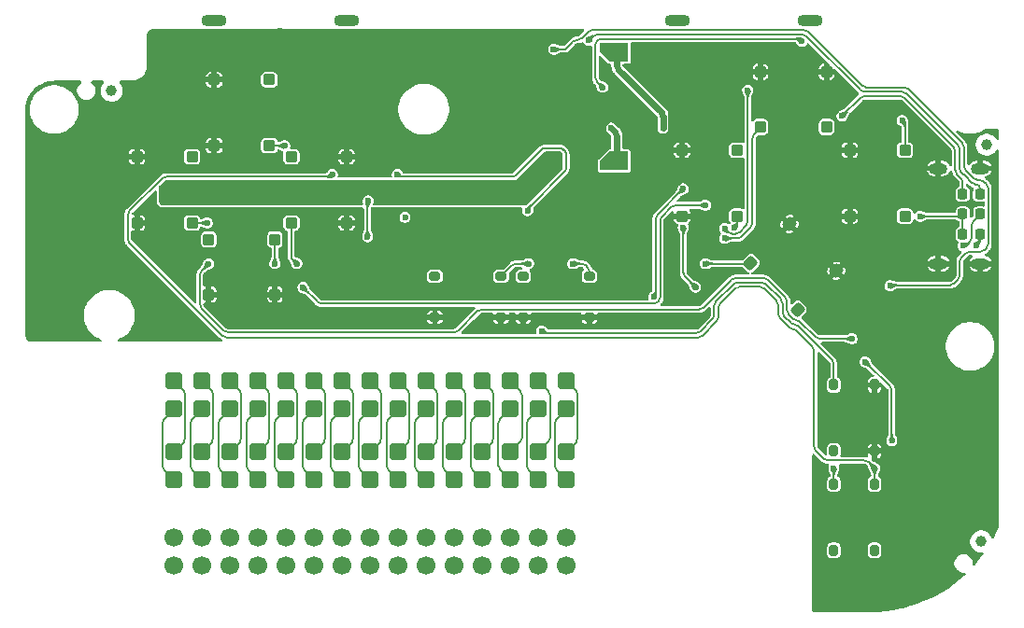
<source format=gtl>
G04 #@! TF.GenerationSoftware,KiCad,Pcbnew,9.0.1-rc2*
G04 #@! TF.CreationDate,2025-04-25T20:52:23-07:00*
G04 #@! TF.ProjectId,mintypcb,6d696e74-7970-4636-922e-6b696361645f,2*
G04 #@! TF.SameCoordinates,Original*
G04 #@! TF.FileFunction,Copper,L1,Top*
G04 #@! TF.FilePolarity,Positive*
%FSLAX46Y46*%
G04 Gerber Fmt 4.6, Leading zero omitted, Abs format (unit mm)*
G04 Created by KiCad (PCBNEW 9.0.1-rc2) date 2025-04-25 20:52:23*
%MOMM*%
%LPD*%
G01*
G04 APERTURE LIST*
G04 Aperture macros list*
%AMRoundRect*
0 Rectangle with rounded corners*
0 $1 Rounding radius*
0 $2 $3 $4 $5 $6 $7 $8 $9 X,Y pos of 4 corners*
0 Add a 4 corners polygon primitive as box body*
4,1,4,$2,$3,$4,$5,$6,$7,$8,$9,$2,$3,0*
0 Add four circle primitives for the rounded corners*
1,1,$1+$1,$2,$3*
1,1,$1+$1,$4,$5*
1,1,$1+$1,$6,$7*
1,1,$1+$1,$8,$9*
0 Add four rect primitives between the rounded corners*
20,1,$1+$1,$2,$3,$4,$5,0*
20,1,$1+$1,$4,$5,$6,$7,0*
20,1,$1+$1,$6,$7,$8,$9,0*
20,1,$1+$1,$8,$9,$2,$3,0*%
%AMOutline5P*
0 Free polygon, 5 corners , with rotation*
0 The origin of the aperture is its center*
0 number of corners: always 5*
0 $1 to $10 corner X, Y*
0 $11 Rotation angle, in degrees counterclockwise*
0 create outline with 5 corners*
4,1,5,$1,$2,$3,$4,$5,$6,$7,$8,$9,$10,$1,$2,$11*%
%AMOutline6P*
0 Free polygon, 6 corners , with rotation*
0 The origin of the aperture is its center*
0 number of corners: always 6*
0 $1 to $12 corner X, Y*
0 $13 Rotation angle, in degrees counterclockwise*
0 create outline with 6 corners*
4,1,6,$1,$2,$3,$4,$5,$6,$7,$8,$9,$10,$11,$12,$1,$2,$13*%
%AMOutline7P*
0 Free polygon, 7 corners , with rotation*
0 The origin of the aperture is its center*
0 number of corners: always 7*
0 $1 to $14 corner X, Y*
0 $15 Rotation angle, in degrees counterclockwise*
0 create outline with 7 corners*
4,1,7,$1,$2,$3,$4,$5,$6,$7,$8,$9,$10,$11,$12,$13,$14,$1,$2,$15*%
%AMOutline8P*
0 Free polygon, 8 corners , with rotation*
0 The origin of the aperture is its center*
0 number of corners: always 8*
0 $1 to $16 corner X, Y*
0 $17 Rotation angle, in degrees counterclockwise*
0 create outline with 8 corners*
4,1,8,$1,$2,$3,$4,$5,$6,$7,$8,$9,$10,$11,$12,$13,$14,$15,$16,$1,$2,$17*%
G04 Aperture macros list end*
G04 #@! TA.AperFunction,ComponentPad*
%ADD10O,2.300000X1.100000*%
G04 #@! TD*
G04 #@! TA.AperFunction,SMDPad,CuDef*
%ADD11RoundRect,0.218750X0.218750X0.256250X-0.218750X0.256250X-0.218750X-0.256250X0.218750X-0.256250X0*%
G04 #@! TD*
G04 #@! TA.AperFunction,SMDPad,CuDef*
%ADD12RoundRect,0.200000X-0.300000X-0.200000X0.300000X-0.200000X0.300000X0.200000X-0.300000X0.200000X0*%
G04 #@! TD*
G04 #@! TA.AperFunction,SMDPad,CuDef*
%ADD13RoundRect,0.250000X-0.300000X0.250000X-0.300000X-0.250000X0.300000X-0.250000X0.300000X0.250000X0*%
G04 #@! TD*
G04 #@! TA.AperFunction,SMDPad,CuDef*
%ADD14RoundRect,0.250000X0.300000X-0.250000X0.300000X0.250000X-0.300000X0.250000X-0.300000X-0.250000X0*%
G04 #@! TD*
G04 #@! TA.AperFunction,SMDPad,CuDef*
%ADD15RoundRect,0.248674X-0.501326X-0.501326X0.501326X-0.501326X0.501326X0.501326X-0.501326X0.501326X0*%
G04 #@! TD*
G04 #@! TA.AperFunction,SMDPad,CuDef*
%ADD16C,1.000000*%
G04 #@! TD*
G04 #@! TA.AperFunction,SMDPad,CuDef*
%ADD17RoundRect,0.250000X0.250000X0.300000X-0.250000X0.300000X-0.250000X-0.300000X0.250000X-0.300000X0*%
G04 #@! TD*
G04 #@! TA.AperFunction,SMDPad,CuDef*
%ADD18RoundRect,0.250000X0.388909X0.035355X0.035355X0.388909X-0.388909X-0.035355X-0.035355X-0.388909X0*%
G04 #@! TD*
G04 #@! TA.AperFunction,SMDPad,CuDef*
%ADD19RoundRect,0.200000X-0.200000X0.300000X-0.200000X-0.300000X0.200000X-0.300000X0.200000X0.300000X0*%
G04 #@! TD*
G04 #@! TA.AperFunction,SMDPad,CuDef*
%ADD20Outline5P,-1.255000X0.000000X-0.410000X0.845000X1.255000X0.845000X1.255000X-0.845000X-1.255000X-0.845000X0.000000*%
G04 #@! TD*
G04 #@! TA.AperFunction,SMDPad,CuDef*
%ADD21Outline5P,-1.255000X0.845000X1.255000X0.845000X1.255000X-0.845000X-0.410000X-0.845000X-1.255000X0.000000X0.000000*%
G04 #@! TD*
G04 #@! TA.AperFunction,SMDPad,CuDef*
%ADD22RoundRect,0.250000X-0.250000X-0.300000X0.250000X-0.300000X0.250000X0.300000X-0.250000X0.300000X0*%
G04 #@! TD*
G04 #@! TA.AperFunction,SMDPad,CuDef*
%ADD23RoundRect,0.200000X0.200000X-0.300000X0.200000X0.300000X-0.200000X0.300000X-0.200000X-0.300000X0*%
G04 #@! TD*
G04 #@! TA.AperFunction,ComponentPad*
%ADD24C,1.700000*%
G04 #@! TD*
G04 #@! TA.AperFunction,ComponentPad*
%ADD25O,1.700000X1.000000*%
G04 #@! TD*
G04 #@! TA.AperFunction,ViaPad*
%ADD26C,0.600000*%
G04 #@! TD*
G04 #@! TA.AperFunction,Conductor*
%ADD27C,0.200000*%
G04 #@! TD*
G04 #@! TA.AperFunction,Conductor*
%ADD28C,0.600000*%
G04 #@! TD*
G04 APERTURE END LIST*
D10*
X108500000Y-51950000D03*
X66500000Y-51950000D03*
X78500000Y-51950000D03*
X120500000Y-51950000D03*
D11*
X135912499Y-69500000D03*
X134337497Y-69500000D03*
D12*
X86500000Y-75150000D03*
X92500000Y-75150000D03*
X86500000Y-78850000D03*
X92500000Y-78850000D03*
D13*
X129100000Y-63700000D03*
X129100000Y-69700000D03*
X124100000Y-63700000D03*
X124100000Y-69700000D03*
X64500000Y-64300000D03*
X64500000Y-70300000D03*
X59500000Y-64300000D03*
X59500000Y-70300000D03*
D14*
X73500000Y-70300000D03*
X73500000Y-64300000D03*
X78500000Y-70300000D03*
X78500000Y-64300000D03*
D15*
X62860000Y-93600000D03*
X62860000Y-91060000D03*
X65400000Y-93600000D03*
X65400000Y-91060000D03*
X67940000Y-93600000D03*
X67940000Y-91060000D03*
X70480000Y-93600000D03*
X70480000Y-91060000D03*
X73020000Y-93600000D03*
X73020000Y-91060000D03*
X75560000Y-93600000D03*
X75560000Y-91060000D03*
X78100000Y-93600000D03*
X78100000Y-91060000D03*
X80640000Y-93600000D03*
X80640000Y-91060000D03*
X83180000Y-93600000D03*
X83180000Y-91060000D03*
X85720000Y-93600000D03*
X85720000Y-91060000D03*
X88260000Y-93600000D03*
X88260000Y-91060000D03*
X90800000Y-93600000D03*
X90800000Y-91060000D03*
X93340000Y-93600000D03*
X93340000Y-91060000D03*
X95880000Y-93600000D03*
X95880000Y-91060000D03*
X98420000Y-93600000D03*
X98420000Y-91060000D03*
D16*
X136500000Y-63200000D03*
D17*
X122000000Y-61600000D03*
X116000000Y-61600000D03*
X122000000Y-56600000D03*
X116000000Y-56600000D03*
D13*
X113900000Y-63700000D03*
X113900000Y-69700000D03*
X108900000Y-63700000D03*
X108900000Y-69700000D03*
D18*
X119353553Y-78189087D03*
X115110913Y-73946447D03*
X122889087Y-74653553D03*
X118646447Y-70410913D03*
D19*
X126350000Y-94000000D03*
X126350000Y-100000000D03*
X122650000Y-94000000D03*
X122650000Y-100000000D03*
D16*
X57200000Y-58300000D03*
D13*
X71500000Y-57300000D03*
X71500000Y-63300000D03*
X66500000Y-57300000D03*
X66500000Y-63300000D03*
D20*
X102755000Y-64675000D03*
D21*
X102755000Y-54825000D03*
D11*
X135912499Y-71300000D03*
X134337497Y-71300000D03*
D15*
X62840000Y-87200000D03*
X62840000Y-84660000D03*
X65380000Y-87200000D03*
X65380000Y-84660000D03*
X67920000Y-87200000D03*
X67920000Y-84660000D03*
X70460000Y-87200000D03*
X70460000Y-84660000D03*
X73000000Y-87200000D03*
X73000000Y-84660000D03*
X75540000Y-87200000D03*
X75540000Y-84660000D03*
X78080000Y-87200000D03*
X78080000Y-84660000D03*
X80620000Y-87200000D03*
X80620000Y-84660000D03*
X83160000Y-87200000D03*
X83160000Y-84660000D03*
X85700000Y-87200000D03*
X85700000Y-84660000D03*
X88240000Y-87200000D03*
X88240000Y-84660000D03*
X90780000Y-87200000D03*
X90780000Y-84660000D03*
X93320000Y-87200000D03*
X93320000Y-84660000D03*
X95860000Y-87200000D03*
X95860000Y-84660000D03*
X98400000Y-87200000D03*
X98400000Y-84660000D03*
D16*
X136000000Y-99200000D03*
D22*
X66000000Y-71800000D03*
X72000000Y-71800000D03*
X66000000Y-76800000D03*
X72000000Y-76800000D03*
D11*
X135900000Y-67700000D03*
X134324998Y-67700000D03*
D23*
X122650000Y-91000000D03*
X122650000Y-85000000D03*
X126350000Y-91000000D03*
X126350000Y-85000000D03*
D12*
X94500000Y-75150000D03*
X100500000Y-75150000D03*
X94500000Y-78850000D03*
X100500000Y-78850000D03*
D24*
X62870000Y-101370000D03*
X62870000Y-98830000D03*
X65410000Y-101370000D03*
X65410000Y-98830000D03*
X67950000Y-101370000D03*
X67950000Y-98830000D03*
X70490000Y-101370001D03*
X70490000Y-98829999D03*
X73030000Y-101370000D03*
X73030000Y-98830000D03*
X75570000Y-101370000D03*
X75570000Y-98830000D03*
X78110000Y-101370000D03*
X78110000Y-98830000D03*
X80650000Y-101370001D03*
X80650000Y-98829999D03*
X83190000Y-101370000D03*
X83190000Y-98830000D03*
X85730000Y-101370000D03*
X85730000Y-98830000D03*
X88270000Y-101370000D03*
X88270000Y-98830000D03*
X90810000Y-101370000D03*
X90810000Y-98830000D03*
X93350000Y-101370001D03*
X93350000Y-98829999D03*
X95890000Y-101370000D03*
X95890000Y-98830000D03*
X98430000Y-101370000D03*
X98430000Y-98830000D03*
D25*
X135925000Y-65360000D03*
X132125000Y-65360000D03*
X135925000Y-74000000D03*
X132125000Y-74000000D03*
D26*
X83800000Y-69800000D03*
X111950000Y-72950000D03*
X136050000Y-90500000D03*
X69450000Y-65400000D03*
X135050000Y-91500000D03*
X106250000Y-58000000D03*
X99500000Y-64200000D03*
X103775000Y-78950000D03*
X77100000Y-75175000D03*
X137050000Y-90500000D03*
X121850001Y-68650000D03*
X67775000Y-70100000D03*
X137100000Y-66400000D03*
X107150000Y-65400000D03*
X129000000Y-100400000D03*
X63100000Y-54700000D03*
X50000000Y-62200000D03*
X85400000Y-62800000D03*
X108300000Y-71900000D03*
X130050000Y-91500000D03*
X96700000Y-55500000D03*
X132400000Y-103000000D03*
X96900000Y-67900000D03*
X68250000Y-61200000D03*
X121500000Y-77400000D03*
X136050000Y-92500000D03*
X105356250Y-67950000D03*
X132500000Y-75250000D03*
X125400000Y-100850000D03*
X81300000Y-74400000D03*
X125700000Y-63500000D03*
X105600000Y-75700000D03*
X55250000Y-67850000D03*
X132050000Y-91500000D03*
X91200000Y-53000000D03*
X91000000Y-57050000D03*
X73450000Y-65400000D03*
X91000000Y-59650000D03*
X131050000Y-91500000D03*
X130675000Y-66950000D03*
X123500000Y-93100000D03*
X125700000Y-64500000D03*
X123500000Y-64600000D03*
X79350000Y-72150000D03*
X123350000Y-58000000D03*
X122500000Y-64600000D03*
X55400000Y-59900000D03*
X60000000Y-58300000D03*
X91125000Y-79550000D03*
X120450000Y-78700000D03*
X120850000Y-68650000D03*
X99700000Y-76000000D03*
X102900000Y-66300000D03*
X62150000Y-61708054D03*
X61200000Y-55100000D03*
X89000000Y-61800000D03*
X108400000Y-61300000D03*
X137050000Y-91500000D03*
X118450000Y-73150000D03*
X125700000Y-60500000D03*
X59900000Y-72200000D03*
X79700000Y-60800000D03*
X66950000Y-78650000D03*
X125700000Y-62500000D03*
X102700000Y-57350000D03*
X120300000Y-62650000D03*
X114400000Y-72650000D03*
X137050000Y-87500000D03*
X116900000Y-65900000D03*
X86500000Y-72500000D03*
X129050000Y-92500000D03*
X121850000Y-67650000D03*
X70600000Y-78850000D03*
X137050000Y-94500000D03*
X77400000Y-54100000D03*
X116000000Y-63850000D03*
X97400000Y-76100000D03*
X116200000Y-70950000D03*
X84750000Y-78675000D03*
X122500000Y-97800000D03*
X133250000Y-73000000D03*
X50000000Y-78200000D03*
X127520000Y-68300000D03*
X119850000Y-67650000D03*
X98200000Y-58900000D03*
X63150000Y-80200000D03*
X105250000Y-54300000D03*
X137050000Y-89500000D03*
X105812500Y-65400000D03*
X137050000Y-88500000D03*
X121000000Y-92400000D03*
X83900000Y-54700000D03*
X68800000Y-75700000D03*
X125070000Y-66450000D03*
X114500000Y-54800000D03*
X87948529Y-65300000D03*
X80981250Y-69525001D03*
X129050000Y-91500000D03*
X132500000Y-78500000D03*
X87200000Y-53000000D03*
X133050000Y-91500000D03*
X137050000Y-95500000D03*
X134400000Y-98800000D03*
X100400000Y-64200000D03*
X98600000Y-68750000D03*
X121800000Y-88150000D03*
X114050000Y-67650000D03*
X114100000Y-61300000D03*
X135400000Y-84375000D03*
X65400000Y-54100000D03*
X104850000Y-61300000D03*
X134050000Y-91500000D03*
X50000000Y-66200000D03*
X92700000Y-59650000D03*
X97000000Y-72200000D03*
X120850000Y-67650000D03*
X125700000Y-61500000D03*
X136050000Y-89500000D03*
X136050000Y-91500000D03*
X72500000Y-52869573D03*
X130050000Y-92500000D03*
X130675000Y-72425000D03*
X72600000Y-57500000D03*
X50000000Y-74200000D03*
X124200000Y-102750000D03*
X124400000Y-68300000D03*
X75100000Y-54700000D03*
X103775000Y-76825000D03*
X53800000Y-80200000D03*
X136500000Y-78500000D03*
X128075000Y-92500000D03*
X95200000Y-53000000D03*
X104363973Y-70700000D03*
X137050000Y-93500000D03*
X133250000Y-71900000D03*
X121500000Y-75300000D03*
X99700000Y-57450000D03*
X120050000Y-54650000D03*
X119850000Y-68650000D03*
X135300000Y-75250000D03*
X129400000Y-97600000D03*
X133250000Y-66400000D03*
X50000000Y-70200000D03*
X111550000Y-65100000D03*
X128200000Y-62000000D03*
X67200000Y-75700000D03*
X119200000Y-74900000D03*
X119450000Y-73150000D03*
X121600000Y-104800000D03*
X108900000Y-79500000D03*
X126800000Y-82900000D03*
X111875000Y-75500000D03*
X137050000Y-92500000D03*
X75800000Y-71300000D03*
X102500000Y-73550000D03*
X119900000Y-71700000D03*
X136050000Y-93500000D03*
X133250000Y-67500000D03*
X110200000Y-67700000D03*
X99200000Y-53000000D03*
X97250000Y-54550000D03*
X127750000Y-76000000D03*
X61999999Y-67400000D03*
X62799999Y-67400000D03*
X61999999Y-68200000D03*
X97600000Y-65100000D03*
X123400000Y-60600000D03*
X76675001Y-67150001D03*
X62800000Y-68200000D03*
X97612500Y-64300000D03*
X96812500Y-65100000D03*
X96812500Y-64300000D03*
X130450000Y-69700000D03*
X127910000Y-90080000D03*
X125500000Y-82900000D03*
X124300000Y-80800000D03*
X66000000Y-74000000D03*
X83100000Y-65900000D03*
X94900000Y-69200000D03*
X72900000Y-63300000D03*
X72000000Y-74000000D03*
X65875000Y-70300000D03*
X74000000Y-74000000D03*
X128850000Y-61000000D03*
X112750000Y-70800000D03*
X114850000Y-58250000D03*
X111000000Y-74000000D03*
X112750000Y-71700000D03*
X113650000Y-70700000D03*
X99000000Y-74000000D03*
X95000000Y-74000000D03*
X101700000Y-58000000D03*
X119775735Y-53824265D03*
X109012500Y-70700000D03*
X110130000Y-76130000D03*
X106326765Y-77001765D03*
X109012500Y-67200000D03*
X111012500Y-68700000D03*
X74550000Y-76150000D03*
X96180001Y-80100000D03*
X102500000Y-61700000D03*
X107162500Y-61700000D03*
X100450000Y-53749998D03*
X135536028Y-72312499D03*
X134378229Y-72373242D03*
X126350000Y-92550000D03*
X77200000Y-65900000D03*
X80455708Y-68300000D03*
X80400000Y-71550000D03*
X122650000Y-92550000D03*
D27*
X98299997Y-54550000D02*
X98990618Y-53859379D01*
X135935632Y-72912499D02*
X134962896Y-72912499D01*
X127775000Y-75975000D02*
X127750000Y-76000000D01*
X134450000Y-63444023D02*
X134450000Y-65161686D01*
X133174604Y-75950000D02*
X127835355Y-75950000D01*
X129390751Y-58159379D02*
X134290620Y-63059248D01*
X97250000Y-54550000D02*
X98299997Y-54550000D01*
X133890620Y-75459378D02*
X133559379Y-75790620D01*
X135688313Y-66400000D02*
X135874604Y-66400000D01*
X136649999Y-67175394D02*
X136649999Y-72198132D01*
X125591081Y-58000000D02*
X129005976Y-58000000D01*
X136490619Y-72582906D02*
X136320407Y-72753119D01*
X100776864Y-52800000D02*
X119940290Y-52800000D01*
X99810848Y-53540620D02*
X100392089Y-52959378D01*
X136259379Y-66559379D02*
X136490619Y-66790619D01*
X134578121Y-73071877D02*
X134209379Y-73440620D01*
X134050000Y-73825395D02*
X134050000Y-75074604D01*
X134609379Y-65546461D02*
X135303538Y-66240620D01*
X99375393Y-53700000D02*
X99426073Y-53700000D01*
X120325065Y-52959379D02*
X125206306Y-57840620D01*
X119940290Y-52800000D02*
G75*
G02*
X120325080Y-52959364I10J-544200D01*
G01*
X136320407Y-72753119D02*
G75*
G02*
X135935632Y-72912508I-384807J384819D01*
G01*
X136649999Y-72198132D02*
G75*
G02*
X136490613Y-72582900I-544199J32D01*
G01*
X100392089Y-52959378D02*
G75*
G02*
X100776864Y-52799958I384811J-384722D01*
G01*
X134290620Y-63059248D02*
G75*
G02*
X134449970Y-63444023I-384820J-384752D01*
G01*
X134962896Y-72912499D02*
G75*
G03*
X134578134Y-73071890I4J-544101D01*
G01*
X134450000Y-65161686D02*
G75*
G03*
X134609362Y-65546478I544200J-14D01*
G01*
X125206306Y-57840620D02*
G75*
G03*
X125591081Y-57999999I384794J384820D01*
G01*
X127835355Y-75950000D02*
G75*
G03*
X127775013Y-75975013I45J-85400D01*
G01*
X135874604Y-66400000D02*
G75*
G02*
X136259387Y-66559371I-4J-544200D01*
G01*
X99426073Y-53700000D02*
G75*
G03*
X99810872Y-53540644I27J544200D01*
G01*
X136490619Y-66790619D02*
G75*
G02*
X136649989Y-67175394I-384819J-384781D01*
G01*
X134050000Y-75074604D02*
G75*
G02*
X133890629Y-75459387I-544200J4D01*
G01*
X98990618Y-53859379D02*
G75*
G02*
X99375393Y-53699979I384782J-384721D01*
G01*
X135303538Y-66240620D02*
G75*
G03*
X135688313Y-66399977I384762J384820D01*
G01*
X134209379Y-73440620D02*
G75*
G03*
X134049981Y-73825395I384721J-384780D01*
G01*
X133559379Y-75790620D02*
G75*
G02*
X133174604Y-75949989I-384779J384820D01*
G01*
X129005976Y-58000000D02*
G75*
G02*
X129390773Y-58159357I24J-544200D01*
G01*
X133490620Y-63390620D02*
X129059379Y-58959379D01*
X134165618Y-66234072D02*
X133809379Y-65877833D01*
X134324998Y-66618847D02*
X134324998Y-67700000D01*
X133650000Y-63775395D02*
X133650000Y-65493058D01*
X123400000Y-60600000D02*
X125040620Y-58959379D01*
X128674604Y-58800000D02*
X125425395Y-58800000D01*
X133650000Y-63775395D02*
G75*
G03*
X133490628Y-63390612I-544200J-5D01*
G01*
X134165618Y-66234072D02*
G75*
G02*
X134324951Y-66618847I-384818J-384728D01*
G01*
X133809379Y-65877833D02*
G75*
G02*
X133650043Y-65493058I384821J384733D01*
G01*
X125425395Y-58800000D02*
G75*
G03*
X125040634Y-58959393I5J-544100D01*
G01*
X129059379Y-58959379D02*
G75*
G03*
X128674604Y-58800011I-384779J-384821D01*
G01*
X134337497Y-69641421D02*
X134337497Y-71300000D01*
X130450000Y-69700000D02*
X133996075Y-69700000D01*
X133996075Y-69700000D02*
G75*
G03*
X134237505Y-69600008I25J341400D01*
G01*
X134337497Y-69641421D02*
G75*
G03*
X134237464Y-69599967I-58597J21D01*
G01*
X127910000Y-90080000D02*
X127905000Y-90075000D01*
X127740620Y-85140620D02*
X125500000Y-82900000D01*
X127900000Y-85525395D02*
X127900000Y-90062928D01*
X127740620Y-85140620D02*
G75*
G02*
X127899989Y-85525395I-384820J-384780D01*
G01*
X127900000Y-90062928D02*
G75*
G03*
X127905008Y-90074992I17100J28D01*
G01*
X65200000Y-75025395D02*
X65200000Y-77674604D01*
X124300000Y-80800000D02*
X121356767Y-80800000D01*
X110443232Y-78150000D02*
X90775395Y-78150000D01*
X88634378Y-80065620D02*
X90390620Y-78309379D01*
X88249604Y-80225000D02*
X67750395Y-80225000D01*
X67365620Y-80065620D02*
X65359379Y-78059379D01*
X116274604Y-75300000D02*
X113744023Y-75300000D01*
X118400000Y-77425395D02*
X118400000Y-78212221D01*
X118964819Y-79002436D02*
X118559379Y-78596996D01*
X110828006Y-77990620D02*
X113359248Y-75459379D01*
X118240620Y-77040620D02*
X116659379Y-75459379D01*
X119594723Y-79263351D02*
X120971992Y-80640620D01*
X65359379Y-74640620D02*
X66000000Y-74000000D01*
X88634378Y-80065620D02*
G75*
G02*
X88249604Y-80224988I-384778J384820D01*
G01*
X90775395Y-78150000D02*
G75*
G03*
X90390634Y-78309393I5J-544100D01*
G01*
X118240620Y-77040620D02*
G75*
G02*
X118399989Y-77425395I-384820J-384780D01*
G01*
X120971992Y-80640620D02*
G75*
G03*
X121356767Y-80800009I384808J384820D01*
G01*
X67365620Y-80065620D02*
G75*
G03*
X67750395Y-80224989I384780J384820D01*
G01*
X65359379Y-78059379D02*
G75*
G02*
X65200011Y-77674604I384821J384779D01*
G01*
X116274604Y-75300000D02*
G75*
G02*
X116659387Y-75459371I-4J-544200D01*
G01*
X118559379Y-78596996D02*
G75*
G02*
X118399999Y-78212221I384821J384796D01*
G01*
X113744023Y-75300000D02*
G75*
G03*
X113359248Y-75459379I-23J-544100D01*
G01*
X119279771Y-79132894D02*
G75*
G02*
X119594737Y-79263337I29J-445406D01*
G01*
X119279771Y-79132894D02*
G75*
G02*
X118964836Y-79002419I29J445394D01*
G01*
X65359379Y-74640620D02*
G75*
G03*
X65199981Y-75025395I384721J-384780D01*
G01*
X110443232Y-78150000D02*
G75*
G03*
X110828001Y-77990615I-32J544200D01*
G01*
X98076636Y-63592384D02*
X98045734Y-63574544D01*
X98388864Y-65381957D02*
X98379631Y-65416425D01*
X98184627Y-63684627D02*
X98215371Y-63715371D01*
X93614950Y-66079623D02*
X93580485Y-66088858D01*
X98325466Y-65547213D02*
X98307627Y-65578117D01*
X83150604Y-65900000D02*
X83100000Y-65900000D01*
X94970191Y-68931277D02*
X98215370Y-65686098D01*
X83569504Y-66100000D02*
X93438896Y-66100000D01*
X96384982Y-63520122D02*
X96419468Y-63510881D01*
X83405304Y-66071648D02*
X83458615Y-66089211D01*
X97738896Y-63500000D02*
X96561115Y-63500000D01*
X96115361Y-63684637D02*
X93884626Y-65915371D01*
X98379613Y-63985051D02*
X98388848Y-64019516D01*
X96254141Y-63574325D02*
X96223223Y-63592178D01*
X97914951Y-63520375D02*
X97880485Y-63511141D01*
X94900000Y-69100734D02*
X94900000Y-69200000D01*
X93745733Y-66025455D02*
X93776636Y-66007615D01*
X98400000Y-64161101D02*
X98400000Y-65240366D01*
X83312450Y-66011241D02*
X83236991Y-65935782D01*
X98325445Y-63854270D02*
X98307605Y-63823368D01*
X98133470Y-63634808D02*
G75*
G02*
X98184627Y-63684627I-1856970J-1957992D01*
G01*
X93745733Y-66025455D02*
G75*
G02*
X93614953Y-66079633I-271133J469555D01*
G01*
X98399052Y-65311770D02*
G75*
G02*
X98388857Y-65381955I-302252J8070D01*
G01*
X96384982Y-63520122D02*
G75*
G03*
X96254141Y-63574325I140418J-523978D01*
G01*
X98076636Y-63592384D02*
G75*
G02*
X98133470Y-63634808I-151036J-261616D01*
G01*
X83236991Y-65935782D02*
G75*
G03*
X83150604Y-65900006I-86391J-86418D01*
G01*
X96223223Y-63592178D02*
G75*
G03*
X96166461Y-63634718I148977J-257922D01*
G01*
X83458615Y-66089211D02*
G75*
G03*
X83513355Y-66099002I61785J187511D01*
G01*
X97914951Y-63520375D02*
G75*
G02*
X98045734Y-63574543I-140351J-523825D01*
G01*
X97810299Y-63500950D02*
G75*
G02*
X97880487Y-63511135I-7999J-302050D01*
G01*
X93884626Y-65915371D02*
G75*
G02*
X93833469Y-65965191I-1911026J1911171D01*
G01*
X96561115Y-63500000D02*
G75*
G03*
X96489683Y-63500818I-15J-3119300D01*
G01*
X98388848Y-64019516D02*
G75*
G02*
X98399046Y-64089701I-292148J-78284D01*
G01*
X98400000Y-65240366D02*
G75*
G02*
X98399052Y-65311770I-2700900J166D01*
G01*
X93510299Y-66099050D02*
G75*
G02*
X93438896Y-66100001I-71499J2688550D01*
G01*
X93833469Y-65965191D02*
G75*
G02*
X93776636Y-66007615I-207869J219191D01*
G01*
X94970191Y-68931277D02*
G75*
G03*
X94900010Y-69100734I169409J-169423D01*
G01*
X83312450Y-66011241D02*
G75*
G03*
X83355468Y-66046981I214850J214841D01*
G01*
X98307627Y-65578117D02*
G75*
G02*
X98265190Y-65634938I-261327J150917D01*
G01*
X83355469Y-66046980D02*
G75*
G03*
X83405305Y-66071644I111531J162680D01*
G01*
X98379631Y-65416425D02*
G75*
G02*
X98325467Y-65547214I-523831J140325D01*
G01*
X83513355Y-66098999D02*
G75*
G03*
X83569504Y-66100000I56245J1578899D01*
G01*
X98265198Y-65634946D02*
G75*
G02*
X98215370Y-65686098I-1981398J1880246D01*
G01*
X98215371Y-63715371D02*
G75*
G02*
X98265186Y-63766532I-1891271J-1891329D01*
G01*
X98325445Y-63854270D02*
G75*
G02*
X98379623Y-63985048I-469545J-271130D01*
G01*
X97810299Y-63500950D02*
G75*
G03*
X97738896Y-63500001I-71299J-2677250D01*
G01*
X98399045Y-64089701D02*
G75*
G02*
X98399999Y-64161101I-2671345J-71399D01*
G01*
X96166454Y-63634710D02*
G75*
G03*
X96115362Y-63684638I2133546J-2234390D01*
G01*
X93580485Y-66088858D02*
G75*
G02*
X93510299Y-66099060I-78285J292058D01*
G01*
X96489683Y-63500817D02*
G75*
G03*
X96419468Y-63510883I6817J-297483D01*
G01*
X98265186Y-63766532D02*
G75*
G02*
X98307615Y-63823362I-219286J-207968D01*
G01*
X72900000Y-63300000D02*
X71250000Y-63300000D01*
X72000000Y-71800000D02*
X72000000Y-74000000D01*
X65875000Y-70300000D02*
X64250000Y-70300000D01*
X73750000Y-70300000D02*
X73500000Y-70300000D01*
X73500000Y-70300000D02*
X73500000Y-73500000D01*
X73500000Y-73500000D02*
X74000000Y-74000000D01*
X113475395Y-71300000D02*
X113724604Y-71300000D01*
X114850000Y-58250000D02*
X114850000Y-70174604D01*
X114690620Y-70559379D02*
X114109378Y-71140620D01*
X129100000Y-63450000D02*
X128850000Y-63700000D01*
X112750000Y-70800000D02*
X113090620Y-71140620D01*
X128850000Y-61000000D02*
X129100000Y-61250000D01*
X129100000Y-61250000D02*
X129100000Y-63450000D01*
X114690620Y-70559379D02*
G75*
G03*
X114849989Y-70174604I-384820J384779D01*
G01*
X113475395Y-71300000D02*
G75*
G02*
X113090612Y-71140628I5J544200D01*
G01*
X113724604Y-71300000D02*
G75*
G03*
X114109387Y-71140629I-4J544200D01*
G01*
X115172524Y-73884835D02*
X115287689Y-73769670D01*
X114894491Y-74000000D02*
X111000000Y-74000000D01*
X115172524Y-73884835D02*
G75*
G02*
X114894491Y-73999993I-278024J278035D01*
G01*
X112750000Y-71700000D02*
X113970312Y-71700000D01*
X115409379Y-62290620D02*
X115876256Y-61823743D01*
X114218480Y-71597205D02*
X114321274Y-71494410D01*
X114526863Y-71288820D02*
X114321274Y-71494410D01*
X115250000Y-70340289D02*
X115250000Y-62675395D01*
X114526863Y-71288820D02*
X115090620Y-70725064D01*
X114218480Y-71597205D02*
G75*
G02*
X113970312Y-71699997I-248180J248205D01*
G01*
X116000000Y-61525000D02*
G75*
G02*
X115876259Y-61823746I-422500J0D01*
G01*
X115409379Y-62290620D02*
G75*
G03*
X115249981Y-62675395I384721J-384780D01*
G01*
X115250000Y-70340289D02*
G75*
G02*
X115090636Y-70725080I-544200J-11D01*
G01*
X113650000Y-70700000D02*
X113900000Y-70450000D01*
X113900000Y-70450000D02*
X113900000Y-69950000D01*
X113900000Y-69950000D02*
X113650000Y-69700000D01*
X99000000Y-74000000D02*
X99774604Y-74000000D01*
X100500000Y-74725395D02*
X100500000Y-75150000D01*
X100340620Y-74340620D02*
X100159379Y-74159379D01*
X100340620Y-74340620D02*
G75*
G02*
X100499989Y-74725395I-384820J-384780D01*
G01*
X99774604Y-74000000D02*
G75*
G02*
X100159387Y-74159371I-4J-544200D01*
G01*
X93875395Y-74000000D02*
X95000000Y-74000000D01*
X93490620Y-74159379D02*
X92500000Y-75150000D01*
X93875395Y-74000000D02*
G75*
G03*
X93490634Y-74159393I5J-544100D01*
G01*
X101050000Y-54112132D02*
X101050000Y-57124604D01*
X101562132Y-53600000D02*
X119392890Y-53600000D01*
X119663602Y-53712132D02*
X119775735Y-53824265D01*
X101209379Y-57509379D02*
X101700000Y-58000000D01*
X101200000Y-53750000D02*
G75*
G03*
X101050013Y-54112132I362100J-362100D01*
G01*
X101209379Y-57509379D02*
G75*
G02*
X101050011Y-57124604I384821J384779D01*
G01*
X119663602Y-53712132D02*
G75*
G03*
X119392890Y-53599994I-270702J-270668D01*
G01*
X101200000Y-53750000D02*
G75*
G02*
X101562132Y-53600013I362100J-362100D01*
G01*
X109012500Y-70700000D02*
X109012500Y-74787104D01*
X110130000Y-76130000D02*
X109171879Y-75171879D01*
X109012500Y-74787104D02*
G75*
G03*
X109171871Y-75171887I544200J4D01*
G01*
X106526765Y-76660343D02*
X106526765Y-69911130D01*
X109012500Y-67200000D02*
X106686144Y-69526355D01*
X106426765Y-76901765D02*
X106326765Y-77001765D01*
X106526765Y-69911130D02*
G75*
G02*
X106686133Y-69526344I544135J30D01*
G01*
X106426765Y-76901765D02*
G75*
G03*
X106526783Y-76660343I-241465J241465D01*
G01*
X76250395Y-77625000D02*
X106326663Y-77625000D01*
X108303581Y-68700000D02*
X111012500Y-68700000D01*
X106711438Y-77465620D02*
X106767385Y-77409672D01*
X106926765Y-70076816D02*
X106926765Y-77024898D01*
X75865620Y-77465620D02*
X74550000Y-76150000D01*
X107918806Y-68859378D02*
X107086144Y-69692041D01*
X76250395Y-77625000D02*
G75*
G02*
X75865612Y-77465628I5J544200D01*
G01*
X106926765Y-70076816D02*
G75*
G02*
X107086140Y-69692037I544135J16D01*
G01*
X106767385Y-77409672D02*
G75*
G03*
X106926759Y-77024898I-384785J384772D01*
G01*
X108303581Y-68700000D02*
G75*
G03*
X107918827Y-68859399I19J-544100D01*
G01*
X106326663Y-77625000D02*
G75*
G03*
X106711467Y-77465649I37J544200D01*
G01*
X118000000Y-78390290D02*
X118000000Y-77591081D01*
X96521422Y-80300000D02*
X110183918Y-80300000D01*
X111959378Y-77424934D02*
X113524934Y-75859379D01*
X122650000Y-83109709D02*
X122650000Y-85000000D01*
X111640620Y-79068692D02*
X110568693Y-80140620D01*
X96180001Y-80100000D02*
X96280001Y-80200000D01*
X111800000Y-77809709D02*
X111800000Y-78683918D01*
X119433415Y-79667729D02*
X122490620Y-82724934D01*
X118782372Y-79398058D02*
X118159379Y-78775065D01*
X117840620Y-77206306D02*
X116493693Y-75859379D01*
X116108918Y-75700000D02*
X113909709Y-75700000D01*
X117840620Y-77206306D02*
G75*
G02*
X117999999Y-77591081I-384820J-384794D01*
G01*
X110183918Y-80300000D02*
G75*
G03*
X110568694Y-80140621I-18J544200D01*
G01*
X111640620Y-79068692D02*
G75*
G03*
X111799998Y-78683918I-384820J384792D01*
G01*
X119433415Y-79667729D02*
G75*
G03*
X119107894Y-79532883I-325515J-325471D01*
G01*
X111959378Y-77424934D02*
G75*
G03*
X111799990Y-77809709I384722J-384766D01*
G01*
X113909709Y-75700000D02*
G75*
G03*
X113524941Y-75859386I-9J-544100D01*
G01*
X96521422Y-80300000D02*
G75*
G02*
X96279994Y-80200007I-22J341400D01*
G01*
X118000000Y-78390290D02*
G75*
G03*
X118159364Y-78775080I544200J-10D01*
G01*
X122650000Y-83109709D02*
G75*
G03*
X122490635Y-82724919I-544200J9D01*
G01*
X118782372Y-79398058D02*
G75*
G03*
X119107894Y-79532887I325528J325558D01*
G01*
X116108918Y-75700000D02*
G75*
G02*
X116493694Y-75859378I-18J-544200D01*
G01*
D28*
X103000000Y-64256758D02*
X103000000Y-62425395D01*
X102500000Y-61700000D02*
X102840620Y-62040620D01*
X102877500Y-64552500D02*
X102755000Y-64675000D01*
X102877500Y-64552500D02*
G75*
G03*
X102999983Y-64256758I-295700J295700D01*
G01*
X102840620Y-62040620D02*
G75*
G02*
X102999989Y-62425395I-384820J-384780D01*
G01*
X107162500Y-60637895D02*
X107162500Y-61700000D01*
X103159379Y-56409379D02*
X107003120Y-60253120D01*
X102877500Y-54947500D02*
X102755000Y-54825000D01*
X103000000Y-55243241D02*
X103000000Y-56024604D01*
X107162500Y-60637895D02*
G75*
G03*
X107003128Y-60253112I-544200J-5D01*
G01*
X103000000Y-55243241D02*
G75*
G03*
X102877512Y-54947488I-418200J41D01*
G01*
X103159379Y-56409379D02*
G75*
G02*
X103000011Y-56024604I384821J384779D01*
G01*
D27*
X135558578Y-66800000D02*
X135498616Y-66800000D01*
X134518629Y-66021396D02*
X135154833Y-66657600D01*
X101225393Y-53200000D02*
X119774604Y-53200000D01*
X125425395Y-58400000D02*
X128840290Y-58400000D01*
X100450000Y-53749998D02*
X100840618Y-53359379D01*
X120159379Y-53359379D02*
X125040620Y-58240620D01*
X135900000Y-67141421D02*
X135900000Y-67700000D01*
X134284314Y-65787082D02*
X134167157Y-65669925D01*
X134284314Y-65787082D02*
X134518629Y-66021396D01*
X133890620Y-63224934D02*
X129225065Y-58559379D01*
X134050000Y-65387082D02*
X134050000Y-63609709D01*
X135154833Y-66657600D02*
G75*
G03*
X135498616Y-66799983I343767J343800D01*
G01*
X135800000Y-66900000D02*
G75*
G03*
X135558578Y-66800009I-241400J-241400D01*
G01*
X128840290Y-58400000D02*
G75*
G02*
X129225080Y-58559364I10J-544200D01*
G01*
X133890620Y-63224934D02*
G75*
G02*
X134049979Y-63609709I-384820J-384766D01*
G01*
X134050000Y-65387082D02*
G75*
G03*
X134167148Y-65669934I400000J-18D01*
G01*
X101225393Y-53200000D02*
G75*
G03*
X100840633Y-53359394I7J-544100D01*
G01*
X125425395Y-58400000D02*
G75*
G02*
X125040612Y-58240628I5J544200D01*
G01*
X120159379Y-53359379D02*
G75*
G03*
X119774604Y-53200011I-384779J-384821D01*
G01*
X135900000Y-67141421D02*
G75*
G03*
X135800006Y-66899994I-341400J21D01*
G01*
X135536028Y-72312499D02*
X135753119Y-72095407D01*
X135912499Y-71710632D02*
X135912499Y-71300000D01*
X135753119Y-72095407D02*
G75*
G03*
X135912508Y-71710632I-384819J384807D01*
G01*
X134714626Y-72285373D02*
X134990620Y-72009379D01*
X135150000Y-71624604D02*
X135150000Y-70487894D01*
X134502493Y-72373242D02*
X134378229Y-72373242D01*
X135309379Y-70103119D02*
X135912499Y-69500000D01*
X135150000Y-71624604D02*
G75*
G02*
X134990628Y-72009387I-544200J4D01*
G01*
X134714626Y-72285373D02*
G75*
G02*
X134502493Y-72373225I-212126J212173D01*
G01*
X135309379Y-70103119D02*
G75*
G03*
X135149980Y-70487894I384721J-384781D01*
G01*
X120850000Y-90574604D02*
X120850000Y-81875395D01*
X67659709Y-80700000D02*
X110349604Y-80700000D01*
X76883578Y-66100000D02*
X62175395Y-66100000D01*
X117600000Y-77756767D02*
X117600000Y-78555976D01*
X120690620Y-81490620D02*
X119267729Y-80067729D01*
X116328007Y-76259379D02*
X117440620Y-77371992D01*
X67274934Y-80540620D02*
X58809379Y-72075065D01*
X58809378Y-69240620D02*
X61790620Y-66259379D01*
X77200000Y-65900000D02*
X77212500Y-65900000D01*
X114075395Y-76100000D02*
X115943232Y-76100000D01*
X125809379Y-92009379D02*
X126350000Y-92550000D01*
X126350000Y-92550000D02*
X126350000Y-94000000D01*
X112200000Y-77975395D02*
X112200000Y-78849604D01*
X112040620Y-79234378D02*
X110734379Y-80540620D01*
X112359379Y-77590620D02*
X113690620Y-76259378D01*
X58650000Y-69625395D02*
X58650000Y-71690290D01*
X117759379Y-78940751D02*
X118616686Y-79798058D01*
X121009379Y-90959379D02*
X121740620Y-91690620D01*
X125424604Y-91850000D02*
X122125395Y-91850000D01*
X77125000Y-66000000D02*
X77216161Y-65908838D01*
X117759379Y-78940751D02*
G75*
G02*
X117600030Y-78555976I384821J384751D01*
G01*
X118942208Y-79932894D02*
G75*
G02*
X119267714Y-80067744I-8J-460306D01*
G01*
X125809379Y-92009379D02*
G75*
G03*
X125424604Y-91850011I-384779J-384821D01*
G01*
X121740620Y-91690620D02*
G75*
G03*
X122125395Y-91849989I384780J384820D01*
G01*
X58809378Y-69240620D02*
G75*
G03*
X58649980Y-69625395I384722J-384780D01*
G01*
X112200000Y-77975395D02*
G75*
G02*
X112359393Y-77590634I544100J-5D01*
G01*
X112200000Y-78849604D02*
G75*
G02*
X112040629Y-79234387I-544200J4D01*
G01*
X121009379Y-90959379D02*
G75*
G02*
X120850011Y-90574604I384821J384779D01*
G01*
X117600000Y-77756767D02*
G75*
G03*
X117440614Y-77371998I-544200J-33D01*
G01*
X120690620Y-81490620D02*
G75*
G02*
X120849989Y-81875395I-384820J-384780D01*
G01*
X77212500Y-65900000D02*
G75*
G02*
X77216189Y-65908865I0J-5200D01*
G01*
X77125000Y-66000000D02*
G75*
G02*
X76883578Y-66099991I-241400J241400D01*
G01*
X67274934Y-80540620D02*
G75*
G03*
X67659709Y-80699979I384766J384820D01*
G01*
X116328007Y-76259379D02*
G75*
G03*
X115943232Y-76099991I-384807J-384821D01*
G01*
X110349604Y-80700000D02*
G75*
G03*
X110734387Y-80540628I-4J544200D01*
G01*
X118942208Y-79932894D02*
G75*
G02*
X118616674Y-79798070I-8J460394D01*
G01*
X61790620Y-66259379D02*
G75*
G02*
X62175395Y-66099981I384780J-384721D01*
G01*
X58809379Y-72075065D02*
G75*
G02*
X58650021Y-71690290I384821J384765D01*
G01*
X114075395Y-76100000D02*
G75*
G03*
X113690634Y-76259392I5J-544100D01*
G01*
X80381250Y-68427107D02*
X80381250Y-71517991D01*
X80400000Y-71550000D02*
X80390625Y-71540625D01*
X80455708Y-68300000D02*
X80418479Y-68337229D01*
X80381250Y-68427107D02*
G75*
G02*
X80418487Y-68337237I127050J7D01*
G01*
X80390625Y-71540625D02*
G75*
G02*
X80381268Y-71517991I22675J22625D01*
G01*
X122650000Y-92550000D02*
X122650000Y-94000000D01*
X82129000Y-88456395D02*
X82129000Y-92323604D01*
X82288379Y-88071620D02*
X83160000Y-87200000D01*
X82288379Y-92708379D02*
X83180000Y-93600000D01*
X82129000Y-92323604D02*
G75*
G03*
X82288371Y-92708387I544200J4D01*
G01*
X82288379Y-88071620D02*
G75*
G03*
X82128981Y-88456395I384721J-384780D01*
G01*
X99291620Y-85551620D02*
X98400000Y-84660000D01*
X99291620Y-90188379D02*
X98420000Y-91060000D01*
X99451000Y-89803604D02*
X99451000Y-85936395D01*
X99451000Y-89803604D02*
G75*
G02*
X99291628Y-90188387I-544200J4D01*
G01*
X99291620Y-85551620D02*
G75*
G02*
X99450989Y-85936395I-384820J-384780D01*
G01*
X92409379Y-92669379D02*
X93340000Y-93600000D01*
X92250000Y-92284604D02*
X92250000Y-88495395D01*
X92409379Y-88110620D02*
X93320000Y-87200000D01*
X92409379Y-88110620D02*
G75*
G03*
X92249981Y-88495395I384721J-384780D01*
G01*
X92250000Y-92284604D02*
G75*
G03*
X92409371Y-92669387I544200J4D01*
G01*
X89908379Y-92708379D02*
X90800000Y-93600000D01*
X89749000Y-92323604D02*
X89749000Y-88456395D01*
X89908379Y-88071620D02*
X90780000Y-87200000D01*
X89908379Y-88071620D02*
G75*
G03*
X89748981Y-88456395I384721J-384780D01*
G01*
X89749000Y-92323604D02*
G75*
G03*
X89908371Y-92708387I544200J4D01*
G01*
X91671620Y-90188379D02*
X90800000Y-91060000D01*
X91831000Y-89803604D02*
X91831000Y-85936395D01*
X91671620Y-85551620D02*
X90780000Y-84660000D01*
X91671620Y-85551620D02*
G75*
G02*
X91830989Y-85936395I-384820J-384780D01*
G01*
X91831000Y-89803604D02*
G75*
G02*
X91671628Y-90188387I-544200J4D01*
G01*
X66889000Y-92323604D02*
X66889000Y-88456395D01*
X67048379Y-92708379D02*
X67940000Y-93600000D01*
X67048379Y-88071620D02*
X67920000Y-87200000D01*
X66889000Y-92323604D02*
G75*
G03*
X67048371Y-92708387I544200J4D01*
G01*
X67048379Y-88071620D02*
G75*
G03*
X66888981Y-88456395I384721J-384780D01*
G01*
X72128379Y-88071620D02*
X73000000Y-87200000D01*
X71969000Y-92323604D02*
X71969000Y-88456395D01*
X72128379Y-92708379D02*
X73020000Y-93600000D01*
X71969000Y-92323604D02*
G75*
G03*
X72128371Y-92708387I544200J4D01*
G01*
X72128379Y-88071620D02*
G75*
G03*
X71968981Y-88456395I384721J-384780D01*
G01*
X94988379Y-88071620D02*
X95860000Y-87200000D01*
X94988379Y-92708379D02*
X95880000Y-93600000D01*
X94829000Y-92323604D02*
X94829000Y-88456395D01*
X94829000Y-92323604D02*
G75*
G03*
X94988371Y-92708387I544200J4D01*
G01*
X94988379Y-88071620D02*
G75*
G03*
X94828981Y-88456395I384721J-384780D01*
G01*
X94400000Y-89774604D02*
X94400000Y-85965395D01*
X94240620Y-85580620D02*
X93320000Y-84660000D01*
X94240620Y-90159379D02*
X93340000Y-91060000D01*
X94400000Y-89774604D02*
G75*
G02*
X94240628Y-90159387I-544200J4D01*
G01*
X94240620Y-85580620D02*
G75*
G02*
X94399989Y-85965395I-384820J-384780D01*
G01*
X77049000Y-92323604D02*
X77049000Y-88456395D01*
X77208379Y-92708379D02*
X78100000Y-93600000D01*
X77208379Y-88071620D02*
X78080000Y-87200000D01*
X77208379Y-88071620D02*
G75*
G03*
X77048981Y-88456395I384721J-384780D01*
G01*
X77049000Y-92323604D02*
G75*
G03*
X77208371Y-92708387I544200J4D01*
G01*
X76431620Y-90188379D02*
X75560000Y-91060000D01*
X76431620Y-85551620D02*
X75540000Y-84660000D01*
X76591000Y-89803604D02*
X76591000Y-85936395D01*
X76431620Y-85551620D02*
G75*
G02*
X76590989Y-85936395I-384820J-384780D01*
G01*
X76591000Y-89803604D02*
G75*
G02*
X76431628Y-90188387I-544200J4D01*
G01*
X84051620Y-85551620D02*
X83160000Y-84660000D01*
X84211000Y-85936395D02*
X84211000Y-89803604D01*
X84051620Y-90188379D02*
X83180000Y-91060000D01*
X84051620Y-85551620D02*
G75*
G02*
X84210989Y-85936395I-384820J-384780D01*
G01*
X84211000Y-89803604D02*
G75*
G02*
X84051628Y-90188387I-544200J4D01*
G01*
X74509000Y-92323604D02*
X74509000Y-88456395D01*
X74668379Y-88071620D02*
X75540000Y-87200000D01*
X74668379Y-92708379D02*
X75560000Y-93600000D01*
X74509000Y-92323604D02*
G75*
G03*
X74668371Y-92708387I544200J4D01*
G01*
X74668379Y-88071620D02*
G75*
G03*
X74508981Y-88456395I384721J-384780D01*
G01*
X68811620Y-85551620D02*
X67920000Y-84660000D01*
X68811620Y-90188379D02*
X67940000Y-91060000D01*
X68971000Y-85936395D02*
X68971000Y-89803604D01*
X68811620Y-85551620D02*
G75*
G02*
X68970989Y-85936395I-384820J-384780D01*
G01*
X68971000Y-89803604D02*
G75*
G02*
X68811628Y-90188387I-544200J4D01*
G01*
X81671000Y-89803604D02*
X81671000Y-85936395D01*
X81511620Y-85551620D02*
X80620000Y-84660000D01*
X81511620Y-90188379D02*
X80640000Y-91060000D01*
X81671000Y-89803604D02*
G75*
G02*
X81511628Y-90188387I-544200J4D01*
G01*
X81511620Y-85551620D02*
G75*
G02*
X81670989Y-85936395I-384820J-384780D01*
G01*
X71351620Y-90188379D02*
X70480000Y-91060000D01*
X71511000Y-85936395D02*
X71511000Y-89803604D01*
X71351620Y-85551620D02*
X70460000Y-84660000D01*
X71511000Y-89803604D02*
G75*
G02*
X71351628Y-90188387I-544200J4D01*
G01*
X71351620Y-85551620D02*
G75*
G02*
X71510989Y-85936395I-384820J-384780D01*
G01*
X79131000Y-89803604D02*
X79131000Y-85936395D01*
X78971620Y-85551620D02*
X78080000Y-84660000D01*
X78971620Y-90188379D02*
X78100000Y-91060000D01*
X78971620Y-85551620D02*
G75*
G02*
X79130989Y-85936395I-384820J-384780D01*
G01*
X79131000Y-89803604D02*
G75*
G02*
X78971628Y-90188387I-544200J4D01*
G01*
X87368379Y-88071620D02*
X88240000Y-87200000D01*
X87368379Y-92708379D02*
X88260000Y-93600000D01*
X87209000Y-88456395D02*
X87209000Y-92323604D01*
X87368379Y-88071620D02*
G75*
G03*
X87208981Y-88456395I384721J-384780D01*
G01*
X87209000Y-92323604D02*
G75*
G03*
X87368371Y-92708387I544200J4D01*
G01*
X63891000Y-89803604D02*
X63891000Y-85936395D01*
X63731620Y-90188379D02*
X62860000Y-91060000D01*
X63731620Y-85551620D02*
X62840000Y-84660000D01*
X63731620Y-85551620D02*
G75*
G02*
X63890989Y-85936395I-384820J-384780D01*
G01*
X63891000Y-89803604D02*
G75*
G02*
X63731628Y-90188387I-544200J4D01*
G01*
X64508379Y-88071620D02*
X65380000Y-87200000D01*
X64349000Y-88456395D02*
X64349000Y-92323604D01*
X64508379Y-92708379D02*
X65400000Y-93600000D01*
X64508379Y-88071620D02*
G75*
G03*
X64348981Y-88456395I384721J-384780D01*
G01*
X64349000Y-92323604D02*
G75*
G03*
X64508371Y-92708387I544200J4D01*
G01*
X73891620Y-85551620D02*
X73000000Y-84660000D01*
X73891620Y-90188379D02*
X73020000Y-91060000D01*
X74051000Y-89803604D02*
X74051000Y-85936395D01*
X74051000Y-89803604D02*
G75*
G02*
X73891628Y-90188387I-544200J4D01*
G01*
X73891620Y-85551620D02*
G75*
G02*
X74050989Y-85936395I-384820J-384780D01*
G01*
X89131620Y-90188379D02*
X88260000Y-91060000D01*
X89131620Y-85551620D02*
X88240000Y-84660000D01*
X89291000Y-85936395D02*
X89291000Y-89803604D01*
X89131620Y-85551620D02*
G75*
G02*
X89290989Y-85936395I-384820J-384780D01*
G01*
X89291000Y-89803604D02*
G75*
G02*
X89131628Y-90188387I-544200J4D01*
G01*
X84828379Y-88071620D02*
X85700000Y-87200000D01*
X84669000Y-88456395D02*
X84669000Y-92323604D01*
X84828379Y-92708379D02*
X85720000Y-93600000D01*
X84828379Y-88071620D02*
G75*
G03*
X84668981Y-88456395I384721J-384780D01*
G01*
X84669000Y-92323604D02*
G75*
G03*
X84828371Y-92708387I544200J4D01*
G01*
X97528379Y-92708379D02*
X98420000Y-93600000D01*
X97528379Y-88071620D02*
X98400000Y-87200000D01*
X97369000Y-92323604D02*
X97369000Y-88456395D01*
X97369000Y-92323604D02*
G75*
G03*
X97528371Y-92708387I544200J4D01*
G01*
X97528379Y-88071620D02*
G75*
G03*
X97368981Y-88456395I384721J-384780D01*
G01*
X69588379Y-92708379D02*
X70480000Y-93600000D01*
X69588379Y-88071620D02*
X70460000Y-87200000D01*
X69429000Y-92323604D02*
X69429000Y-88456395D01*
X69588379Y-88071620D02*
G75*
G03*
X69428981Y-88456395I384721J-384780D01*
G01*
X69429000Y-92323604D02*
G75*
G03*
X69588371Y-92708387I544200J4D01*
G01*
X86751000Y-85936395D02*
X86751000Y-89803604D01*
X86591620Y-85551620D02*
X85700000Y-84660000D01*
X86591620Y-90188379D02*
X85720000Y-91060000D01*
X86591620Y-85551620D02*
G75*
G02*
X86750989Y-85936395I-384820J-384780D01*
G01*
X86751000Y-89803604D02*
G75*
G02*
X86591628Y-90188387I-544200J4D01*
G01*
X96790620Y-90149379D02*
X95880000Y-91060000D01*
X96950000Y-89764604D02*
X96950000Y-85975395D01*
X96790620Y-85590620D02*
X95860000Y-84660000D01*
X96790620Y-85590620D02*
G75*
G02*
X96949989Y-85975395I-384820J-384780D01*
G01*
X96950000Y-89764604D02*
G75*
G02*
X96790628Y-90149387I-544200J4D01*
G01*
X61809000Y-88456395D02*
X61809000Y-92323604D01*
X61968379Y-92708379D02*
X62860000Y-93600000D01*
X61968379Y-88071620D02*
X62840000Y-87200000D01*
X61968379Y-88071620D02*
G75*
G03*
X61808981Y-88456395I384721J-384780D01*
G01*
X61809000Y-92323604D02*
G75*
G03*
X61968371Y-92708387I544200J4D01*
G01*
X79748379Y-92708379D02*
X80640000Y-93600000D01*
X79748379Y-88071620D02*
X80620000Y-87200000D01*
X79589000Y-88456395D02*
X79589000Y-92323604D01*
X79589000Y-92323604D02*
G75*
G03*
X79748371Y-92708387I544200J4D01*
G01*
X79748379Y-88071620D02*
G75*
G03*
X79588981Y-88456395I384721J-384780D01*
G01*
X66271620Y-85551620D02*
X65380000Y-84660000D01*
X66271620Y-90188379D02*
X65400000Y-91060000D01*
X66431000Y-89803604D02*
X66431000Y-85936395D01*
X66271620Y-85551620D02*
G75*
G02*
X66430989Y-85936395I-384820J-384780D01*
G01*
X66431000Y-89803604D02*
G75*
G02*
X66271628Y-90188387I-544200J4D01*
G01*
G04 #@! TA.AperFunction,Conductor*
G36*
X97681333Y-63800501D02*
G01*
X97691309Y-63800500D01*
X97691313Y-63800502D01*
X97738600Y-63800500D01*
X97739125Y-63800501D01*
X97739423Y-63800502D01*
X97744075Y-63800522D01*
X97762923Y-63802046D01*
X97842854Y-63814706D01*
X97870844Y-63822591D01*
X97871734Y-63822960D01*
X97881587Y-63827551D01*
X97893088Y-63833538D01*
X97897823Y-63836135D01*
X97913625Y-63845258D01*
X97937341Y-63863042D01*
X97941581Y-63867098D01*
X97942379Y-63867868D01*
X97956766Y-63881879D01*
X97957407Y-63882509D01*
X97972142Y-63897114D01*
X97972144Y-63897116D01*
X98002722Y-63927693D01*
X98003114Y-63928087D01*
X98017386Y-63942487D01*
X98018154Y-63943269D01*
X98032128Y-63957620D01*
X98032892Y-63958412D01*
X98036925Y-63962628D01*
X98054703Y-63986334D01*
X98063858Y-64002188D01*
X98066444Y-64006900D01*
X98072460Y-64018456D01*
X98077013Y-64028220D01*
X98080953Y-64037731D01*
X98084649Y-64047883D01*
X98088484Y-64060046D01*
X98089998Y-64065239D01*
X98094784Y-64083100D01*
X98098978Y-64112415D01*
X98099109Y-64118256D01*
X98099129Y-64119383D01*
X98099396Y-64139405D01*
X98099406Y-64140504D01*
X98099499Y-64161311D01*
X98099500Y-64161865D01*
X98099500Y-65240013D01*
X98099499Y-65240572D01*
X98099407Y-65260995D01*
X98099397Y-65262086D01*
X98099131Y-65282078D01*
X98099112Y-65283159D01*
X98098982Y-65289060D01*
X98094786Y-65318425D01*
X98090048Y-65336106D01*
X98088538Y-65341289D01*
X98084652Y-65353617D01*
X98080955Y-65363777D01*
X98077025Y-65373268D01*
X98072450Y-65383081D01*
X98066462Y-65394585D01*
X98063861Y-65399326D01*
X98054776Y-65415064D01*
X98036966Y-65438810D01*
X98032938Y-65443018D01*
X98032253Y-65443728D01*
X98018147Y-65458208D01*
X98017391Y-65458977D01*
X98002985Y-65473510D01*
X98002601Y-65473895D01*
X95045016Y-68431479D01*
X95033227Y-68441861D01*
X95029815Y-68444500D01*
X95015060Y-68454366D01*
X95012648Y-68456778D01*
X95006964Y-68462185D01*
X95006956Y-68462192D01*
X94836378Y-68624485D01*
X94822475Y-68635911D01*
X94810347Y-68644483D01*
X94763966Y-68677262D01*
X94697860Y-68699880D01*
X94692399Y-68700000D01*
X81017470Y-68700000D01*
X80950431Y-68680315D01*
X80904676Y-68627511D01*
X80894732Y-68558353D01*
X80910084Y-68513998D01*
X80922099Y-68493188D01*
X80922100Y-68493186D01*
X80956208Y-68365892D01*
X80956208Y-68234108D01*
X80922100Y-68106814D01*
X80856208Y-67992686D01*
X80763022Y-67899500D01*
X80705958Y-67866554D01*
X80648895Y-67833608D01*
X80585247Y-67816554D01*
X80521600Y-67799500D01*
X80389816Y-67799500D01*
X80262520Y-67833608D01*
X80148394Y-67899500D01*
X80148391Y-67899502D01*
X80055210Y-67992683D01*
X80055208Y-67992686D01*
X79989316Y-68106812D01*
X79955208Y-68234108D01*
X79955208Y-68365896D01*
X79961291Y-68388597D01*
X79962242Y-68392382D01*
X79964649Y-68402649D01*
X79965868Y-68422736D01*
X79998277Y-68546075D01*
X79998657Y-68547694D01*
X79996814Y-68580993D01*
X79995859Y-68614328D01*
X79994890Y-68615743D01*
X79994796Y-68617457D01*
X79975234Y-68644483D01*
X79956416Y-68672000D01*
X79954836Y-68672667D01*
X79953830Y-68674058D01*
X79922760Y-68686219D01*
X79892056Y-68699193D01*
X79889202Y-68699356D01*
X79888768Y-68699526D01*
X79888205Y-68699413D01*
X79877931Y-68700000D01*
X61909756Y-68700000D01*
X61890359Y-68698473D01*
X61871258Y-68695447D01*
X61795792Y-68683495D01*
X61758895Y-68671507D01*
X61682383Y-68632522D01*
X61680474Y-68631135D01*
X61679251Y-68630869D01*
X61650997Y-68609718D01*
X61590281Y-68549002D01*
X61567477Y-68517616D01*
X61555030Y-68493188D01*
X61528491Y-68441102D01*
X61516504Y-68404206D01*
X61514631Y-68392382D01*
X61501527Y-68309641D01*
X61500000Y-68290244D01*
X61500000Y-67026331D01*
X61519685Y-66959292D01*
X61536319Y-66938650D01*
X61969459Y-66505510D01*
X61969470Y-66505505D01*
X61997384Y-66477586D01*
X61997388Y-66477584D01*
X62009552Y-66466913D01*
X62040635Y-66443059D01*
X62068655Y-66426880D01*
X62097263Y-66415029D01*
X62128523Y-66406653D01*
X62150567Y-66403750D01*
X62167199Y-66401561D01*
X62183383Y-66400500D01*
X62222992Y-66400500D01*
X76576233Y-66400500D01*
X76606808Y-66404328D01*
X76612586Y-66405799D01*
X76612590Y-66405799D01*
X76612594Y-66405800D01*
X76818989Y-66416707D01*
X76838258Y-66417726D01*
X76844424Y-66418206D01*
X76851990Y-66418987D01*
X76856501Y-66419402D01*
X76857045Y-66419446D01*
X76857922Y-66419506D01*
X76862065Y-66419791D01*
X76884032Y-66421024D01*
X77019998Y-66428663D01*
X77033979Y-66428971D01*
X77035569Y-66428952D01*
X77049524Y-66428311D01*
X77145630Y-66420612D01*
X77154507Y-66419706D01*
X77155499Y-66419583D01*
X77164033Y-66418343D01*
X77234100Y-66406652D01*
X77263833Y-66401691D01*
X77284241Y-66400000D01*
X83032242Y-66400000D01*
X83034108Y-66400500D01*
X83165892Y-66400500D01*
X83167758Y-66400000D01*
X83518009Y-66400000D01*
X83525621Y-66400500D01*
X83529942Y-66400500D01*
X83533811Y-66400500D01*
X83538234Y-66400579D01*
X83539328Y-66400618D01*
X83550196Y-66401006D01*
X83550197Y-66401005D01*
X83552308Y-66401081D01*
X83561878Y-66400500D01*
X83569486Y-66400500D01*
X83617080Y-66400503D01*
X83617081Y-66400502D01*
X83627044Y-66400503D01*
X83627095Y-66400500D01*
X93391306Y-66400500D01*
X93391312Y-66400502D01*
X93438907Y-66400500D01*
X93461024Y-66400500D01*
X93466223Y-66400839D01*
X93482370Y-66400405D01*
X93495836Y-66400044D01*
X93499158Y-66400000D01*
X93734316Y-66400000D01*
X93734317Y-66399999D01*
X93785797Y-66389759D01*
X93887385Y-66369553D01*
X93887386Y-66369552D01*
X93887388Y-66369552D01*
X94017157Y-66282843D01*
X96374211Y-63925788D01*
X96392989Y-63910377D01*
X96492108Y-63844148D01*
X96536796Y-63825637D01*
X96651200Y-63802881D01*
X96675382Y-63800500D01*
X97681309Y-63800500D01*
X97681333Y-63800501D01*
G37*
G04 #@! TD.AperFunction*
G04 #@! TA.AperFunction,Conductor*
G36*
X65825092Y-52700500D02*
G01*
X65826082Y-52700500D01*
X67174908Y-52700500D01*
X67185086Y-52700000D01*
X77814914Y-52700000D01*
X77825092Y-52700500D01*
X77826082Y-52700500D01*
X79174908Y-52700500D01*
X79185086Y-52700000D01*
X99927134Y-52700000D01*
X99994173Y-52719685D01*
X100039928Y-52772489D01*
X100049872Y-52841647D01*
X100020847Y-52905203D01*
X100014815Y-52911681D01*
X99604137Y-53322359D01*
X99591933Y-53333061D01*
X99560867Y-53356894D01*
X99532833Y-53373076D01*
X99504230Y-53384921D01*
X99472969Y-53393296D01*
X99453032Y-53395920D01*
X99434040Y-53398419D01*
X99417867Y-53399479D01*
X99308913Y-53399480D01*
X99177590Y-53420284D01*
X99051141Y-53461375D01*
X98932689Y-53521736D01*
X98932682Y-53521740D01*
X98932680Y-53521742D01*
X98883185Y-53557706D01*
X98825115Y-53599903D01*
X98785463Y-53639562D01*
X98785457Y-53639568D01*
X98211845Y-54213181D01*
X98184917Y-54227884D01*
X98159099Y-54244477D01*
X98152898Y-54245368D01*
X98150522Y-54246666D01*
X98124164Y-54249500D01*
X97939899Y-54249500D01*
X97909611Y-54245744D01*
X97903481Y-54244200D01*
X97841641Y-54241079D01*
X97826354Y-54239352D01*
X97806220Y-54235801D01*
X97781849Y-54228875D01*
X97723166Y-54205487D01*
X97707631Y-54198004D01*
X97682906Y-54183898D01*
X97680251Y-54182409D01*
X97679928Y-54182231D01*
X97679921Y-54182227D01*
X97679841Y-54182183D01*
X97676241Y-54180247D01*
X97568132Y-54123504D01*
X97555938Y-54117609D01*
X97554506Y-54116974D01*
X97542130Y-54111962D01*
X97471281Y-54085923D01*
X97460780Y-54082383D01*
X97460766Y-54082378D01*
X97460761Y-54082377D01*
X97460366Y-54082255D01*
X97459600Y-54082020D01*
X97459586Y-54082016D01*
X97449102Y-54079097D01*
X97370260Y-54059375D01*
X97370259Y-54059374D01*
X97370228Y-54059367D01*
X97365922Y-54058338D01*
X97365431Y-54058226D01*
X97362805Y-54058187D01*
X97332598Y-54053976D01*
X97315895Y-54049500D01*
X97315892Y-54049500D01*
X97184108Y-54049500D01*
X97056812Y-54083608D01*
X96942686Y-54149500D01*
X96942683Y-54149502D01*
X96849502Y-54242683D01*
X96849500Y-54242686D01*
X96783608Y-54356812D01*
X96749500Y-54484108D01*
X96749500Y-54615891D01*
X96783608Y-54743187D01*
X96810902Y-54790460D01*
X96849500Y-54857314D01*
X96942686Y-54950500D01*
X97056814Y-55016392D01*
X97184108Y-55050500D01*
X97184110Y-55050500D01*
X97315889Y-55050500D01*
X97315892Y-55050500D01*
X97336010Y-55045109D01*
X97362088Y-55041031D01*
X97370225Y-55040636D01*
X97448663Y-55021035D01*
X97459207Y-55018100D01*
X97460398Y-55017734D01*
X97470778Y-55014239D01*
X97541356Y-54988360D01*
X97553911Y-54983281D01*
X97555316Y-54982658D01*
X97567446Y-54976796D01*
X97676178Y-54919783D01*
X97678603Y-54918491D01*
X97678880Y-54918341D01*
X97681315Y-54917001D01*
X97724771Y-54892702D01*
X97737350Y-54886574D01*
X97760514Y-54876868D01*
X97780919Y-54870326D01*
X97811470Y-54863376D01*
X97831145Y-54860533D01*
X97906249Y-54855783D01*
X97908747Y-54855161D01*
X97912752Y-54854166D01*
X97942679Y-54850500D01*
X98339557Y-54850500D01*
X98339559Y-54850500D01*
X98415986Y-54830021D01*
X98484508Y-54790460D01*
X98540457Y-54734511D01*
X99169456Y-54105511D01*
X99169469Y-54105505D01*
X99197384Y-54077584D01*
X99209559Y-54066906D01*
X99240631Y-54043061D01*
X99268653Y-54026880D01*
X99297262Y-54015028D01*
X99328522Y-54006652D01*
X99354186Y-54003272D01*
X99367189Y-54001561D01*
X99383374Y-54000500D01*
X99473698Y-54000500D01*
X99474159Y-54000468D01*
X99492531Y-54000470D01*
X99623841Y-53979680D01*
X99750283Y-53938606D01*
X99823698Y-53901205D01*
X99892363Y-53888316D01*
X99957101Y-53914597D01*
X99987367Y-53949695D01*
X100049500Y-54057312D01*
X100142686Y-54150498D01*
X100256814Y-54216390D01*
X100384108Y-54250498D01*
X100384110Y-54250498D01*
X100515889Y-54250498D01*
X100515892Y-54250498D01*
X100593410Y-54229727D01*
X100663256Y-54231390D01*
X100721118Y-54270552D01*
X100748623Y-54334780D01*
X100749500Y-54349502D01*
X100749500Y-57077008D01*
X100749499Y-57077012D01*
X100749500Y-57112645D01*
X100749500Y-57172219D01*
X100749511Y-57172386D01*
X100749511Y-57191084D01*
X100770306Y-57322381D01*
X100770309Y-57322394D01*
X100807593Y-57437150D01*
X100811388Y-57448830D01*
X100871741Y-57567288D01*
X100887581Y-57589091D01*
X100949876Y-57674842D01*
X100949882Y-57674848D01*
X100963934Y-57688902D01*
X100963935Y-57688902D01*
X100968914Y-57693882D01*
X100968919Y-57693890D01*
X100995008Y-57719979D01*
X100996882Y-57721853D01*
X100999685Y-57724657D01*
X100999688Y-57724662D01*
X101018450Y-57748737D01*
X101021683Y-57754150D01*
X101029576Y-57762882D01*
X101062170Y-57798940D01*
X101063204Y-57800083D01*
X101072794Y-57812117D01*
X101084521Y-57828867D01*
X101096853Y-57850992D01*
X101121811Y-57909022D01*
X101127509Y-57925308D01*
X101135018Y-57952770D01*
X101136069Y-57956476D01*
X101136185Y-57956871D01*
X101137162Y-57960100D01*
X101148706Y-57997148D01*
X101173470Y-58076625D01*
X101177906Y-58089374D01*
X101178450Y-58090786D01*
X101178457Y-58090803D01*
X101178458Y-58090805D01*
X101183697Y-58103179D01*
X101215362Y-58171646D01*
X101220241Y-58181497D01*
X101220827Y-58182605D01*
X101226239Y-58192202D01*
X101268029Y-58261874D01*
X101270638Y-58266105D01*
X101270934Y-58266572D01*
X101270935Y-58266573D01*
X101272570Y-58268254D01*
X101291065Y-58292705D01*
X101299500Y-58307314D01*
X101392686Y-58400500D01*
X101506814Y-58466392D01*
X101634108Y-58500500D01*
X101634110Y-58500500D01*
X101765890Y-58500500D01*
X101765892Y-58500500D01*
X101893186Y-58466392D01*
X102007314Y-58400500D01*
X102100500Y-58307314D01*
X102166392Y-58193186D01*
X102200500Y-58065892D01*
X102200500Y-57934108D01*
X102166392Y-57806814D01*
X102165809Y-57805805D01*
X102152994Y-57783608D01*
X102100500Y-57692686D01*
X102007314Y-57599500D01*
X101989284Y-57589090D01*
X101967968Y-57573542D01*
X101961918Y-57568053D01*
X101892590Y-57526448D01*
X101883135Y-57521109D01*
X101882049Y-57520533D01*
X101882035Y-57520526D01*
X101872180Y-57515632D01*
X101803926Y-57484002D01*
X101791420Y-57478702D01*
X101789986Y-57478149D01*
X101777320Y-57473740D01*
X101747734Y-57464508D01*
X101660129Y-57437171D01*
X101659894Y-57437099D01*
X101657697Y-57436428D01*
X101657341Y-57436322D01*
X101657337Y-57436321D01*
X101657304Y-57436311D01*
X101654525Y-57435504D01*
X101654461Y-57435485D01*
X101654420Y-57435474D01*
X101606631Y-57421962D01*
X101593382Y-57417393D01*
X101570146Y-57407879D01*
X101551089Y-57398075D01*
X101524559Y-57381380D01*
X101508636Y-57369476D01*
X101452185Y-57319742D01*
X101448569Y-57317566D01*
X101443319Y-57312877D01*
X101439372Y-57311458D01*
X101414123Y-57286800D01*
X101393088Y-57259383D01*
X101376908Y-57231354D01*
X101365060Y-57202748D01*
X101356683Y-57171483D01*
X101351561Y-57132575D01*
X101350500Y-57116391D01*
X101350500Y-55258412D01*
X101370185Y-55191373D01*
X101422989Y-55145618D01*
X101492147Y-55135674D01*
X101555703Y-55164699D01*
X101562181Y-55170731D01*
X102217184Y-55825735D01*
X102217191Y-55825741D01*
X102266768Y-55858867D01*
X102325247Y-55870499D01*
X102325250Y-55870500D01*
X102325252Y-55870500D01*
X102375500Y-55870500D01*
X102384179Y-55873048D01*
X102393134Y-55871760D01*
X102417182Y-55882739D01*
X102442539Y-55890185D01*
X102448461Y-55897019D01*
X102456693Y-55900778D01*
X102470987Y-55923016D01*
X102488294Y-55942989D01*
X102490580Y-55953497D01*
X102494473Y-55959553D01*
X102499494Y-55994461D01*
X102499499Y-55994485D01*
X102499500Y-56024608D01*
X102499500Y-56090496D01*
X102499510Y-56090533D01*
X102499511Y-56098703D01*
X102499510Y-56098705D01*
X102499511Y-56098716D01*
X102499511Y-56106825D01*
X102525232Y-56269222D01*
X102563278Y-56386319D01*
X102576040Y-56425598D01*
X102634393Y-56540131D01*
X102650683Y-56572105D01*
X102747318Y-56705125D01*
X102747323Y-56705130D01*
X102758871Y-56716679D01*
X102758879Y-56716693D01*
X102805453Y-56763267D01*
X102805454Y-56763268D01*
X102805455Y-56763270D01*
X102858299Y-56816119D01*
X102858343Y-56816157D01*
X106625681Y-60583495D01*
X106659166Y-60644818D01*
X106662000Y-60671176D01*
X106662000Y-61765891D01*
X106696108Y-61893187D01*
X106729054Y-61950250D01*
X106762000Y-62007314D01*
X106855186Y-62100500D01*
X106969314Y-62166392D01*
X107096608Y-62200500D01*
X107096610Y-62200500D01*
X107228390Y-62200500D01*
X107228392Y-62200500D01*
X107355686Y-62166392D01*
X107469814Y-62100500D01*
X107563000Y-62007314D01*
X107628892Y-61893186D01*
X107663000Y-61765892D01*
X107663000Y-61634108D01*
X107663000Y-60703786D01*
X107663001Y-60703783D01*
X107663000Y-60637890D01*
X107663000Y-60572003D01*
X107663000Y-60564005D01*
X107662988Y-60563821D01*
X107662988Y-60555672D01*
X107639411Y-60406814D01*
X107637267Y-60393278D01*
X107586459Y-60236899D01*
X107511816Y-60090394D01*
X107466129Y-60027506D01*
X107415179Y-59957372D01*
X107410032Y-59952225D01*
X107403627Y-59945819D01*
X107403620Y-59945806D01*
X107357045Y-59899231D01*
X107357042Y-59899228D01*
X107357041Y-59899226D01*
X107304835Y-59847015D01*
X107304784Y-59846970D01*
X104412010Y-56954196D01*
X115300001Y-56954196D01*
X115302851Y-56984606D01*
X115347653Y-57112645D01*
X115428207Y-57221792D01*
X115537354Y-57302346D01*
X115665397Y-57347149D01*
X115695779Y-57349998D01*
X115695807Y-57349999D01*
X116250000Y-57349999D01*
X116304196Y-57349999D01*
X116334606Y-57347148D01*
X116462645Y-57302346D01*
X116571792Y-57221792D01*
X116652346Y-57112645D01*
X116697149Y-56984604D01*
X116697149Y-56984600D01*
X116700000Y-56954206D01*
X116700000Y-56954196D01*
X121300001Y-56954196D01*
X121302851Y-56984606D01*
X121347653Y-57112645D01*
X121428207Y-57221792D01*
X121537354Y-57302346D01*
X121665397Y-57347149D01*
X121695779Y-57349998D01*
X121695807Y-57349999D01*
X122250000Y-57349999D01*
X122304196Y-57349999D01*
X122334606Y-57347148D01*
X122462645Y-57302346D01*
X122571792Y-57221792D01*
X122652346Y-57112645D01*
X122697149Y-56984604D01*
X122697149Y-56984600D01*
X122700000Y-56954206D01*
X122700000Y-56850000D01*
X122250000Y-56850000D01*
X122250000Y-57349999D01*
X121695807Y-57349999D01*
X121749999Y-57349998D01*
X121750000Y-57349998D01*
X121750000Y-56850000D01*
X121300001Y-56850000D01*
X121300001Y-56954196D01*
X116700000Y-56954196D01*
X116700000Y-56850000D01*
X116250000Y-56850000D01*
X116250000Y-57349999D01*
X115695807Y-57349999D01*
X115749999Y-57349998D01*
X115750000Y-57349998D01*
X115750000Y-56850000D01*
X115300001Y-56850000D01*
X115300001Y-56954196D01*
X104412010Y-56954196D01*
X103703607Y-56245793D01*
X115300000Y-56245793D01*
X115300000Y-56350000D01*
X115750000Y-56350000D01*
X116250000Y-56350000D01*
X116699999Y-56350000D01*
X116699999Y-56245803D01*
X116699998Y-56245793D01*
X121300000Y-56245793D01*
X121300000Y-56350000D01*
X121750000Y-56350000D01*
X121750000Y-55850000D01*
X121749999Y-55849999D01*
X121695804Y-55850000D01*
X121665393Y-55852851D01*
X121537354Y-55897653D01*
X121428207Y-55978207D01*
X121347653Y-56087354D01*
X121302850Y-56215395D01*
X121302850Y-56215399D01*
X121300000Y-56245793D01*
X116699998Y-56245793D01*
X116697148Y-56215393D01*
X116652346Y-56087354D01*
X116571792Y-55978207D01*
X116462645Y-55897653D01*
X116334602Y-55852850D01*
X116304207Y-55850000D01*
X116250000Y-55850000D01*
X116250000Y-56350000D01*
X115750000Y-56350000D01*
X115750000Y-55850000D01*
X115749999Y-55849999D01*
X115695804Y-55850000D01*
X115665393Y-55852851D01*
X115537354Y-55897653D01*
X115428207Y-55978207D01*
X115347653Y-56087354D01*
X115302850Y-56215395D01*
X115302850Y-56215399D01*
X115300000Y-56245793D01*
X103703607Y-56245793D01*
X103539995Y-56082181D01*
X103506510Y-56020858D01*
X103511494Y-55951166D01*
X103553366Y-55895233D01*
X103618830Y-55870816D01*
X103627676Y-55870500D01*
X104029750Y-55870500D01*
X104029751Y-55870499D01*
X104044568Y-55867552D01*
X104088229Y-55858868D01*
X104088229Y-55858867D01*
X104088231Y-55858867D01*
X104154552Y-55814552D01*
X104198867Y-55748231D01*
X104198867Y-55748229D01*
X104198868Y-55748229D01*
X104210499Y-55689752D01*
X104210500Y-55689750D01*
X104210500Y-54024500D01*
X104230185Y-53957461D01*
X104282989Y-53911706D01*
X104334500Y-53900500D01*
X119149824Y-53900500D01*
X119216863Y-53920185D01*
X119257791Y-53963515D01*
X119259530Y-53966593D01*
X119320612Y-54071303D01*
X119331004Y-54087352D01*
X119332275Y-54089128D01*
X119332280Y-54089135D01*
X119332287Y-54089144D01*
X119336881Y-54094964D01*
X119344217Y-54104261D01*
X119389389Y-54156287D01*
X119401995Y-54169562D01*
X119403492Y-54171004D01*
X119417216Y-54183094D01*
X119466055Y-54222399D01*
X119468421Y-54224765D01*
X119470479Y-54225953D01*
X119477434Y-54231304D01*
X119477929Y-54231667D01*
X119478232Y-54231891D01*
X119478234Y-54231892D01*
X119482977Y-54233990D01*
X119494808Y-54239999D01*
X119582549Y-54290657D01*
X119709843Y-54324765D01*
X119709845Y-54324765D01*
X119841625Y-54324765D01*
X119841627Y-54324765D01*
X119968921Y-54290657D01*
X120083049Y-54224765D01*
X120176235Y-54131579D01*
X120216360Y-54062079D01*
X120266927Y-54013865D01*
X120335534Y-54000641D01*
X120400398Y-54026609D01*
X120411428Y-54036399D01*
X122213681Y-55838652D01*
X122247166Y-55899975D01*
X122250000Y-55926333D01*
X122250000Y-56350000D01*
X122673667Y-56350000D01*
X122740706Y-56369685D01*
X122761348Y-56386319D01*
X124789119Y-58414090D01*
X124791883Y-58416858D01*
X124791900Y-58416890D01*
X124875142Y-58500125D01*
X124878853Y-58503294D01*
X124878048Y-58504236D01*
X124886600Y-58515327D01*
X124902199Y-58527434D01*
X124907495Y-58542425D01*
X124917206Y-58555020D01*
X124918895Y-58574696D01*
X124925472Y-58593314D01*
X124921821Y-58608790D01*
X124923182Y-58624634D01*
X124913966Y-58642097D01*
X124909434Y-58661318D01*
X124895756Y-58676609D01*
X124890575Y-58686428D01*
X124887794Y-58689199D01*
X124881554Y-58695225D01*
X124875122Y-58699899D01*
X124831138Y-58743890D01*
X124830415Y-58744612D01*
X124830386Y-58744641D01*
X123675344Y-59899683D01*
X123651272Y-59918443D01*
X123648720Y-59919968D01*
X123645844Y-59921687D01*
X123599911Y-59963208D01*
X123587875Y-59972800D01*
X123571127Y-59984525D01*
X123549002Y-59996856D01*
X123490978Y-60021810D01*
X123474700Y-60027505D01*
X123447207Y-60035024D01*
X123443909Y-60035955D01*
X123443861Y-60035968D01*
X123443822Y-60035980D01*
X123443496Y-60036075D01*
X123439965Y-60037140D01*
X123323372Y-60073469D01*
X123310652Y-60077895D01*
X123309229Y-60078443D01*
X123296826Y-60083693D01*
X123228334Y-60115371D01*
X123218604Y-60120188D01*
X123217509Y-60120766D01*
X123207823Y-60126224D01*
X123138138Y-60168021D01*
X123133647Y-60170793D01*
X123133238Y-60171053D01*
X123131620Y-60172629D01*
X123107135Y-60191157D01*
X123092685Y-60199500D01*
X123092685Y-60199501D01*
X122999502Y-60292683D01*
X122999500Y-60292686D01*
X122933608Y-60406812D01*
X122906863Y-60506628D01*
X122899500Y-60534108D01*
X122899500Y-60665892D01*
X122906680Y-60692689D01*
X122933608Y-60793187D01*
X122941474Y-60806811D01*
X122999500Y-60907314D01*
X123092686Y-61000500D01*
X123206814Y-61066392D01*
X123334108Y-61100500D01*
X123334110Y-61100500D01*
X123465890Y-61100500D01*
X123465892Y-61100500D01*
X123593186Y-61066392D01*
X123707314Y-61000500D01*
X123773706Y-60934108D01*
X128349500Y-60934108D01*
X128349500Y-61065892D01*
X128355188Y-61087119D01*
X128383608Y-61193187D01*
X128406763Y-61233292D01*
X128449500Y-61307314D01*
X128542686Y-61400500D01*
X128552837Y-61406360D01*
X128570011Y-61416277D01*
X128570066Y-61416308D01*
X128579497Y-61421753D01*
X128597622Y-61436658D01*
X128711738Y-61497800D01*
X128719259Y-61501633D01*
X128720104Y-61502042D01*
X128727675Y-61505518D01*
X128731105Y-61507009D01*
X128736352Y-61509965D01*
X128757296Y-61531467D01*
X128779947Y-61551173D01*
X128781430Y-61556244D01*
X128785104Y-61560016D01*
X128791005Y-61588971D01*
X128799500Y-61618007D01*
X128799500Y-62884908D01*
X128779815Y-62951947D01*
X128727011Y-62997702D01*
X128716456Y-63001949D01*
X128587117Y-63047207D01*
X128477850Y-63127850D01*
X128397207Y-63237117D01*
X128397206Y-63237119D01*
X128352353Y-63365298D01*
X128352353Y-63365300D01*
X128349500Y-63395730D01*
X128349500Y-64004269D01*
X128352353Y-64034699D01*
X128352353Y-64034701D01*
X128397124Y-64162645D01*
X128397207Y-64162882D01*
X128477850Y-64272150D01*
X128587118Y-64352793D01*
X128615454Y-64362708D01*
X128715299Y-64397646D01*
X128745730Y-64400500D01*
X128745734Y-64400500D01*
X129454270Y-64400500D01*
X129484699Y-64397646D01*
X129484701Y-64397646D01*
X129548790Y-64375219D01*
X129612882Y-64352793D01*
X129722150Y-64272150D01*
X129802793Y-64162882D01*
X129829475Y-64086628D01*
X129847646Y-64034701D01*
X129847646Y-64034699D01*
X129850500Y-64004269D01*
X129850500Y-63395730D01*
X129847646Y-63365300D01*
X129847646Y-63365298D01*
X129804901Y-63243142D01*
X129802793Y-63237118D01*
X129722150Y-63127850D01*
X129612882Y-63047207D01*
X129584544Y-63037291D01*
X129483544Y-63001949D01*
X129426769Y-62961227D01*
X129401022Y-62896274D01*
X129400500Y-62884908D01*
X129400500Y-61576437D01*
X129402895Y-61552184D01*
X129405506Y-61539092D01*
X129405510Y-61531467D01*
X129405527Y-61498033D01*
X129405509Y-61495215D01*
X129405505Y-61494912D01*
X129405457Y-61492406D01*
X129400500Y-61297271D01*
X129400500Y-61210438D01*
X129394689Y-61188753D01*
X129348841Y-60918878D01*
X129348407Y-60916411D01*
X129348397Y-60916353D01*
X129348356Y-60916130D01*
X129348355Y-60916127D01*
X129344804Y-60907316D01*
X129343195Y-60903324D01*
X129338430Y-60889064D01*
X129316392Y-60806814D01*
X129250500Y-60692686D01*
X129157314Y-60599500D01*
X129089122Y-60560129D01*
X129043187Y-60533608D01*
X128942494Y-60506628D01*
X128915892Y-60499500D01*
X128784108Y-60499500D01*
X128656812Y-60533608D01*
X128542686Y-60599500D01*
X128542683Y-60599502D01*
X128449502Y-60692683D01*
X128449500Y-60692686D01*
X128383608Y-60806812D01*
X128365386Y-60874820D01*
X128349500Y-60934108D01*
X123773706Y-60934108D01*
X123800500Y-60907314D01*
X123810914Y-60889275D01*
X123820677Y-60874820D01*
X123823437Y-60871295D01*
X123831945Y-60861919D01*
X123873546Y-60792598D01*
X123878883Y-60783148D01*
X123879467Y-60782047D01*
X123884377Y-60772157D01*
X123915986Y-60703948D01*
X123921271Y-60691483D01*
X123921824Y-60690049D01*
X123926258Y-60677322D01*
X123962827Y-60560129D01*
X123963597Y-60557607D01*
X123963687Y-60557305D01*
X123964494Y-60554526D01*
X123978039Y-60506615D01*
X123982599Y-60493392D01*
X123992120Y-60470139D01*
X124001920Y-60451092D01*
X124002755Y-60449766D01*
X124018616Y-60424560D01*
X124030517Y-60408640D01*
X124080257Y-60352185D01*
X124083717Y-60346432D01*
X124102281Y-60322687D01*
X125219459Y-59205510D01*
X125219470Y-59205505D01*
X125247384Y-59177586D01*
X125247388Y-59177584D01*
X125259552Y-59166913D01*
X125290635Y-59143059D01*
X125318655Y-59126880D01*
X125347263Y-59115029D01*
X125378523Y-59106653D01*
X125400567Y-59103750D01*
X125417199Y-59101561D01*
X125433383Y-59100500D01*
X125472992Y-59100500D01*
X128627007Y-59100500D01*
X128666476Y-59100500D01*
X128682660Y-59101561D01*
X128721484Y-59106672D01*
X128752749Y-59115048D01*
X128781360Y-59126898D01*
X128809393Y-59143082D01*
X128840401Y-59166873D01*
X128852600Y-59177571D01*
X133265635Y-63590606D01*
X133272383Y-63597354D01*
X133272385Y-63597359D01*
X133283070Y-63609543D01*
X133302373Y-63634701D01*
X133306907Y-63640609D01*
X133323090Y-63668642D01*
X133325277Y-63673920D01*
X133334940Y-63697251D01*
X133343316Y-63728511D01*
X133343825Y-63732376D01*
X133348439Y-63767427D01*
X133349500Y-63783606D01*
X133349500Y-65018652D01*
X133329815Y-65085691D01*
X133277011Y-65131446D01*
X133207853Y-65141390D01*
X133144297Y-65112365D01*
X133110939Y-65066105D01*
X133095333Y-65028430D01*
X133095328Y-65028420D01*
X133018724Y-64913773D01*
X132921226Y-64816275D01*
X132806579Y-64739671D01*
X132806566Y-64739664D01*
X132679186Y-64686902D01*
X132679176Y-64686899D01*
X132543946Y-64660000D01*
X132375000Y-64660000D01*
X132375000Y-65110000D01*
X131875000Y-65110000D01*
X131875000Y-64660000D01*
X131706054Y-64660000D01*
X131570823Y-64686899D01*
X131570813Y-64686902D01*
X131443433Y-64739664D01*
X131443420Y-64739671D01*
X131328773Y-64816275D01*
X131231275Y-64913773D01*
X131154667Y-65028426D01*
X131120879Y-65109999D01*
X131120879Y-65110000D01*
X131725272Y-65110000D01*
X131633386Y-65148060D01*
X131563060Y-65218386D01*
X131525000Y-65310272D01*
X131525000Y-65409728D01*
X131563060Y-65501614D01*
X131633386Y-65571940D01*
X131725272Y-65610000D01*
X131120879Y-65610000D01*
X131154667Y-65691573D01*
X131231275Y-65806226D01*
X131328773Y-65903724D01*
X131443420Y-65980328D01*
X131443433Y-65980335D01*
X131570813Y-66033097D01*
X131570823Y-66033100D01*
X131706053Y-66060000D01*
X131875000Y-66060000D01*
X131875000Y-65610000D01*
X132375000Y-65610000D01*
X132375000Y-66060000D01*
X132543946Y-66060000D01*
X132679176Y-66033100D01*
X132679186Y-66033097D01*
X132806566Y-65980335D01*
X132806579Y-65980328D01*
X132921226Y-65903724D01*
X133018724Y-65806226D01*
X133095328Y-65691579D01*
X133095330Y-65691575D01*
X133126093Y-65617306D01*
X133169934Y-65562903D01*
X133236228Y-65540837D01*
X133303927Y-65558116D01*
X133351538Y-65609252D01*
X133363130Y-65645368D01*
X133370325Y-65690818D01*
X133370326Y-65690821D01*
X133411396Y-65817264D01*
X133471738Y-65935718D01*
X133471741Y-65935725D01*
X133549870Y-66043284D01*
X133549872Y-66043287D01*
X133559437Y-66052853D01*
X133568909Y-66062327D01*
X133568919Y-66062344D01*
X133596869Y-66090294D01*
X133630520Y-66123953D01*
X133630521Y-66123953D01*
X133637555Y-66130989D01*
X133637614Y-66131039D01*
X133947349Y-66440774D01*
X133958053Y-66452980D01*
X133981885Y-66484046D01*
X133998064Y-66512076D01*
X134009907Y-66540673D01*
X134018284Y-66571945D01*
X134023438Y-66611123D01*
X134024497Y-66627306D01*
X134024493Y-66676373D01*
X134024498Y-66676434D01*
X134024498Y-66938881D01*
X134004813Y-67005920D01*
X133956793Y-67049365D01*
X133856747Y-67100342D01*
X133856746Y-67100343D01*
X133856741Y-67100346D01*
X133762844Y-67194243D01*
X133762841Y-67194248D01*
X133702545Y-67312582D01*
X133686998Y-67410748D01*
X133686998Y-67989251D01*
X133702545Y-68087417D01*
X133702547Y-68087420D01*
X133762840Y-68205751D01*
X133762842Y-68205753D01*
X133762844Y-68205756D01*
X133856741Y-68299653D01*
X133856743Y-68299654D01*
X133856747Y-68299658D01*
X133975078Y-68359951D01*
X133975079Y-68359951D01*
X133975081Y-68359952D01*
X133975080Y-68359952D01*
X134073247Y-68375500D01*
X134073252Y-68375500D01*
X134576749Y-68375500D01*
X134674915Y-68359952D01*
X134674916Y-68359951D01*
X134674918Y-68359951D01*
X134793249Y-68299658D01*
X134887156Y-68205751D01*
X134947449Y-68087420D01*
X134947449Y-68087418D01*
X134947450Y-68087417D01*
X134962998Y-67989251D01*
X134962998Y-67410748D01*
X134947450Y-67312582D01*
X134941103Y-67300125D01*
X134887156Y-67194249D01*
X134887152Y-67194245D01*
X134887151Y-67194243D01*
X134793254Y-67100346D01*
X134793251Y-67100344D01*
X134793249Y-67100342D01*
X134693202Y-67049365D01*
X134676882Y-67033951D01*
X134657719Y-67022263D01*
X134651973Y-67010426D01*
X134642407Y-67001391D01*
X134637010Y-66979600D01*
X134627209Y-66959407D01*
X134625498Y-66938881D01*
X134625498Y-66852598D01*
X134645183Y-66785559D01*
X134697987Y-66739804D01*
X134767145Y-66729860D01*
X134830701Y-66758885D01*
X134837179Y-66764917D01*
X134902578Y-66830316D01*
X134902612Y-66830355D01*
X134906027Y-66833770D01*
X134906054Y-66833820D01*
X134997133Y-66924891D01*
X134997140Y-66924896D01*
X135016863Y-66938073D01*
X135125987Y-67010981D01*
X135254095Y-67064038D01*
X135308499Y-67107877D01*
X135330567Y-67174170D01*
X135317131Y-67234896D01*
X135277547Y-67312582D01*
X135262000Y-67410748D01*
X135262000Y-67989251D01*
X135277547Y-68087417D01*
X135277549Y-68087420D01*
X135337842Y-68205751D01*
X135337844Y-68205753D01*
X135337846Y-68205756D01*
X135431743Y-68299653D01*
X135431745Y-68299654D01*
X135431749Y-68299658D01*
X135550080Y-68359951D01*
X135550081Y-68359951D01*
X135550083Y-68359952D01*
X135550082Y-68359952D01*
X135648249Y-68375500D01*
X135648254Y-68375500D01*
X136151749Y-68375500D01*
X136179361Y-68371126D01*
X136206100Y-68366891D01*
X136224640Y-68369286D01*
X136243146Y-68366626D01*
X136258573Y-68373671D01*
X136275393Y-68375845D01*
X136289695Y-68387884D01*
X136306702Y-68395651D01*
X136315870Y-68409917D01*
X136328846Y-68420840D01*
X136334369Y-68438702D01*
X136344476Y-68454429D01*
X136349034Y-68486130D01*
X136349486Y-68487592D01*
X136349499Y-68489364D01*
X136349499Y-68708655D01*
X136329814Y-68775694D01*
X136277010Y-68821449D01*
X136207852Y-68831393D01*
X136206102Y-68831129D01*
X136164245Y-68824500D01*
X135660753Y-68824500D01*
X135660748Y-68824500D01*
X135562581Y-68840047D01*
X135483691Y-68880244D01*
X135444248Y-68900342D01*
X135444247Y-68900343D01*
X135444242Y-68900346D01*
X135350345Y-68994243D01*
X135350342Y-68994248D01*
X135350341Y-68994249D01*
X135337586Y-69019282D01*
X135290046Y-69112582D01*
X135274499Y-69210748D01*
X135274499Y-69661666D01*
X135265854Y-69691106D01*
X135259331Y-69721093D01*
X135255576Y-69726108D01*
X135254814Y-69728705D01*
X135238180Y-69749347D01*
X135187178Y-69800349D01*
X135125855Y-69833834D01*
X135056163Y-69828850D01*
X135000230Y-69786978D01*
X134975813Y-69721514D01*
X134975497Y-69712668D01*
X134975497Y-69210748D01*
X134959949Y-69112582D01*
X134959937Y-69112559D01*
X134899655Y-68994249D01*
X134899651Y-68994245D01*
X134899650Y-68994243D01*
X134805753Y-68900346D01*
X134805750Y-68900344D01*
X134805748Y-68900342D01*
X134687417Y-68840049D01*
X134687416Y-68840048D01*
X134687413Y-68840047D01*
X134687414Y-68840047D01*
X134589248Y-68824500D01*
X134589243Y-68824500D01*
X134085751Y-68824500D01*
X134085746Y-68824500D01*
X133987579Y-68840047D01*
X133908689Y-68880244D01*
X133869246Y-68900342D01*
X133869245Y-68900343D01*
X133869240Y-68900346D01*
X133775343Y-68994243D01*
X133775340Y-68994248D01*
X133775339Y-68994249D01*
X133762584Y-69019282D01*
X133715044Y-69112582D01*
X133699497Y-69210748D01*
X133699497Y-69275500D01*
X133679812Y-69342539D01*
X133627008Y-69388294D01*
X133575497Y-69399500D01*
X131139899Y-69399500D01*
X131128808Y-69399003D01*
X131119080Y-69398129D01*
X131103481Y-69394200D01*
X131039217Y-69390957D01*
X131036800Y-69390740D01*
X131036059Y-69390448D01*
X131026354Y-69389352D01*
X131006220Y-69385801D01*
X130981849Y-69378875D01*
X130923166Y-69355487D01*
X130907631Y-69348004D01*
X130882906Y-69333898D01*
X130880251Y-69332409D01*
X130879928Y-69332231D01*
X130879921Y-69332227D01*
X130879841Y-69332183D01*
X130876241Y-69330247D01*
X130768132Y-69273504D01*
X130755938Y-69267609D01*
X130754506Y-69266974D01*
X130742130Y-69261962D01*
X130671281Y-69235923D01*
X130660780Y-69232383D01*
X130660766Y-69232378D01*
X130660761Y-69232377D01*
X130660366Y-69232255D01*
X130659600Y-69232020D01*
X130659586Y-69232016D01*
X130649102Y-69229097D01*
X130570260Y-69209375D01*
X130570259Y-69209374D01*
X130570228Y-69209367D01*
X130565922Y-69208338D01*
X130565431Y-69208226D01*
X130562805Y-69208187D01*
X130532598Y-69203976D01*
X130515895Y-69199500D01*
X130515892Y-69199500D01*
X130384108Y-69199500D01*
X130256812Y-69233608D01*
X130142686Y-69299500D01*
X130046611Y-69395575D01*
X129985288Y-69429059D01*
X129915596Y-69424075D01*
X129859663Y-69382203D01*
X129841889Y-69348848D01*
X129812861Y-69265891D01*
X129802793Y-69237118D01*
X129722150Y-69127850D01*
X129612882Y-69047207D01*
X129612880Y-69047206D01*
X129484700Y-69002353D01*
X129454270Y-68999500D01*
X129454266Y-68999500D01*
X128745734Y-68999500D01*
X128745730Y-68999500D01*
X128715300Y-69002353D01*
X128715298Y-69002353D01*
X128587119Y-69047206D01*
X128587117Y-69047207D01*
X128477850Y-69127850D01*
X128397207Y-69237117D01*
X128397206Y-69237119D01*
X128352353Y-69365298D01*
X128352353Y-69365300D01*
X128349500Y-69395730D01*
X128349500Y-70004269D01*
X128352353Y-70034699D01*
X128352353Y-70034701D01*
X128384580Y-70126797D01*
X128397207Y-70162882D01*
X128477850Y-70272150D01*
X128587118Y-70352793D01*
X128624547Y-70365890D01*
X128715299Y-70397646D01*
X128745730Y-70400500D01*
X128745734Y-70400500D01*
X129454270Y-70400500D01*
X129484699Y-70397646D01*
X129484701Y-70397646D01*
X129566056Y-70369178D01*
X129612882Y-70352793D01*
X129722150Y-70272150D01*
X129802793Y-70162882D01*
X129841889Y-70051149D01*
X129882610Y-69994375D01*
X129947563Y-69968628D01*
X130016124Y-69982084D01*
X130046611Y-70004425D01*
X130049500Y-70007314D01*
X130142686Y-70100500D01*
X130241521Y-70157563D01*
X130256810Y-70166390D01*
X130256814Y-70166392D01*
X130384108Y-70200500D01*
X130384110Y-70200500D01*
X130515889Y-70200500D01*
X130515892Y-70200500D01*
X130536010Y-70195109D01*
X130562088Y-70191031D01*
X130570225Y-70190636D01*
X130648663Y-70171035D01*
X130659207Y-70168100D01*
X130660398Y-70167734D01*
X130670778Y-70164239D01*
X130741356Y-70138360D01*
X130753911Y-70133281D01*
X130755316Y-70132658D01*
X130767446Y-70126796D01*
X130876178Y-70069783D01*
X130878603Y-70068491D01*
X130878880Y-70068341D01*
X130881315Y-70067001D01*
X130924771Y-70042702D01*
X130937350Y-70036574D01*
X130960514Y-70026868D01*
X130980919Y-70020326D01*
X131011470Y-70013376D01*
X131031145Y-70010533D01*
X131106249Y-70005783D01*
X131108747Y-70005161D01*
X131112752Y-70004166D01*
X131142679Y-70000500D01*
X133718726Y-70000500D01*
X133785765Y-70020185D01*
X133790055Y-70023070D01*
X133798826Y-70029238D01*
X133869246Y-70099658D01*
X133977132Y-70154629D01*
X133984326Y-70159688D01*
X134000822Y-70180411D01*
X134020088Y-70198607D01*
X134022549Y-70207706D01*
X134027840Y-70214353D01*
X134029936Y-70235016D01*
X134036997Y-70261118D01*
X134036997Y-70538881D01*
X134017312Y-70605920D01*
X133969292Y-70649365D01*
X133869246Y-70700342D01*
X133869245Y-70700343D01*
X133869240Y-70700346D01*
X133775343Y-70794243D01*
X133775340Y-70794248D01*
X133775339Y-70794249D01*
X133762079Y-70820273D01*
X133715044Y-70912582D01*
X133699497Y-71010748D01*
X133699497Y-71589251D01*
X133715044Y-71687417D01*
X133739223Y-71734870D01*
X133775339Y-71805751D01*
X133775340Y-71805752D01*
X133775343Y-71805756D01*
X133869240Y-71899653D01*
X133869242Y-71899654D01*
X133869246Y-71899658D01*
X133910820Y-71920841D01*
X133961615Y-71968815D01*
X133978410Y-72036636D01*
X133961911Y-72093325D01*
X133911838Y-72180052D01*
X133911838Y-72180053D01*
X133911837Y-72180055D01*
X133911837Y-72180056D01*
X133877729Y-72307350D01*
X133877729Y-72439134D01*
X133884454Y-72464232D01*
X133911837Y-72566429D01*
X133938137Y-72611981D01*
X133977729Y-72680556D01*
X134070915Y-72773742D01*
X134138910Y-72812999D01*
X134172110Y-72832167D01*
X134220326Y-72882734D01*
X134233549Y-72951341D01*
X134207581Y-73016206D01*
X134197792Y-73027235D01*
X133963495Y-73261533D01*
X133963350Y-73261697D01*
X133949916Y-73275130D01*
X133871757Y-73382693D01*
X133871753Y-73382700D01*
X133811392Y-73501151D01*
X133798911Y-73539560D01*
X133772944Y-73619470D01*
X133770300Y-73627605D01*
X133749500Y-73758916D01*
X133749500Y-73776804D01*
X133749500Y-73785830D01*
X133749500Y-73785833D01*
X133749500Y-73800500D01*
X133749500Y-73825392D01*
X133749499Y-73872987D01*
X133749500Y-73872990D01*
X133749500Y-75066476D01*
X133748439Y-75082663D01*
X133743327Y-75121487D01*
X133734951Y-75152749D01*
X133723101Y-75181360D01*
X133706916Y-75209395D01*
X133683137Y-75240386D01*
X133672441Y-75252583D01*
X133352657Y-75572370D01*
X133340458Y-75583068D01*
X133309388Y-75606907D01*
X133281354Y-75623090D01*
X133252748Y-75634938D01*
X133221487Y-75643315D01*
X133201236Y-75645981D01*
X133182567Y-75648439D01*
X133166384Y-75649500D01*
X128438253Y-75649500D01*
X128428895Y-75649146D01*
X128418808Y-75648382D01*
X128401629Y-75644210D01*
X128316586Y-75640645D01*
X128314488Y-75640487D01*
X128313930Y-75640276D01*
X128305250Y-75639439D01*
X128266406Y-75633547D01*
X128245491Y-75628486D01*
X128138017Y-75592358D01*
X128133655Y-75590800D01*
X128034330Y-75553226D01*
X128023766Y-75549556D01*
X128022578Y-75549179D01*
X128011891Y-75546105D01*
X127925484Y-75523753D01*
X127871936Y-75509902D01*
X127871920Y-75509898D01*
X127866461Y-75508564D01*
X127865881Y-75508431D01*
X127865879Y-75508431D01*
X127863427Y-75508391D01*
X127833377Y-75504184D01*
X127815896Y-75499500D01*
X127815892Y-75499500D01*
X127684108Y-75499500D01*
X127556812Y-75533608D01*
X127442686Y-75599500D01*
X127442683Y-75599502D01*
X127349502Y-75692683D01*
X127349500Y-75692686D01*
X127283608Y-75806812D01*
X127261821Y-75888124D01*
X127249500Y-75934108D01*
X127249500Y-76065892D01*
X127255996Y-76090135D01*
X127283608Y-76193187D01*
X127304683Y-76229689D01*
X127349500Y-76307314D01*
X127442686Y-76400500D01*
X127519944Y-76445105D01*
X127553803Y-76464654D01*
X127556814Y-76466392D01*
X127684108Y-76500500D01*
X127684110Y-76500500D01*
X127815890Y-76500500D01*
X127815892Y-76500500D01*
X127837521Y-76494704D01*
X127862711Y-76490672D01*
X127871706Y-76490171D01*
X127939695Y-76472666D01*
X127951679Y-76469189D01*
X127953046Y-76468747D01*
X127953050Y-76468745D01*
X127953061Y-76468742D01*
X127965058Y-76464447D01*
X127965066Y-76464444D01*
X128028512Y-76439480D01*
X128028530Y-76439471D01*
X128028535Y-76439470D01*
X128033356Y-76437316D01*
X128045484Y-76431898D01*
X128047364Y-76430954D01*
X128063422Y-76421969D01*
X128169673Y-76356104D01*
X128178364Y-76350408D01*
X128179342Y-76349731D01*
X128187829Y-76343528D01*
X128210778Y-76325838D01*
X128212456Y-76324570D01*
X128248887Y-76297572D01*
X128262985Y-76288533D01*
X128276819Y-76280932D01*
X128301411Y-76270685D01*
X128304630Y-76269734D01*
X128317715Y-76265871D01*
X128342736Y-76261205D01*
X128410215Y-76255695D01*
X128414424Y-76254586D01*
X128445996Y-76250500D01*
X133127009Y-76250500D01*
X133127012Y-76250501D01*
X133174606Y-76250500D01*
X133214166Y-76250500D01*
X133222163Y-76250500D01*
X133222348Y-76250488D01*
X133241084Y-76250488D01*
X133350391Y-76233175D01*
X133372389Y-76229691D01*
X133498830Y-76188611D01*
X133617288Y-76128258D01*
X133724847Y-76050118D01*
X133736815Y-76038151D01*
X133743883Y-76031083D01*
X133743890Y-76031080D01*
X133771853Y-76003117D01*
X133805510Y-75969464D01*
X133805510Y-75969462D01*
X133813561Y-75961413D01*
X133813586Y-75961382D01*
X134061296Y-75713671D01*
X134065886Y-75709086D01*
X134066789Y-75708183D01*
X134066833Y-75708140D01*
X134066872Y-75708118D01*
X134103126Y-75671861D01*
X134150128Y-75624854D01*
X134228268Y-75517293D01*
X134288622Y-75398834D01*
X134329703Y-75272392D01*
X134336635Y-75228621D01*
X134350500Y-75141084D01*
X134350500Y-75061375D01*
X134350501Y-75027012D01*
X134350500Y-75027008D01*
X134350500Y-73833526D01*
X134351561Y-73817342D01*
X134353726Y-73800895D01*
X134356671Y-73778527D01*
X134365047Y-73747267D01*
X134376898Y-73718663D01*
X134393078Y-73690642D01*
X134417009Y-73659459D01*
X134427702Y-73647269D01*
X134431282Y-73643688D01*
X134455505Y-73619470D01*
X134455505Y-73619468D01*
X134463366Y-73611609D01*
X134463396Y-73611573D01*
X134756960Y-73318009D01*
X134756970Y-73318004D01*
X134784892Y-73290076D01*
X134797052Y-73279411D01*
X134828135Y-73255558D01*
X134856158Y-73239378D01*
X134884760Y-73227529D01*
X134916024Y-73219152D01*
X134954696Y-73214060D01*
X134970884Y-73212999D01*
X135010493Y-73212999D01*
X135084090Y-73212999D01*
X135151129Y-73232684D01*
X135196884Y-73285488D01*
X135206828Y-73354646D01*
X135177803Y-73418202D01*
X135152981Y-73440101D01*
X135128773Y-73456275D01*
X135031275Y-73553773D01*
X134954667Y-73668426D01*
X134920879Y-73749999D01*
X134920879Y-73750000D01*
X135525272Y-73750000D01*
X135433386Y-73788060D01*
X135363060Y-73858386D01*
X135325000Y-73950272D01*
X135325000Y-74049728D01*
X135363060Y-74141614D01*
X135433386Y-74211940D01*
X135525272Y-74250000D01*
X134920879Y-74250000D01*
X134954667Y-74331573D01*
X135031275Y-74446226D01*
X135128773Y-74543724D01*
X135243420Y-74620328D01*
X135243433Y-74620335D01*
X135370813Y-74673097D01*
X135370823Y-74673100D01*
X135506053Y-74700000D01*
X135675000Y-74700000D01*
X135675000Y-74250000D01*
X136175000Y-74250000D01*
X136175000Y-74700000D01*
X136343946Y-74700000D01*
X136479176Y-74673100D01*
X136479186Y-74673097D01*
X136606566Y-74620335D01*
X136606579Y-74620328D01*
X136721226Y-74543724D01*
X136818724Y-74446226D01*
X136895332Y-74331573D01*
X136929121Y-74250000D01*
X136324728Y-74250000D01*
X136416614Y-74211940D01*
X136486940Y-74141614D01*
X136525000Y-74049728D01*
X136525000Y-73950272D01*
X136486940Y-73858386D01*
X136416614Y-73788060D01*
X136324728Y-73750000D01*
X136929121Y-73750000D01*
X136929120Y-73749999D01*
X136895332Y-73668426D01*
X136818724Y-73553773D01*
X136721226Y-73456275D01*
X136606579Y-73379671D01*
X136606566Y-73379664D01*
X136479186Y-73326902D01*
X136479177Y-73326899D01*
X136422847Y-73315694D01*
X136406528Y-73307157D01*
X136388500Y-73303389D01*
X136376211Y-73291298D01*
X136360936Y-73283308D01*
X136351822Y-73267302D01*
X136338694Y-73254386D01*
X136334892Y-73237570D01*
X136326363Y-73222591D01*
X136327349Y-73204201D01*
X136323288Y-73186237D01*
X136329180Y-73170036D01*
X136330104Y-73152822D01*
X136340876Y-73137883D01*
X136347172Y-73120576D01*
X136365368Y-73103920D01*
X136370971Y-73096151D01*
X136371925Y-73095417D01*
X136377482Y-73091185D01*
X136378328Y-73090755D01*
X136485884Y-73012611D01*
X136502463Y-72996030D01*
X136502476Y-72996021D01*
X136504917Y-72993579D01*
X136504919Y-72993579D01*
X136560867Y-72937631D01*
X136566544Y-72931954D01*
X136566544Y-72931953D01*
X136583972Y-72914525D01*
X136583977Y-72914518D01*
X136685498Y-72812999D01*
X136703108Y-72795388D01*
X136731080Y-72767416D01*
X136731095Y-72767388D01*
X136734402Y-72764080D01*
X136750105Y-72748378D01*
X136828249Y-72640823D01*
X136828253Y-72640815D01*
X136828256Y-72640811D01*
X136888599Y-72522383D01*
X136888600Y-72522378D01*
X136888606Y-72522368D01*
X136929693Y-72395931D01*
X136940412Y-72328274D01*
X136950496Y-72264626D01*
X136950496Y-72254179D01*
X136950497Y-72237700D01*
X136950499Y-72237694D01*
X136950499Y-72190636D01*
X136950502Y-72150555D01*
X136950501Y-72150553D01*
X136950502Y-72141539D01*
X136950499Y-72141483D01*
X136950499Y-67222988D01*
X136950500Y-67222985D01*
X136950499Y-67175391D01*
X136950499Y-67135832D01*
X136950499Y-67127922D01*
X136950489Y-67127766D01*
X136950489Y-67108917D01*
X136936107Y-67018115D01*
X136929691Y-66977607D01*
X136888610Y-66851167D01*
X136828257Y-66732709D01*
X136780105Y-66666428D01*
X136750121Y-66625154D01*
X136750115Y-66625148D01*
X136736460Y-66611491D01*
X136736460Y-66611490D01*
X136731080Y-66606110D01*
X136731079Y-66606108D01*
X136697521Y-66572550D01*
X136697520Y-66572548D01*
X136663636Y-66538661D01*
X136663604Y-66538633D01*
X136512586Y-66387615D01*
X136511654Y-66386683D01*
X136508129Y-66383154D01*
X136508109Y-66383118D01*
X136424857Y-66299875D01*
X136424854Y-66299872D01*
X136377615Y-66265554D01*
X136334949Y-66210227D01*
X136328967Y-66140613D01*
X136361570Y-66078817D01*
X136422408Y-66044458D01*
X136426307Y-66043617D01*
X136479174Y-66033100D01*
X136479186Y-66033097D01*
X136606566Y-65980335D01*
X136606579Y-65980328D01*
X136721226Y-65903724D01*
X136818724Y-65806226D01*
X136895332Y-65691573D01*
X136929121Y-65610000D01*
X136324728Y-65610000D01*
X136416614Y-65571940D01*
X136486940Y-65501614D01*
X136525000Y-65409728D01*
X136525000Y-65310272D01*
X136486940Y-65218386D01*
X136416614Y-65148060D01*
X136324728Y-65110000D01*
X136929121Y-65110000D01*
X136929120Y-65109999D01*
X136895332Y-65028426D01*
X136818724Y-64913773D01*
X136721226Y-64816275D01*
X136606579Y-64739671D01*
X136606566Y-64739664D01*
X136479186Y-64686902D01*
X136479176Y-64686899D01*
X136343946Y-64660000D01*
X136175000Y-64660000D01*
X136175000Y-65110000D01*
X135675000Y-65110000D01*
X135675000Y-64660000D01*
X135506054Y-64660000D01*
X135370823Y-64686899D01*
X135370813Y-64686902D01*
X135243433Y-64739664D01*
X135243420Y-64739671D01*
X135128773Y-64816275D01*
X135031275Y-64913773D01*
X134977602Y-64994102D01*
X134923990Y-65038907D01*
X134854665Y-65047614D01*
X134791637Y-65017459D01*
X134754918Y-64958016D01*
X134750500Y-64925211D01*
X134750500Y-63396407D01*
X134750470Y-63395972D01*
X134750472Y-63377563D01*
X134729682Y-63246252D01*
X134688607Y-63119811D01*
X134628259Y-63001351D01*
X134560567Y-62908165D01*
X134550125Y-62893790D01*
X134550123Y-62893788D01*
X134536746Y-62880409D01*
X134536743Y-62880406D01*
X134531087Y-62874749D01*
X134531080Y-62874737D01*
X134503124Y-62846781D01*
X134492099Y-62835754D01*
X134463108Y-62806757D01*
X134463048Y-62806705D01*
X133766707Y-62110364D01*
X133733222Y-62049041D01*
X133738206Y-61979349D01*
X133780078Y-61923416D01*
X133845542Y-61898999D01*
X133913815Y-61913851D01*
X133916388Y-61915296D01*
X134024647Y-61977800D01*
X134024663Y-61977808D01*
X134291139Y-62088185D01*
X134291145Y-62088186D01*
X134291155Y-62088191D01*
X134569783Y-62162849D01*
X134855772Y-62200500D01*
X134855779Y-62200500D01*
X135144221Y-62200500D01*
X135144228Y-62200500D01*
X135430217Y-62162849D01*
X135708845Y-62088191D01*
X135708857Y-62088185D01*
X135708860Y-62088185D01*
X135975336Y-61977808D01*
X135975339Y-61977806D01*
X135975345Y-61977804D01*
X136225156Y-61833575D01*
X136235517Y-61825625D01*
X136300686Y-61800430D01*
X136311004Y-61800000D01*
X137475500Y-61800000D01*
X137542539Y-61819685D01*
X137588294Y-61872489D01*
X137599500Y-61924000D01*
X137599500Y-62635891D01*
X137579815Y-62702930D01*
X137527011Y-62748685D01*
X137457853Y-62758629D01*
X137394297Y-62729604D01*
X137372398Y-62704782D01*
X137277139Y-62562218D01*
X137277136Y-62562214D01*
X137137785Y-62422863D01*
X137137781Y-62422860D01*
X136973920Y-62313371D01*
X136973907Y-62313364D01*
X136791839Y-62237950D01*
X136791829Y-62237947D01*
X136598543Y-62199500D01*
X136598541Y-62199500D01*
X136401459Y-62199500D01*
X136401457Y-62199500D01*
X136208170Y-62237947D01*
X136208160Y-62237950D01*
X136026092Y-62313364D01*
X136026079Y-62313371D01*
X135862218Y-62422860D01*
X135862214Y-62422863D01*
X135722863Y-62562214D01*
X135722860Y-62562218D01*
X135613371Y-62726079D01*
X135613364Y-62726092D01*
X135537950Y-62908160D01*
X135537947Y-62908170D01*
X135499500Y-63101456D01*
X135499500Y-63101459D01*
X135499500Y-63298541D01*
X135499500Y-63298543D01*
X135499499Y-63298543D01*
X135537947Y-63491829D01*
X135537950Y-63491839D01*
X135613364Y-63673907D01*
X135613371Y-63673920D01*
X135722860Y-63837781D01*
X135722863Y-63837785D01*
X135862214Y-63977136D01*
X135862218Y-63977139D01*
X136026079Y-64086628D01*
X136026092Y-64086635D01*
X136208160Y-64162049D01*
X136208165Y-64162051D01*
X136208169Y-64162051D01*
X136208170Y-64162052D01*
X136401456Y-64200500D01*
X136401459Y-64200500D01*
X136598543Y-64200500D01*
X136728582Y-64174632D01*
X136791835Y-64162051D01*
X136973914Y-64086632D01*
X137137782Y-63977139D01*
X137277139Y-63837782D01*
X137342724Y-63739627D01*
X137372398Y-63695217D01*
X137426010Y-63650412D01*
X137495335Y-63641705D01*
X137558362Y-63671859D01*
X137595082Y-63731302D01*
X137599500Y-63764108D01*
X137599500Y-97888141D01*
X137588646Y-97938875D01*
X137356137Y-98457408D01*
X137353265Y-98463381D01*
X137156948Y-98845143D01*
X137108784Y-98895760D01*
X137040901Y-98912302D01*
X136974851Y-98889517D01*
X136932113Y-98835888D01*
X136886635Y-98726091D01*
X136886628Y-98726079D01*
X136777139Y-98562218D01*
X136777136Y-98562214D01*
X136637785Y-98422863D01*
X136637781Y-98422860D01*
X136473920Y-98313371D01*
X136473907Y-98313364D01*
X136291839Y-98237950D01*
X136291829Y-98237947D01*
X136098543Y-98199500D01*
X136098541Y-98199500D01*
X135901459Y-98199500D01*
X135901457Y-98199500D01*
X135708170Y-98237947D01*
X135708160Y-98237950D01*
X135526092Y-98313364D01*
X135526079Y-98313371D01*
X135362218Y-98422860D01*
X135362214Y-98422863D01*
X135222863Y-98562214D01*
X135222860Y-98562218D01*
X135113371Y-98726079D01*
X135113364Y-98726092D01*
X135037950Y-98908160D01*
X135037947Y-98908170D01*
X134999500Y-99101456D01*
X134999500Y-99101459D01*
X134999500Y-99298541D01*
X134999500Y-99298543D01*
X134999499Y-99298543D01*
X135037947Y-99491829D01*
X135037950Y-99491839D01*
X135113364Y-99673907D01*
X135113371Y-99673920D01*
X135222860Y-99837781D01*
X135222863Y-99837785D01*
X135362214Y-99977136D01*
X135362218Y-99977139D01*
X135526079Y-100086628D01*
X135526092Y-100086635D01*
X135708160Y-100162049D01*
X135708165Y-100162051D01*
X135708169Y-100162051D01*
X135708170Y-100162052D01*
X135901456Y-100200500D01*
X136093887Y-100200500D01*
X136160926Y-100220185D01*
X136206681Y-100272989D01*
X136216625Y-100342147D01*
X136193691Y-100398087D01*
X136188401Y-100405262D01*
X135939500Y-100742835D01*
X135935426Y-100748062D01*
X135511605Y-101262841D01*
X135507257Y-101267843D01*
X135441882Y-101339118D01*
X135382060Y-101375217D01*
X135312218Y-101373244D01*
X135254531Y-101333824D01*
X135227313Y-101269474D01*
X135226500Y-101255301D01*
X135226500Y-101118594D01*
X135226499Y-101118592D01*
X135194740Y-100958926D01*
X135194737Y-100958917D01*
X135132437Y-100808509D01*
X135132436Y-100808507D01*
X135090338Y-100745504D01*
X135041984Y-100673137D01*
X135041981Y-100673133D01*
X134926866Y-100558018D01*
X134926862Y-100558015D01*
X134791492Y-100467563D01*
X134791490Y-100467562D01*
X134641082Y-100405262D01*
X134641073Y-100405259D01*
X134481406Y-100373500D01*
X134481403Y-100373500D01*
X134318597Y-100373500D01*
X134318594Y-100373500D01*
X134158926Y-100405259D01*
X134158917Y-100405262D01*
X134008509Y-100467562D01*
X134008507Y-100467563D01*
X133873137Y-100558015D01*
X133873133Y-100558018D01*
X133758018Y-100673133D01*
X133758015Y-100673137D01*
X133667563Y-100808507D01*
X133667562Y-100808509D01*
X133605262Y-100958917D01*
X133605259Y-100958926D01*
X133573500Y-101118592D01*
X133573500Y-101281407D01*
X133605259Y-101441073D01*
X133605262Y-101441082D01*
X133667562Y-101591490D01*
X133667563Y-101591492D01*
X133758015Y-101726862D01*
X133758018Y-101726866D01*
X133873133Y-101841981D01*
X133873137Y-101841984D01*
X134008505Y-101932435D01*
X134008506Y-101932435D01*
X134008507Y-101932436D01*
X134008509Y-101932437D01*
X134108781Y-101973970D01*
X134158919Y-101994738D01*
X134158921Y-101994738D01*
X134158926Y-101994740D01*
X134318592Y-102026499D01*
X134318595Y-102026500D01*
X134479208Y-102026500D01*
X134546247Y-102046185D01*
X134592002Y-102098989D01*
X134601946Y-102168147D01*
X134572921Y-102231703D01*
X134561126Y-102243587D01*
X134495950Y-102300941D01*
X134070183Y-102675604D01*
X134065093Y-102679848D01*
X133541679Y-103092980D01*
X133536368Y-103096945D01*
X132991656Y-103481502D01*
X132986142Y-103485179D01*
X132421640Y-103840097D01*
X132415937Y-103843473D01*
X131833298Y-104167713D01*
X131827423Y-104170780D01*
X131228284Y-104463429D01*
X131222253Y-104466178D01*
X130608320Y-104726404D01*
X130602151Y-104728826D01*
X129975203Y-104955875D01*
X129968913Y-104957964D01*
X129330751Y-105151183D01*
X129324359Y-105152934D01*
X128676744Y-105311791D01*
X128670267Y-105313197D01*
X128015114Y-105437222D01*
X128008572Y-105438280D01*
X127347741Y-105527121D01*
X127341151Y-105527829D01*
X126676484Y-105581237D01*
X126669866Y-105581591D01*
X126001645Y-105599456D01*
X125998331Y-105599500D01*
X120824000Y-105599500D01*
X120756961Y-105579815D01*
X120711206Y-105527011D01*
X120700000Y-105475500D01*
X120700000Y-99668475D01*
X122049500Y-99668475D01*
X122049500Y-100331517D01*
X122060044Y-100398088D01*
X122064354Y-100425304D01*
X122121950Y-100538342D01*
X122121952Y-100538344D01*
X122121954Y-100538347D01*
X122211652Y-100628045D01*
X122211654Y-100628046D01*
X122211658Y-100628050D01*
X122300146Y-100673137D01*
X122324698Y-100685647D01*
X122412116Y-100699491D01*
X122417502Y-100700345D01*
X122418475Y-100700499D01*
X122418481Y-100700500D01*
X122881518Y-100700499D01*
X122975304Y-100685646D01*
X123088342Y-100628050D01*
X123178050Y-100538342D01*
X123235646Y-100425304D01*
X123235646Y-100425302D01*
X123235647Y-100425301D01*
X123250499Y-100331524D01*
X123250500Y-100331519D01*
X123250499Y-99668482D01*
X123250498Y-99668475D01*
X125749500Y-99668475D01*
X125749500Y-100331517D01*
X125760044Y-100398088D01*
X125764354Y-100425304D01*
X125821950Y-100538342D01*
X125821952Y-100538344D01*
X125821954Y-100538347D01*
X125911652Y-100628045D01*
X125911654Y-100628046D01*
X125911658Y-100628050D01*
X126000146Y-100673137D01*
X126024698Y-100685647D01*
X126112116Y-100699491D01*
X126117502Y-100700345D01*
X126118475Y-100700499D01*
X126118481Y-100700500D01*
X126581518Y-100700499D01*
X126675304Y-100685646D01*
X126788342Y-100628050D01*
X126878050Y-100538342D01*
X126935646Y-100425304D01*
X126935646Y-100425302D01*
X126935647Y-100425301D01*
X126950499Y-100331524D01*
X126950500Y-100331519D01*
X126950499Y-99668482D01*
X126935646Y-99574696D01*
X126878050Y-99461658D01*
X126878046Y-99461654D01*
X126878045Y-99461652D01*
X126788347Y-99371954D01*
X126788344Y-99371952D01*
X126788342Y-99371950D01*
X126701295Y-99327597D01*
X126675301Y-99314352D01*
X126581524Y-99299500D01*
X126118482Y-99299500D01*
X126037519Y-99312323D01*
X126024696Y-99314354D01*
X125911658Y-99371950D01*
X125911657Y-99371951D01*
X125911652Y-99371954D01*
X125821954Y-99461652D01*
X125821951Y-99461657D01*
X125764352Y-99574698D01*
X125749500Y-99668475D01*
X123250498Y-99668475D01*
X123235646Y-99574696D01*
X123178050Y-99461658D01*
X123178046Y-99461654D01*
X123178045Y-99461652D01*
X123088347Y-99371954D01*
X123088344Y-99371952D01*
X123088342Y-99371950D01*
X123001295Y-99327597D01*
X122975301Y-99314352D01*
X122881524Y-99299500D01*
X122418482Y-99299500D01*
X122337519Y-99312323D01*
X122324696Y-99314354D01*
X122211658Y-99371950D01*
X122211657Y-99371951D01*
X122211652Y-99371954D01*
X122121954Y-99461652D01*
X122121951Y-99461657D01*
X122064352Y-99574698D01*
X122049500Y-99668475D01*
X120700000Y-99668475D01*
X120700000Y-91374333D01*
X120719685Y-91307294D01*
X120772489Y-91261539D01*
X120841647Y-91251595D01*
X120905203Y-91280620D01*
X120911681Y-91286652D01*
X121489119Y-91864090D01*
X121491883Y-91866858D01*
X121491900Y-91866890D01*
X121575142Y-91950125D01*
X121575148Y-91950130D01*
X121658249Y-92010500D01*
X121682705Y-92028267D01*
X121682708Y-92028268D01*
X121682712Y-92028271D01*
X121801156Y-92088617D01*
X121801164Y-92088621D01*
X121927606Y-92129703D01*
X121986882Y-92139091D01*
X122058914Y-92150500D01*
X122058918Y-92150500D01*
X122087949Y-92150500D01*
X122154988Y-92170185D01*
X122200743Y-92222989D01*
X122210687Y-92292147D01*
X122195336Y-92336501D01*
X122183608Y-92356813D01*
X122149500Y-92484108D01*
X122149500Y-92615896D01*
X122154888Y-92636004D01*
X122158965Y-92662069D01*
X122159362Y-92670223D01*
X122159363Y-92670227D01*
X122178967Y-92748680D01*
X122181920Y-92759276D01*
X122182294Y-92760494D01*
X122185752Y-92770754D01*
X122211633Y-92841342D01*
X122216719Y-92853915D01*
X122217327Y-92855286D01*
X122223201Y-92867444D01*
X122280173Y-92976099D01*
X122280243Y-92976230D01*
X122281285Y-92978190D01*
X122281335Y-92978283D01*
X122281350Y-92978311D01*
X122281430Y-92978459D01*
X122283013Y-92981344D01*
X122293359Y-92999847D01*
X122306397Y-93023164D01*
X122307290Y-93024760D01*
X122313424Y-93037350D01*
X122323128Y-93060511D01*
X122329671Y-93080921D01*
X122336622Y-93111477D01*
X122339463Y-93131151D01*
X122344214Y-93206237D01*
X122344570Y-93208535D01*
X122344427Y-93209606D01*
X122344569Y-93211840D01*
X122344127Y-93211867D01*
X122335368Y-93277796D01*
X122290182Y-93331088D01*
X122278324Y-93337981D01*
X122211659Y-93371949D01*
X122211652Y-93371954D01*
X122121954Y-93461652D01*
X122121951Y-93461657D01*
X122064352Y-93574698D01*
X122049500Y-93668475D01*
X122049500Y-94331517D01*
X122059980Y-94397683D01*
X122064354Y-94425304D01*
X122121950Y-94538342D01*
X122121952Y-94538344D01*
X122121954Y-94538347D01*
X122211652Y-94628045D01*
X122211654Y-94628046D01*
X122211658Y-94628050D01*
X122324694Y-94685645D01*
X122324698Y-94685647D01*
X122418475Y-94700499D01*
X122418481Y-94700500D01*
X122881518Y-94700499D01*
X122975304Y-94685646D01*
X123088342Y-94628050D01*
X123178050Y-94538342D01*
X123235646Y-94425304D01*
X123235646Y-94425302D01*
X123235647Y-94425301D01*
X123250499Y-94331524D01*
X123250500Y-94331519D01*
X123250499Y-93668482D01*
X123235646Y-93574696D01*
X123178050Y-93461658D01*
X123178046Y-93461654D01*
X123178045Y-93461652D01*
X123088347Y-93371954D01*
X123088344Y-93371952D01*
X123088342Y-93371950D01*
X123021316Y-93337798D01*
X123007392Y-93324647D01*
X122990519Y-93315580D01*
X122982515Y-93301152D01*
X122970522Y-93289825D01*
X122965917Y-93271231D01*
X122956626Y-93254482D01*
X122955747Y-93230162D01*
X122953727Y-93222004D01*
X122953873Y-93219295D01*
X122954585Y-93208300D01*
X122955800Y-93203479D01*
X122958964Y-93140736D01*
X122959021Y-93139865D01*
X122959162Y-93139478D01*
X122960642Y-93126371D01*
X122964199Y-93106208D01*
X122971122Y-93081852D01*
X122975674Y-93070431D01*
X122994514Y-93023158D01*
X123001998Y-93007623D01*
X123016091Y-92982924D01*
X123017777Y-92979910D01*
X123017975Y-92979549D01*
X123019756Y-92976230D01*
X123076493Y-92868132D01*
X123082355Y-92856015D01*
X123082977Y-92854614D01*
X123088041Y-92842119D01*
X123114065Y-92771312D01*
X123117607Y-92760809D01*
X123117975Y-92759612D01*
X123120905Y-92749091D01*
X123121008Y-92748680D01*
X123140600Y-92670359D01*
X123140632Y-92670227D01*
X123141650Y-92665965D01*
X123141768Y-92665446D01*
X123141807Y-92662832D01*
X123146018Y-92632616D01*
X123150500Y-92615892D01*
X123150500Y-92484108D01*
X123116392Y-92356814D01*
X123104663Y-92336500D01*
X123088191Y-92268601D01*
X123111043Y-92202574D01*
X123165964Y-92159383D01*
X123212051Y-92150500D01*
X125377007Y-92150500D01*
X125416476Y-92150500D01*
X125432660Y-92151561D01*
X125471484Y-92156672D01*
X125502749Y-92165048D01*
X125531360Y-92176898D01*
X125559393Y-92193082D01*
X125590401Y-92216873D01*
X125602600Y-92227571D01*
X125649680Y-92274651D01*
X125668443Y-92298727D01*
X125671683Y-92304150D01*
X125671685Y-92304153D01*
X125689267Y-92323602D01*
X125713211Y-92350091D01*
X125722796Y-92362118D01*
X125723558Y-92363207D01*
X125734524Y-92378871D01*
X125746853Y-92400992D01*
X125771811Y-92459022D01*
X125777509Y-92475308D01*
X125785018Y-92502770D01*
X125786069Y-92506476D01*
X125786185Y-92506871D01*
X125787162Y-92510100D01*
X125787175Y-92510141D01*
X125823470Y-92626625D01*
X125827906Y-92639374D01*
X125828450Y-92640786D01*
X125828457Y-92640803D01*
X125828458Y-92640805D01*
X125833697Y-92653179D01*
X125853994Y-92697066D01*
X125865362Y-92721646D01*
X125870241Y-92731497D01*
X125871598Y-92734061D01*
X125871430Y-92734149D01*
X125881225Y-92757791D01*
X125881443Y-92757725D01*
X125882294Y-92760494D01*
X125885752Y-92770754D01*
X125911633Y-92841342D01*
X125916719Y-92853915D01*
X125917327Y-92855286D01*
X125923201Y-92867444D01*
X125980173Y-92976099D01*
X125980243Y-92976230D01*
X125981285Y-92978190D01*
X125981335Y-92978283D01*
X125981350Y-92978311D01*
X125981430Y-92978459D01*
X125983013Y-92981344D01*
X125993359Y-92999847D01*
X126006397Y-93023164D01*
X126007290Y-93024760D01*
X126013424Y-93037350D01*
X126023128Y-93060511D01*
X126029671Y-93080921D01*
X126036622Y-93111477D01*
X126039463Y-93131151D01*
X126044214Y-93206237D01*
X126044570Y-93208535D01*
X126044427Y-93209606D01*
X126044569Y-93211840D01*
X126044127Y-93211867D01*
X126035368Y-93277796D01*
X125990182Y-93331088D01*
X125978324Y-93337981D01*
X125911659Y-93371949D01*
X125911652Y-93371954D01*
X125821954Y-93461652D01*
X125821951Y-93461657D01*
X125764352Y-93574698D01*
X125749500Y-93668475D01*
X125749500Y-94331517D01*
X125759980Y-94397683D01*
X125764354Y-94425304D01*
X125821950Y-94538342D01*
X125821952Y-94538344D01*
X125821954Y-94538347D01*
X125911652Y-94628045D01*
X125911654Y-94628046D01*
X125911658Y-94628050D01*
X126024694Y-94685645D01*
X126024698Y-94685647D01*
X126118475Y-94700499D01*
X126118481Y-94700500D01*
X126581518Y-94700499D01*
X126675304Y-94685646D01*
X126788342Y-94628050D01*
X126878050Y-94538342D01*
X126935646Y-94425304D01*
X126935646Y-94425302D01*
X126935647Y-94425301D01*
X126950499Y-94331524D01*
X126950500Y-94331519D01*
X126950499Y-93668482D01*
X126935646Y-93574696D01*
X126878050Y-93461658D01*
X126878046Y-93461654D01*
X126878045Y-93461652D01*
X126788347Y-93371954D01*
X126788344Y-93371952D01*
X126788342Y-93371950D01*
X126721316Y-93337798D01*
X126707392Y-93324647D01*
X126690519Y-93315580D01*
X126682515Y-93301152D01*
X126670522Y-93289825D01*
X126665917Y-93271231D01*
X126656626Y-93254482D01*
X126655747Y-93230162D01*
X126653727Y-93222004D01*
X126653873Y-93219295D01*
X126654585Y-93208300D01*
X126655800Y-93203479D01*
X126658964Y-93140736D01*
X126659021Y-93139865D01*
X126659162Y-93139478D01*
X126660642Y-93126371D01*
X126664199Y-93106208D01*
X126671122Y-93081852D01*
X126675674Y-93070431D01*
X126694514Y-93023158D01*
X126701998Y-93007623D01*
X126716091Y-92982924D01*
X126717777Y-92979910D01*
X126717975Y-92979549D01*
X126719756Y-92976230D01*
X126776493Y-92868132D01*
X126782355Y-92856015D01*
X126782977Y-92854614D01*
X126788041Y-92842119D01*
X126814065Y-92771312D01*
X126817607Y-92760809D01*
X126817975Y-92759612D01*
X126820905Y-92749091D01*
X126821008Y-92748680D01*
X126840600Y-92670359D01*
X126840632Y-92670227D01*
X126841650Y-92665965D01*
X126841768Y-92665446D01*
X126841807Y-92662832D01*
X126846018Y-92632616D01*
X126850500Y-92615892D01*
X126850500Y-92484108D01*
X126816392Y-92356814D01*
X126815809Y-92355805D01*
X126797566Y-92324207D01*
X126750500Y-92242686D01*
X126657314Y-92149500D01*
X126639284Y-92139090D01*
X126617968Y-92123542D01*
X126611918Y-92118053D01*
X126542590Y-92076448D01*
X126533135Y-92071109D01*
X126532049Y-92070533D01*
X126532035Y-92070526D01*
X126522180Y-92065632D01*
X126453926Y-92034002D01*
X126441420Y-92028702D01*
X126439986Y-92028149D01*
X126427320Y-92023740D01*
X126384890Y-92010500D01*
X126310129Y-91987171D01*
X126309894Y-91987099D01*
X126307697Y-91986428D01*
X126307341Y-91986322D01*
X126307337Y-91986321D01*
X126307304Y-91986311D01*
X126304525Y-91985504D01*
X126304461Y-91985485D01*
X126304420Y-91985474D01*
X126256631Y-91971962D01*
X126243382Y-91967393D01*
X126220146Y-91957879D01*
X126201089Y-91948075D01*
X126174559Y-91931380D01*
X126158636Y-91919476D01*
X126108845Y-91875609D01*
X126071557Y-91816524D01*
X126072133Y-91746657D01*
X126100000Y-91704019D01*
X126100000Y-91697064D01*
X126600000Y-91697064D01*
X126675149Y-91685164D01*
X126675155Y-91685162D01*
X126788041Y-91627643D01*
X126788050Y-91627636D01*
X126877636Y-91538050D01*
X126877639Y-91538046D01*
X126935166Y-91425144D01*
X126950000Y-91331486D01*
X126950000Y-91250000D01*
X126600000Y-91250000D01*
X126600000Y-91697064D01*
X126100000Y-91697064D01*
X126100000Y-91250000D01*
X125750001Y-91250000D01*
X125750001Y-91331480D01*
X125765382Y-91428606D01*
X125762192Y-91453279D01*
X125763190Y-91478139D01*
X125757791Y-91487329D01*
X125756425Y-91497899D01*
X125740402Y-91516932D01*
X125727801Y-91538384D01*
X125718292Y-91543196D01*
X125711428Y-91551350D01*
X125687658Y-91558698D01*
X125665460Y-91569933D01*
X125650707Y-91570123D01*
X125644676Y-91571988D01*
X125630194Y-91571347D01*
X125623500Y-91570656D01*
X125622392Y-91570297D01*
X125491080Y-91549500D01*
X125464166Y-91549500D01*
X125424606Y-91549500D01*
X125418246Y-91549499D01*
X125418238Y-91549499D01*
X125367024Y-91549499D01*
X125367012Y-91549500D01*
X123361161Y-91549500D01*
X123294122Y-91529815D01*
X123248367Y-91477011D01*
X123238423Y-91407853D01*
X123238688Y-91406102D01*
X123250499Y-91331524D01*
X123250500Y-91331519D01*
X123250499Y-90668513D01*
X125750000Y-90668513D01*
X125750000Y-90750000D01*
X126100000Y-90750000D01*
X126600000Y-90750000D01*
X126949999Y-90750000D01*
X126949999Y-90668520D01*
X126935164Y-90574850D01*
X126935162Y-90574844D01*
X126877643Y-90461958D01*
X126877636Y-90461949D01*
X126788050Y-90372363D01*
X126788046Y-90372360D01*
X126675144Y-90314833D01*
X126600000Y-90302932D01*
X126600000Y-90750000D01*
X126100000Y-90750000D01*
X126100000Y-90302932D01*
X126024855Y-90314833D01*
X125911953Y-90372360D01*
X125911949Y-90372363D01*
X125822363Y-90461949D01*
X125822360Y-90461953D01*
X125764833Y-90574855D01*
X125750000Y-90668513D01*
X123250499Y-90668513D01*
X123250499Y-90668482D01*
X123235646Y-90574696D01*
X123178050Y-90461658D01*
X123178046Y-90461654D01*
X123178045Y-90461652D01*
X123088347Y-90371954D01*
X123088344Y-90371952D01*
X123088342Y-90371950D01*
X123003193Y-90328564D01*
X122975301Y-90314352D01*
X122881524Y-90299500D01*
X122418482Y-90299500D01*
X122337519Y-90312323D01*
X122324696Y-90314354D01*
X122211658Y-90371950D01*
X122211657Y-90371951D01*
X122211652Y-90371954D01*
X122121954Y-90461652D01*
X122121951Y-90461657D01*
X122121950Y-90461658D01*
X122102751Y-90499337D01*
X122064352Y-90574698D01*
X122049500Y-90668475D01*
X122049500Y-91275167D01*
X122029815Y-91342206D01*
X121977011Y-91387961D01*
X121907853Y-91397905D01*
X121844297Y-91368880D01*
X121837819Y-91362848D01*
X121227627Y-90752656D01*
X121216928Y-90740456D01*
X121193090Y-90709386D01*
X121176908Y-90681354D01*
X121165060Y-90652748D01*
X121156683Y-90621483D01*
X121151561Y-90582575D01*
X121150500Y-90566391D01*
X121150500Y-82109147D01*
X121170185Y-82042108D01*
X121222989Y-81996353D01*
X121292147Y-81986409D01*
X121355703Y-82015434D01*
X121362181Y-82021466D01*
X122272363Y-82931648D01*
X122283061Y-82943847D01*
X122306901Y-82974919D01*
X122323085Y-83002953D01*
X122334931Y-83031555D01*
X122343308Y-83062823D01*
X122348439Y-83101809D01*
X122349499Y-83117989D01*
X122349499Y-83167286D01*
X122349500Y-83167299D01*
X122349500Y-84225728D01*
X122329815Y-84292767D01*
X122281796Y-84336212D01*
X122211659Y-84371949D01*
X122211652Y-84371954D01*
X122121954Y-84461652D01*
X122121951Y-84461657D01*
X122121950Y-84461658D01*
X122102751Y-84499337D01*
X122064352Y-84574698D01*
X122049500Y-84668475D01*
X122049500Y-85331517D01*
X122056885Y-85378145D01*
X122064354Y-85425304D01*
X122121950Y-85538342D01*
X122121952Y-85538344D01*
X122121954Y-85538347D01*
X122211652Y-85628045D01*
X122211654Y-85628046D01*
X122211658Y-85628050D01*
X122298847Y-85672475D01*
X122324698Y-85685647D01*
X122418475Y-85700499D01*
X122418481Y-85700500D01*
X122881518Y-85700499D01*
X122975304Y-85685646D01*
X123088342Y-85628050D01*
X123178050Y-85538342D01*
X123235646Y-85425304D01*
X123235646Y-85425302D01*
X123235647Y-85425301D01*
X123250500Y-85331524D01*
X123250500Y-85331479D01*
X125750001Y-85331479D01*
X125764835Y-85425149D01*
X125764837Y-85425155D01*
X125822356Y-85538041D01*
X125822363Y-85538050D01*
X125911949Y-85627636D01*
X125911958Y-85627643D01*
X126024844Y-85685162D01*
X126024850Y-85685164D01*
X126100000Y-85697065D01*
X126100000Y-85697064D01*
X126600000Y-85697064D01*
X126675149Y-85685164D01*
X126675155Y-85685162D01*
X126788041Y-85627643D01*
X126788050Y-85627636D01*
X126877636Y-85538050D01*
X126877639Y-85538046D01*
X126935166Y-85425144D01*
X126950000Y-85331486D01*
X126950000Y-85250000D01*
X126600000Y-85250000D01*
X126600000Y-85697064D01*
X126100000Y-85697064D01*
X126100000Y-85250000D01*
X125750001Y-85250000D01*
X125750001Y-85331479D01*
X123250500Y-85331479D01*
X123250500Y-85198638D01*
X123250499Y-84668482D01*
X123250498Y-84668475D01*
X123235646Y-84574696D01*
X123178050Y-84461658D01*
X123178046Y-84461654D01*
X123178045Y-84461652D01*
X123088347Y-84371954D01*
X123088343Y-84371951D01*
X123088342Y-84371950D01*
X123086582Y-84371053D01*
X123018204Y-84336212D01*
X122967408Y-84288237D01*
X122950500Y-84225728D01*
X122950500Y-83072957D01*
X122950500Y-83070147D01*
X122950480Y-83070073D01*
X122950481Y-83043241D01*
X122929687Y-82911931D01*
X122904404Y-82834108D01*
X124999500Y-82834108D01*
X124999500Y-82965892D01*
X125006222Y-82990980D01*
X125033608Y-83093187D01*
X125047928Y-83117989D01*
X125099500Y-83207314D01*
X125192686Y-83300500D01*
X125192687Y-83300501D01*
X125192689Y-83300502D01*
X125210714Y-83310909D01*
X125232029Y-83326456D01*
X125235651Y-83329742D01*
X125238081Y-83331946D01*
X125307406Y-83373549D01*
X125316984Y-83378953D01*
X125318085Y-83379536D01*
X125327845Y-83384378D01*
X125396046Y-83415984D01*
X125396055Y-83415988D01*
X125408400Y-83421226D01*
X125409836Y-83421781D01*
X125419751Y-83425238D01*
X125422673Y-83426257D01*
X125539870Y-83462827D01*
X125542392Y-83463597D01*
X125542694Y-83463687D01*
X125544977Y-83464349D01*
X125545469Y-83464492D01*
X125545473Y-83464493D01*
X125593365Y-83478034D01*
X125606598Y-83482597D01*
X125629852Y-83492118D01*
X125648902Y-83501918D01*
X125660440Y-83509179D01*
X125675438Y-83518618D01*
X125691360Y-83530522D01*
X125747808Y-83580252D01*
X125747815Y-83580258D01*
X125753563Y-83583716D01*
X125777313Y-83602284D01*
X126263348Y-84088319D01*
X126296833Y-84149642D01*
X126291849Y-84219334D01*
X126249977Y-84275267D01*
X126184513Y-84299684D01*
X126175669Y-84300000D01*
X126118521Y-84300000D01*
X126024850Y-84314835D01*
X126024844Y-84314837D01*
X125911958Y-84372356D01*
X125911949Y-84372363D01*
X125822363Y-84461949D01*
X125822360Y-84461953D01*
X125764833Y-84574855D01*
X125750000Y-84668513D01*
X125750000Y-84750000D01*
X126873667Y-84750000D01*
X126940706Y-84769685D01*
X126961348Y-84786319D01*
X127515916Y-85340887D01*
X127522383Y-85347355D01*
X127522384Y-85347357D01*
X127533070Y-85359543D01*
X127554529Y-85387511D01*
X127556907Y-85390609D01*
X127573090Y-85418642D01*
X127575850Y-85425304D01*
X127584940Y-85447251D01*
X127593316Y-85478511D01*
X127598439Y-85517427D01*
X127599500Y-85533606D01*
X127599500Y-89390393D01*
X127599030Y-89401179D01*
X127598175Y-89410968D01*
X127594202Y-89426844D01*
X127590959Y-89493088D01*
X127590958Y-89493104D01*
X127590899Y-89494300D01*
X127590691Y-89496688D01*
X127590416Y-89497390D01*
X127589370Y-89506899D01*
X127585363Y-89530221D01*
X127578816Y-89553926D01*
X127553895Y-89618407D01*
X127547406Y-89632504D01*
X127536095Y-89653505D01*
X127534402Y-89656715D01*
X127534290Y-89656930D01*
X127532701Y-89660074D01*
X127479460Y-89767692D01*
X127472223Y-89784083D01*
X127471489Y-89785963D01*
X127465732Y-89802840D01*
X127422155Y-89951412D01*
X127419883Y-89959821D01*
X127419638Y-89960807D01*
X127419638Y-89960811D01*
X127419581Y-89963105D01*
X127415397Y-89992096D01*
X127409500Y-90014108D01*
X127409500Y-90145891D01*
X127443608Y-90273187D01*
X127468674Y-90316601D01*
X127509500Y-90387314D01*
X127602686Y-90480500D01*
X127716814Y-90546392D01*
X127844108Y-90580500D01*
X127844110Y-90580500D01*
X127975890Y-90580500D01*
X127975892Y-90580500D01*
X128103186Y-90546392D01*
X128217314Y-90480500D01*
X128310500Y-90387314D01*
X128376392Y-90273186D01*
X128410500Y-90145892D01*
X128410500Y-90014108D01*
X128405020Y-89993660D01*
X128400951Y-89967788D01*
X128400533Y-89959442D01*
X128398510Y-89951402D01*
X128381441Y-89883556D01*
X128381289Y-89883017D01*
X128378372Y-89872638D01*
X128377989Y-89871407D01*
X128374328Y-89860690D01*
X128348665Y-89791832D01*
X128342940Y-89778026D01*
X128342231Y-89776478D01*
X128335497Y-89763090D01*
X128272595Y-89648613D01*
X128271045Y-89645841D01*
X128270849Y-89645497D01*
X128268952Y-89642239D01*
X128268932Y-89642205D01*
X128243812Y-89599938D01*
X128237104Y-89586969D01*
X128227744Y-89565920D01*
X128220503Y-89544607D01*
X128219971Y-89542403D01*
X128213866Y-89517087D01*
X128210690Y-89496325D01*
X128205772Y-89422937D01*
X128204250Y-89416889D01*
X128200500Y-89386624D01*
X128200500Y-85572990D01*
X128200501Y-85572987D01*
X128200500Y-85525392D01*
X128200500Y-85485833D01*
X128200500Y-85477967D01*
X128200489Y-85477795D01*
X128200489Y-85458913D01*
X128183728Y-85353095D01*
X128179692Y-85327609D01*
X128138611Y-85201169D01*
X128137321Y-85198638D01*
X128126220Y-85176849D01*
X128078258Y-85082711D01*
X128041850Y-85032596D01*
X128003178Y-84979363D01*
X128003174Y-84979359D01*
X128000118Y-84975152D01*
X127985550Y-84960582D01*
X127985497Y-84960526D01*
X127967990Y-84943019D01*
X127913375Y-84888399D01*
X127913336Y-84888365D01*
X126200315Y-83175344D01*
X126192824Y-83167151D01*
X126186564Y-83159655D01*
X126178313Y-83145847D01*
X126135149Y-83098096D01*
X126133610Y-83096253D01*
X126133293Y-83095524D01*
X126127204Y-83087884D01*
X126115476Y-83071133D01*
X126103146Y-83049012D01*
X126078186Y-82990974D01*
X126072492Y-82974698D01*
X126064957Y-82947143D01*
X126063940Y-82943559D01*
X126063826Y-82943172D01*
X126063813Y-82943127D01*
X126062836Y-82939898D01*
X126026529Y-82823377D01*
X126025319Y-82819902D01*
X126022091Y-82810621D01*
X126021540Y-82809193D01*
X126016304Y-82796826D01*
X125984637Y-82728353D01*
X125983049Y-82725148D01*
X125979739Y-82718468D01*
X125979153Y-82717361D01*
X125973760Y-82707799D01*
X125973758Y-82707795D01*
X125931973Y-82638131D01*
X125929528Y-82634159D01*
X125929524Y-82634152D01*
X125929240Y-82633702D01*
X125927483Y-82631892D01*
X125909061Y-82607514D01*
X125908993Y-82607397D01*
X125900500Y-82592686D01*
X125807314Y-82499500D01*
X125750250Y-82466554D01*
X125693187Y-82433608D01*
X125629539Y-82416554D01*
X125565892Y-82399500D01*
X125434108Y-82399500D01*
X125306812Y-82433608D01*
X125192686Y-82499500D01*
X125192683Y-82499502D01*
X125099502Y-82592683D01*
X125099500Y-82592686D01*
X125033608Y-82706812D01*
X125006176Y-82809193D01*
X124999500Y-82834108D01*
X122904404Y-82834108D01*
X122888609Y-82785490D01*
X122828258Y-82667031D01*
X122828258Y-82667030D01*
X122750121Y-82559470D01*
X122737199Y-82546547D01*
X122737199Y-82546546D01*
X122731084Y-82540430D01*
X122731080Y-82540423D01*
X122703120Y-82512463D01*
X122690660Y-82500001D01*
X122663104Y-82472439D01*
X122663044Y-82472387D01*
X121546435Y-81355778D01*
X132799500Y-81355778D01*
X132799500Y-81644221D01*
X132799501Y-81644238D01*
X132837149Y-81930206D01*
X132837150Y-81930211D01*
X132837151Y-81930217D01*
X132901950Y-82172049D01*
X132911809Y-82208844D01*
X132911814Y-82208860D01*
X133022191Y-82475336D01*
X133022199Y-82475352D01*
X133166420Y-82725148D01*
X133166431Y-82725164D01*
X133342024Y-82954002D01*
X133342030Y-82954009D01*
X133545990Y-83157969D01*
X133545997Y-83157975D01*
X133568633Y-83175344D01*
X133774844Y-83333575D01*
X133774851Y-83333579D01*
X134024647Y-83477800D01*
X134024663Y-83477808D01*
X134291139Y-83588185D01*
X134291145Y-83588186D01*
X134291155Y-83588191D01*
X134569783Y-83662849D01*
X134855772Y-83700500D01*
X134855779Y-83700500D01*
X135144221Y-83700500D01*
X135144228Y-83700500D01*
X135430217Y-83662849D01*
X135708845Y-83588191D01*
X135708857Y-83588185D01*
X135708860Y-83588185D01*
X135975336Y-83477808D01*
X135975339Y-83477806D01*
X135975345Y-83477804D01*
X136225156Y-83333575D01*
X136454004Y-83157974D01*
X136657974Y-82954004D01*
X136833575Y-82725156D01*
X136977804Y-82475345D01*
X136979030Y-82472387D01*
X137088185Y-82208860D01*
X137088185Y-82208857D01*
X137088191Y-82208845D01*
X137162849Y-81930217D01*
X137200500Y-81644228D01*
X137200500Y-81355772D01*
X137162849Y-81069783D01*
X137088191Y-80791155D01*
X137088186Y-80791145D01*
X137088185Y-80791139D01*
X136977808Y-80524663D01*
X136977800Y-80524647D01*
X136833579Y-80274851D01*
X136833575Y-80274844D01*
X136735334Y-80146814D01*
X136657975Y-80045997D01*
X136657969Y-80045990D01*
X136454009Y-79842030D01*
X136454000Y-79842022D01*
X136225164Y-79666431D01*
X136225162Y-79666429D01*
X136225156Y-79666425D01*
X136225151Y-79666422D01*
X136225148Y-79666420D01*
X135975352Y-79522199D01*
X135975336Y-79522191D01*
X135708860Y-79411814D01*
X135708848Y-79411810D01*
X135708845Y-79411809D01*
X135430217Y-79337151D01*
X135430211Y-79337150D01*
X135430206Y-79337149D01*
X135144238Y-79299501D01*
X135144233Y-79299500D01*
X135144228Y-79299500D01*
X134855772Y-79299500D01*
X134855766Y-79299500D01*
X134855761Y-79299501D01*
X134569793Y-79337149D01*
X134569786Y-79337150D01*
X134569783Y-79337151D01*
X134335772Y-79399854D01*
X134291155Y-79411809D01*
X134291139Y-79411814D01*
X134024663Y-79522191D01*
X134024647Y-79522199D01*
X133774851Y-79666420D01*
X133774835Y-79666431D01*
X133546000Y-79842022D01*
X133545990Y-79842030D01*
X133342030Y-80045990D01*
X133342024Y-80045997D01*
X133166431Y-80274835D01*
X133166420Y-80274851D01*
X133022199Y-80524647D01*
X133022191Y-80524663D01*
X132911814Y-80791139D01*
X132911809Y-80791155D01*
X132846167Y-81036137D01*
X132837152Y-81069780D01*
X132837149Y-81069793D01*
X132799501Y-81355761D01*
X132799500Y-81355778D01*
X121546435Y-81355778D01*
X121502838Y-81312181D01*
X121469353Y-81250858D01*
X121474337Y-81181166D01*
X121516209Y-81125233D01*
X121581673Y-81100816D01*
X121590519Y-81100500D01*
X123610104Y-81100500D01*
X123621192Y-81100997D01*
X123630921Y-81101870D01*
X123646519Y-81105799D01*
X123710779Y-81109040D01*
X123713193Y-81109257D01*
X123713931Y-81109547D01*
X123723637Y-81110644D01*
X123741546Y-81113803D01*
X123743788Y-81114199D01*
X123768154Y-81121125D01*
X123826831Y-81144511D01*
X123842369Y-81151994D01*
X123867099Y-81166104D01*
X123869770Y-81167602D01*
X123870084Y-81167775D01*
X123873641Y-81169689D01*
X123873783Y-81169765D01*
X123981854Y-81226489D01*
X123986787Y-81228873D01*
X123994032Y-81232377D01*
X123995032Y-81232820D01*
X123995438Y-81233001D01*
X124007876Y-81238040D01*
X124042753Y-81250858D01*
X124078688Y-81264065D01*
X124089190Y-81267607D01*
X124090387Y-81267975D01*
X124100908Y-81270905D01*
X124100916Y-81270907D01*
X124100934Y-81270912D01*
X124179639Y-81290600D01*
X124179705Y-81290615D01*
X124179726Y-81290621D01*
X124184034Y-81291650D01*
X124184553Y-81291768D01*
X124187165Y-81291807D01*
X124217383Y-81296018D01*
X124234108Y-81300500D01*
X124234110Y-81300500D01*
X124365890Y-81300500D01*
X124365892Y-81300500D01*
X124493186Y-81266392D01*
X124607314Y-81200500D01*
X124700500Y-81107314D01*
X124766392Y-80993186D01*
X124800500Y-80865892D01*
X124800500Y-80734108D01*
X124766392Y-80606814D01*
X124700500Y-80492686D01*
X124607314Y-80399500D01*
X124541723Y-80361631D01*
X124493187Y-80333608D01*
X124419481Y-80313859D01*
X124365892Y-80299500D01*
X124234108Y-80299500D01*
X124234102Y-80299500D01*
X124213996Y-80304888D01*
X124187926Y-80308966D01*
X124179774Y-80309363D01*
X124179772Y-80309363D01*
X124101321Y-80328968D01*
X124090786Y-80331900D01*
X124089620Y-80332258D01*
X124079216Y-80335761D01*
X124008657Y-80361631D01*
X123996007Y-80366751D01*
X123994645Y-80367355D01*
X123982561Y-80373198D01*
X123873796Y-80430228D01*
X123871117Y-80431658D01*
X123870835Y-80431811D01*
X123868740Y-80432966D01*
X123851845Y-80442413D01*
X123825232Y-80457292D01*
X123812639Y-80463428D01*
X123789480Y-80473131D01*
X123769073Y-80479673D01*
X123738531Y-80486622D01*
X123718850Y-80489465D01*
X123643749Y-80494216D01*
X123637251Y-80495833D01*
X123607317Y-80499500D01*
X121364912Y-80499500D01*
X121348723Y-80498438D01*
X121328942Y-80495833D01*
X121309902Y-80493325D01*
X121278642Y-80484948D01*
X121250029Y-80473096D01*
X121222000Y-80456914D01*
X121190865Y-80433023D01*
X121178675Y-80422332D01*
X119847932Y-79091589D01*
X119846124Y-79089781D01*
X119842559Y-79086214D01*
X119842526Y-79086154D01*
X119805733Y-79049364D01*
X119755262Y-78998896D01*
X119748498Y-78994377D01*
X119703691Y-78940768D01*
X119694980Y-78871443D01*
X119725131Y-78808414D01*
X119729680Y-78803614D01*
X120099385Y-78433911D01*
X120118886Y-78410374D01*
X120177810Y-78288019D01*
X120198051Y-78153732D01*
X120177810Y-78019444D01*
X120118886Y-77897089D01*
X120118883Y-77897085D01*
X120118882Y-77897083D01*
X120099393Y-77873561D01*
X120099381Y-77873548D01*
X119669091Y-77443258D01*
X119669078Y-77443246D01*
X119645556Y-77423757D01*
X119645552Y-77423755D01*
X119645551Y-77423754D01*
X119523196Y-77364830D01*
X119388908Y-77344589D01*
X119254621Y-77364829D01*
X119132260Y-77423757D01*
X119108738Y-77443246D01*
X119108725Y-77443258D01*
X118912181Y-77639803D01*
X118892744Y-77650415D01*
X118876011Y-77664916D01*
X118862679Y-77666832D01*
X118850858Y-77673288D01*
X118828771Y-77671708D01*
X118806853Y-77674860D01*
X118794601Y-77669264D01*
X118781166Y-77668304D01*
X118763439Y-77655033D01*
X118743297Y-77645835D01*
X118736014Y-77634503D01*
X118725233Y-77626432D01*
X118717495Y-77605686D01*
X118705523Y-77587057D01*
X118702371Y-77565138D01*
X118700816Y-77560968D01*
X118700500Y-77552122D01*
X118700500Y-77472990D01*
X118700501Y-77472987D01*
X118700500Y-77425392D01*
X118700500Y-77385833D01*
X118700500Y-77377967D01*
X118700489Y-77377795D01*
X118700489Y-77358913D01*
X118681795Y-77240887D01*
X118679692Y-77227609D01*
X118638611Y-77101169D01*
X118578258Y-76982711D01*
X118541850Y-76932596D01*
X118503178Y-76879363D01*
X118503174Y-76879359D01*
X118500118Y-76875152D01*
X118485550Y-76860582D01*
X118485497Y-76860526D01*
X118465026Y-76840055D01*
X118413375Y-76788399D01*
X118413336Y-76788365D01*
X116985630Y-75360659D01*
X122535534Y-75360659D01*
X122573854Y-75398979D01*
X122597378Y-75418471D01*
X122719592Y-75477326D01*
X122853732Y-75497544D01*
X122987869Y-75477326D01*
X123110087Y-75418469D01*
X123133596Y-75398991D01*
X123207284Y-75325303D01*
X122889088Y-75007106D01*
X122889087Y-75007106D01*
X122535534Y-75360659D01*
X116985630Y-75360659D01*
X116912586Y-75287615D01*
X116912559Y-75287583D01*
X116908179Y-75283203D01*
X116908160Y-75283169D01*
X116824855Y-75199872D01*
X116717298Y-75121735D01*
X116717293Y-75121732D01*
X116598839Y-75061380D01*
X116598836Y-75061379D01*
X116598834Y-75061378D01*
X116533410Y-75040121D01*
X116472390Y-75020296D01*
X116341084Y-74999500D01*
X116341080Y-74999500D01*
X116314166Y-74999500D01*
X116274606Y-74999500D01*
X116227012Y-74999499D01*
X116227009Y-74999500D01*
X115278025Y-74999500D01*
X115210986Y-74979815D01*
X115165231Y-74927011D01*
X115155287Y-74857853D01*
X115184312Y-74794297D01*
X115224220Y-74763780D01*
X115332200Y-74711780D01*
X115332349Y-74711657D01*
X115355727Y-74692287D01*
X115355737Y-74692279D01*
X115359109Y-74688907D01*
X122045096Y-74688907D01*
X122045096Y-74688908D01*
X122065313Y-74823045D01*
X122124170Y-74945264D01*
X122143653Y-74968778D01*
X122181980Y-75007105D01*
X122535533Y-74653552D01*
X123242640Y-74653552D01*
X123242640Y-74653553D01*
X123560836Y-74971750D01*
X123560838Y-74971750D01*
X123634513Y-74898075D01*
X123634519Y-74898068D01*
X123654003Y-74874554D01*
X123712860Y-74752335D01*
X123733078Y-74618198D01*
X123733078Y-74618197D01*
X123712860Y-74484060D01*
X123654003Y-74361841D01*
X123634521Y-74338327D01*
X123620096Y-74323903D01*
X123620095Y-74323902D01*
X123596192Y-74300000D01*
X123242640Y-74653552D01*
X122535533Y-74653552D01*
X122217336Y-74335355D01*
X122143661Y-74409030D01*
X122124169Y-74432554D01*
X122065313Y-74554770D01*
X122045096Y-74688907D01*
X115359109Y-74688907D01*
X115856745Y-74191271D01*
X115876246Y-74167734D01*
X115935170Y-74045379D01*
X115944753Y-73981800D01*
X122570889Y-73981800D01*
X122570889Y-73981801D01*
X122889085Y-74299999D01*
X122889086Y-74299999D01*
X123242639Y-73946446D01*
X123204319Y-73908126D01*
X123180795Y-73888634D01*
X123153524Y-73875501D01*
X123058581Y-73829779D01*
X122924442Y-73809562D01*
X122790304Y-73829779D01*
X122668086Y-73888636D01*
X122644568Y-73908122D01*
X122644566Y-73908123D01*
X122570889Y-73981800D01*
X115944753Y-73981800D01*
X115949134Y-73952737D01*
X115955281Y-73911956D01*
X115955281Y-73911954D01*
X115955411Y-73911097D01*
X115955411Y-73911092D01*
X115953916Y-73901173D01*
X115935170Y-73776804D01*
X115922261Y-73749999D01*
X131120879Y-73749999D01*
X131120879Y-73750000D01*
X131725272Y-73750000D01*
X131633386Y-73788060D01*
X131563060Y-73858386D01*
X131525000Y-73950272D01*
X131525000Y-74049728D01*
X131563060Y-74141614D01*
X131633386Y-74211940D01*
X131725272Y-74250000D01*
X131120879Y-74250000D01*
X131154667Y-74331573D01*
X131231275Y-74446226D01*
X131328773Y-74543724D01*
X131443420Y-74620328D01*
X131443433Y-74620335D01*
X131570813Y-74673097D01*
X131570823Y-74673100D01*
X131706053Y-74700000D01*
X131875000Y-74700000D01*
X131875000Y-74250000D01*
X132375000Y-74250000D01*
X132375000Y-74700000D01*
X132543946Y-74700000D01*
X132679176Y-74673100D01*
X132679186Y-74673097D01*
X132806566Y-74620335D01*
X132806579Y-74620328D01*
X132921226Y-74543724D01*
X133018724Y-74446226D01*
X133095332Y-74331573D01*
X133129121Y-74250000D01*
X132524728Y-74250000D01*
X132616614Y-74211940D01*
X132686940Y-74141614D01*
X132725000Y-74049728D01*
X132725000Y-73950272D01*
X132686940Y-73858386D01*
X132616614Y-73788060D01*
X132524728Y-73750000D01*
X133129121Y-73750000D01*
X133129120Y-73749999D01*
X133095332Y-73668426D01*
X133018724Y-73553773D01*
X132921226Y-73456275D01*
X132806579Y-73379671D01*
X132806566Y-73379664D01*
X132679186Y-73326902D01*
X132679176Y-73326899D01*
X132543946Y-73300000D01*
X132375000Y-73300000D01*
X132375000Y-73750000D01*
X131875000Y-73750000D01*
X131875000Y-73300000D01*
X131706054Y-73300000D01*
X131570823Y-73326899D01*
X131570813Y-73326902D01*
X131443433Y-73379664D01*
X131443420Y-73379671D01*
X131328773Y-73456275D01*
X131231275Y-73553773D01*
X131154667Y-73668426D01*
X131120879Y-73749999D01*
X115922261Y-73749999D01*
X115876246Y-73654449D01*
X115876243Y-73654445D01*
X115876242Y-73654443D01*
X115856753Y-73630921D01*
X115856741Y-73630908D01*
X115426451Y-73200618D01*
X115426438Y-73200606D01*
X115402916Y-73181117D01*
X115402912Y-73181115D01*
X115402911Y-73181114D01*
X115280556Y-73122190D01*
X115146268Y-73101949D01*
X115011981Y-73122189D01*
X114889620Y-73181117D01*
X114866098Y-73200606D01*
X114866085Y-73200618D01*
X114403523Y-73663181D01*
X114342200Y-73696666D01*
X114315842Y-73699500D01*
X111689899Y-73699500D01*
X111678808Y-73699003D01*
X111669080Y-73698129D01*
X111653481Y-73694200D01*
X111589217Y-73690957D01*
X111586800Y-73690740D01*
X111586059Y-73690448D01*
X111576354Y-73689352D01*
X111556220Y-73685801D01*
X111531849Y-73678875D01*
X111473166Y-73655487D01*
X111457631Y-73648004D01*
X111432906Y-73633898D01*
X111430251Y-73632409D01*
X111429928Y-73632231D01*
X111429921Y-73632227D01*
X111429841Y-73632183D01*
X111426241Y-73630247D01*
X111318132Y-73573504D01*
X111305938Y-73567609D01*
X111304506Y-73566974D01*
X111292130Y-73561962D01*
X111221281Y-73535923D01*
X111210780Y-73532383D01*
X111210766Y-73532378D01*
X111210761Y-73532377D01*
X111210366Y-73532255D01*
X111209600Y-73532020D01*
X111209169Y-73531900D01*
X111199102Y-73529097D01*
X111120260Y-73509375D01*
X111120259Y-73509374D01*
X111120228Y-73509367D01*
X111115922Y-73508338D01*
X111115431Y-73508226D01*
X111112805Y-73508187D01*
X111082598Y-73503976D01*
X111065895Y-73499500D01*
X111065892Y-73499500D01*
X110934108Y-73499500D01*
X110806812Y-73533608D01*
X110692686Y-73599500D01*
X110692683Y-73599502D01*
X110599502Y-73692683D01*
X110599500Y-73692686D01*
X110533608Y-73806812D01*
X110504889Y-73913995D01*
X110499500Y-73934108D01*
X110499500Y-74065892D01*
X110508673Y-74100125D01*
X110533608Y-74193187D01*
X110565146Y-74247812D01*
X110599500Y-74307314D01*
X110692686Y-74400500D01*
X110771886Y-74446226D01*
X110802783Y-74464065D01*
X110806814Y-74466392D01*
X110934108Y-74500500D01*
X110934110Y-74500500D01*
X111065889Y-74500500D01*
X111065892Y-74500500D01*
X111086010Y-74495109D01*
X111112088Y-74491031D01*
X111120225Y-74490636D01*
X111198663Y-74471035D01*
X111209207Y-74468100D01*
X111210398Y-74467734D01*
X111220778Y-74464239D01*
X111291356Y-74438360D01*
X111303911Y-74433281D01*
X111305316Y-74432658D01*
X111317446Y-74426796D01*
X111426178Y-74369783D01*
X111428603Y-74368491D01*
X111428880Y-74368341D01*
X111431315Y-74367001D01*
X111474771Y-74342702D01*
X111487350Y-74336574D01*
X111510514Y-74326868D01*
X111530919Y-74320326D01*
X111561470Y-74313376D01*
X111581145Y-74310533D01*
X111656249Y-74305783D01*
X111658747Y-74305161D01*
X111662752Y-74304166D01*
X111692679Y-74300500D01*
X114352237Y-74300500D01*
X114419276Y-74320185D01*
X114439918Y-74336819D01*
X114795374Y-74692275D01*
X114795387Y-74692287D01*
X114818909Y-74711776D01*
X114818911Y-74711777D01*
X114818915Y-74711780D01*
X114926893Y-74763780D01*
X114978752Y-74810603D01*
X114997064Y-74878031D01*
X114976016Y-74944654D01*
X114922289Y-74989322D01*
X114873090Y-74999500D01*
X113721877Y-74999500D01*
X113699716Y-74999499D01*
X113677557Y-74999498D01*
X113677556Y-74999498D01*
X113546235Y-75020294D01*
X113419795Y-75061375D01*
X113419787Y-75061378D01*
X113419787Y-75061379D01*
X113397000Y-75072990D01*
X113301318Y-75121743D01*
X113301312Y-75121747D01*
X113193761Y-75199892D01*
X113193757Y-75199896D01*
X113153132Y-75240524D01*
X113153129Y-75240527D01*
X110621276Y-77772378D01*
X110609081Y-77783074D01*
X110578005Y-77806919D01*
X110549975Y-77823102D01*
X110521364Y-77834954D01*
X110490100Y-77843332D01*
X110467556Y-77846301D01*
X110451329Y-77848438D01*
X110435141Y-77849500D01*
X107051902Y-77849500D01*
X107030718Y-77843279D01*
X107008692Y-77841728D01*
X106997847Y-77833627D01*
X106984863Y-77829815D01*
X106970406Y-77813130D01*
X106952714Y-77799916D01*
X106947969Y-77787238D01*
X106939108Y-77777011D01*
X106935966Y-77755159D01*
X106928227Y-77734478D01*
X106931090Y-77721249D01*
X106929164Y-77707853D01*
X106938336Y-77687767D01*
X106943007Y-77666189D01*
X106950803Y-77655762D01*
X106950131Y-77655314D01*
X106950137Y-77655305D01*
X106956966Y-77646973D01*
X106958189Y-77644297D01*
X106964128Y-77637912D01*
X106965537Y-77636500D01*
X106965543Y-77636496D01*
X106965609Y-77636430D01*
X106965628Y-77636408D01*
X106979877Y-77622157D01*
X106979878Y-77622158D01*
X107026883Y-77575152D01*
X107105028Y-77467592D01*
X107165385Y-77349131D01*
X107175394Y-77318328D01*
X107206466Y-77222694D01*
X107206468Y-77222685D01*
X107210861Y-77194951D01*
X107227264Y-77091377D01*
X107227265Y-77091377D01*
X107227265Y-70124408D01*
X107227267Y-70124402D01*
X107227265Y-70084919D01*
X107228326Y-70068744D01*
X107228360Y-70068491D01*
X107233435Y-70029930D01*
X107240330Y-70004196D01*
X108150001Y-70004196D01*
X108152851Y-70034606D01*
X108197653Y-70162645D01*
X108278207Y-70271792D01*
X108387354Y-70352346D01*
X108461741Y-70378375D01*
X108518517Y-70419097D01*
X108544265Y-70484049D01*
X108540562Y-70527509D01*
X108512000Y-70634106D01*
X108512000Y-70765896D01*
X108517388Y-70786004D01*
X108521465Y-70812069D01*
X108521862Y-70820223D01*
X108521863Y-70820227D01*
X108541467Y-70898680D01*
X108544420Y-70909276D01*
X108544794Y-70910494D01*
X108548252Y-70920754D01*
X108574133Y-70991342D01*
X108579219Y-71003915D01*
X108579827Y-71005286D01*
X108585701Y-71017444D01*
X108642673Y-71126099D01*
X108642743Y-71126230D01*
X108643785Y-71128190D01*
X108643835Y-71128283D01*
X108643850Y-71128311D01*
X108643930Y-71128459D01*
X108645513Y-71131344D01*
X108648123Y-71136012D01*
X108668897Y-71173164D01*
X108669790Y-71174760D01*
X108675924Y-71187350D01*
X108685628Y-71210511D01*
X108692171Y-71230921D01*
X108699122Y-71261477D01*
X108701963Y-71281151D01*
X108706714Y-71356241D01*
X108706715Y-71356248D01*
X108708333Y-71362750D01*
X108712000Y-71392682D01*
X108712000Y-74739508D01*
X108711999Y-74739512D01*
X108712000Y-74763780D01*
X108712000Y-74834719D01*
X108712011Y-74834886D01*
X108712011Y-74853584D01*
X108732806Y-74984881D01*
X108732809Y-74984894D01*
X108764574Y-75082663D01*
X108773888Y-75111330D01*
X108834241Y-75229788D01*
X108842041Y-75240524D01*
X108912376Y-75337342D01*
X108912382Y-75337348D01*
X108926435Y-75351403D01*
X108931414Y-75356382D01*
X108931419Y-75356390D01*
X108956547Y-75381518D01*
X108959382Y-75384353D01*
X108993034Y-75418009D01*
X108993035Y-75418009D01*
X109000089Y-75425064D01*
X109000115Y-75425086D01*
X109429680Y-75854651D01*
X109437171Y-75862845D01*
X109443436Y-75870347D01*
X109451685Y-75884152D01*
X109494836Y-75931889D01*
X109496388Y-75933747D01*
X109496704Y-75934474D01*
X109502798Y-75942121D01*
X109514524Y-75958871D01*
X109526853Y-75980992D01*
X109551811Y-76039022D01*
X109557509Y-76055308D01*
X109559915Y-76064108D01*
X109565018Y-76082770D01*
X109566069Y-76086476D01*
X109566185Y-76086871D01*
X109567162Y-76090100D01*
X109577219Y-76122376D01*
X109603470Y-76206625D01*
X109607906Y-76219374D01*
X109608450Y-76220786D01*
X109608457Y-76220803D01*
X109608458Y-76220805D01*
X109613697Y-76233179D01*
X109645362Y-76301646D01*
X109650241Y-76311497D01*
X109650827Y-76312605D01*
X109656239Y-76322202D01*
X109698029Y-76391874D01*
X109700638Y-76396105D01*
X109700934Y-76396572D01*
X109700935Y-76396573D01*
X109702570Y-76398254D01*
X109721065Y-76422705D01*
X109729500Y-76437314D01*
X109822686Y-76530500D01*
X109936814Y-76596392D01*
X110064108Y-76630500D01*
X110064110Y-76630500D01*
X110195890Y-76630500D01*
X110195892Y-76630500D01*
X110323186Y-76596392D01*
X110437314Y-76530500D01*
X110530500Y-76437314D01*
X110596392Y-76323186D01*
X110630500Y-76195892D01*
X110630500Y-76064108D01*
X110596392Y-75936814D01*
X110595809Y-75935805D01*
X110587563Y-75921521D01*
X110530500Y-75822686D01*
X110437314Y-75729500D01*
X110419284Y-75719090D01*
X110397968Y-75703542D01*
X110391918Y-75698053D01*
X110322590Y-75656448D01*
X110313135Y-75651109D01*
X110312049Y-75650533D01*
X110312035Y-75650526D01*
X110302180Y-75645632D01*
X110233926Y-75614002D01*
X110221420Y-75608702D01*
X110219986Y-75608149D01*
X110207320Y-75603740D01*
X110170844Y-75592358D01*
X110090129Y-75567171D01*
X110089894Y-75567099D01*
X110087697Y-75566428D01*
X110087341Y-75566322D01*
X110087337Y-75566321D01*
X110087304Y-75566311D01*
X110084525Y-75565504D01*
X110084461Y-75565485D01*
X110084420Y-75565474D01*
X110036631Y-75551962D01*
X110023382Y-75547393D01*
X110000146Y-75537879D01*
X109981089Y-75528075D01*
X109954559Y-75511380D01*
X109938636Y-75499476D01*
X109882185Y-75449742D01*
X109882183Y-75449741D01*
X109882181Y-75449739D01*
X109876435Y-75446282D01*
X109852685Y-75427714D01*
X109390127Y-74965156D01*
X109379428Y-74952956D01*
X109355590Y-74921886D01*
X109339408Y-74893854D01*
X109327560Y-74865248D01*
X109319183Y-74833983D01*
X109318342Y-74827598D01*
X109314061Y-74795075D01*
X109313000Y-74778891D01*
X109313000Y-71389896D01*
X109313497Y-71378808D01*
X109314370Y-71369079D01*
X109318300Y-71353479D01*
X109321541Y-71289206D01*
X109321758Y-71286797D01*
X109322048Y-71286059D01*
X109323142Y-71276371D01*
X109326699Y-71256208D01*
X109333622Y-71231852D01*
X109333993Y-71230921D01*
X109357014Y-71173158D01*
X109364498Y-71157623D01*
X109378591Y-71132924D01*
X109380277Y-71129910D01*
X109380475Y-71129549D01*
X109382256Y-71126230D01*
X109438993Y-71018132D01*
X109444855Y-71006015D01*
X109445477Y-71004614D01*
X109450541Y-70992119D01*
X109476565Y-70921312D01*
X109480107Y-70910809D01*
X109480475Y-70909612D01*
X109483405Y-70899091D01*
X109483508Y-70898680D01*
X109503100Y-70820359D01*
X109503132Y-70820227D01*
X109504150Y-70815965D01*
X109504268Y-70815446D01*
X109504307Y-70812822D01*
X109504886Y-70802595D01*
X109505880Y-70792461D01*
X109513000Y-70765892D01*
X109513000Y-70734108D01*
X112249500Y-70734108D01*
X112249500Y-70865892D01*
X112264200Y-70920754D01*
X112283608Y-70993187D01*
X112314777Y-71047172D01*
X112349500Y-71107314D01*
X112349502Y-71107316D01*
X112404504Y-71162318D01*
X112437989Y-71223641D01*
X112433005Y-71293333D01*
X112404506Y-71337679D01*
X112349500Y-71392686D01*
X112283608Y-71506812D01*
X112261519Y-71589251D01*
X112249500Y-71634108D01*
X112249500Y-71765892D01*
X112261889Y-71812128D01*
X112283608Y-71893187D01*
X112299574Y-71920840D01*
X112349500Y-72007314D01*
X112442686Y-72100500D01*
X112556814Y-72166392D01*
X112684108Y-72200500D01*
X112684110Y-72200500D01*
X112815889Y-72200500D01*
X112815892Y-72200500D01*
X112836010Y-72195109D01*
X112862088Y-72191031D01*
X112870225Y-72190636D01*
X112948663Y-72171035D01*
X112959207Y-72168100D01*
X112960398Y-72167734D01*
X112970778Y-72164239D01*
X113041356Y-72138360D01*
X113053911Y-72133281D01*
X113055316Y-72132658D01*
X113067446Y-72126796D01*
X113176178Y-72069783D01*
X113178603Y-72068491D01*
X113178880Y-72068341D01*
X113181315Y-72067001D01*
X113224771Y-72042702D01*
X113237350Y-72036574D01*
X113260514Y-72026868D01*
X113280919Y-72020326D01*
X113303003Y-72015302D01*
X113311470Y-72013376D01*
X113331145Y-72010533D01*
X113406249Y-72005783D01*
X113408747Y-72005161D01*
X113412752Y-72004166D01*
X113442679Y-72000500D01*
X113922722Y-72000500D01*
X113922728Y-72000502D01*
X113970322Y-72000500D01*
X114009874Y-72000500D01*
X114019839Y-72000500D01*
X114019901Y-72000495D01*
X114034483Y-72000495D01*
X114076814Y-71992074D01*
X114160336Y-71975460D01*
X114278889Y-71926355D01*
X114385585Y-71855067D01*
X114402986Y-71837667D01*
X114402992Y-71837664D01*
X114434905Y-71805751D01*
X114464611Y-71776049D01*
X114464611Y-71776048D01*
X114472656Y-71768005D01*
X114472686Y-71767967D01*
X114488342Y-71752312D01*
X114488344Y-71752311D01*
X114505785Y-71734870D01*
X114505786Y-71734870D01*
X114767323Y-71473331D01*
X114767322Y-71473331D01*
X115122634Y-71118019D01*
X118292894Y-71118019D01*
X118331214Y-71156339D01*
X118354738Y-71175831D01*
X118476952Y-71234686D01*
X118611092Y-71254904D01*
X118745229Y-71234686D01*
X118867447Y-71175829D01*
X118890956Y-71156351D01*
X118964644Y-71082663D01*
X118964644Y-71082662D01*
X118646448Y-70764466D01*
X118646447Y-70764466D01*
X118292894Y-71118019D01*
X115122634Y-71118019D01*
X115261599Y-70979054D01*
X115261770Y-70978889D01*
X115266784Y-70973875D01*
X115266856Y-70973835D01*
X115303136Y-70937549D01*
X115303137Y-70937550D01*
X115350138Y-70890542D01*
X115428277Y-70782978D01*
X115488629Y-70664516D01*
X115529708Y-70538071D01*
X115544246Y-70446267D01*
X117802456Y-70446267D01*
X117802456Y-70446268D01*
X117822673Y-70580405D01*
X117881530Y-70702624D01*
X117901013Y-70726138D01*
X117939340Y-70764465D01*
X118292893Y-70410912D01*
X119000000Y-70410912D01*
X119000000Y-70410913D01*
X119318196Y-70729110D01*
X119318198Y-70729110D01*
X119391873Y-70655435D01*
X119391879Y-70655428D01*
X119411363Y-70631914D01*
X119470220Y-70509695D01*
X119490438Y-70375558D01*
X119490438Y-70375557D01*
X119470220Y-70241420D01*
X119411363Y-70119201D01*
X119391880Y-70095687D01*
X119353552Y-70057360D01*
X119000000Y-70410912D01*
X118292893Y-70410912D01*
X117974696Y-70092715D01*
X117901021Y-70166390D01*
X117881529Y-70189914D01*
X117822673Y-70312130D01*
X117802456Y-70446267D01*
X115544246Y-70446267D01*
X115550502Y-70406758D01*
X115550500Y-70340283D01*
X115550500Y-70318918D01*
X115550500Y-69739160D01*
X118328249Y-69739160D01*
X118328249Y-69739161D01*
X118646445Y-70057359D01*
X118646446Y-70057359D01*
X118699609Y-70004196D01*
X123350001Y-70004196D01*
X123352851Y-70034606D01*
X123397653Y-70162645D01*
X123478207Y-70271792D01*
X123587354Y-70352346D01*
X123715397Y-70397149D01*
X123745778Y-70399998D01*
X123745806Y-70399999D01*
X123849999Y-70399999D01*
X124350000Y-70399999D01*
X124454196Y-70399999D01*
X124484606Y-70397148D01*
X124612645Y-70352346D01*
X124721792Y-70271792D01*
X124802346Y-70162645D01*
X124847149Y-70034604D01*
X124847149Y-70034600D01*
X124850000Y-70004206D01*
X124850000Y-69950000D01*
X124350000Y-69950000D01*
X124350000Y-70399999D01*
X123849999Y-70399999D01*
X123850000Y-70399998D01*
X123850000Y-69950000D01*
X123350001Y-69950000D01*
X123350001Y-70004196D01*
X118699609Y-70004196D01*
X118999999Y-69703806D01*
X118961679Y-69665486D01*
X118938155Y-69645994D01*
X118815941Y-69587139D01*
X118681802Y-69566922D01*
X118547664Y-69587139D01*
X118425446Y-69645996D01*
X118401928Y-69665482D01*
X118401926Y-69665483D01*
X118328249Y-69739160D01*
X115550500Y-69739160D01*
X115550500Y-69395793D01*
X123350000Y-69395793D01*
X123350000Y-69450000D01*
X123850000Y-69450000D01*
X124350000Y-69450000D01*
X124849999Y-69450000D01*
X124849999Y-69395803D01*
X124847148Y-69365393D01*
X124802346Y-69237354D01*
X124721792Y-69128207D01*
X124612645Y-69047653D01*
X124484602Y-69002850D01*
X124454207Y-69000000D01*
X124350000Y-69000000D01*
X124350000Y-69450000D01*
X123850000Y-69450000D01*
X123850000Y-69000000D01*
X123745804Y-69000000D01*
X123715393Y-69002851D01*
X123587354Y-69047653D01*
X123478207Y-69128207D01*
X123397653Y-69237354D01*
X123352850Y-69365395D01*
X123352850Y-69365399D01*
X123350000Y-69395793D01*
X115550500Y-69395793D01*
X115550500Y-64004196D01*
X123350001Y-64004196D01*
X123352851Y-64034606D01*
X123397653Y-64162645D01*
X123478207Y-64271792D01*
X123587354Y-64352346D01*
X123715397Y-64397149D01*
X123745778Y-64399998D01*
X123745806Y-64399999D01*
X123849999Y-64399999D01*
X124350000Y-64399999D01*
X124454196Y-64399999D01*
X124484606Y-64397148D01*
X124612645Y-64352346D01*
X124721792Y-64271792D01*
X124802346Y-64162645D01*
X124847149Y-64034604D01*
X124847149Y-64034600D01*
X124850000Y-64004206D01*
X124850000Y-63950000D01*
X124350000Y-63950000D01*
X124350000Y-64399999D01*
X123849999Y-64399999D01*
X123850000Y-64399998D01*
X123850000Y-63950000D01*
X123350001Y-63950000D01*
X123350001Y-64004196D01*
X115550500Y-64004196D01*
X115550500Y-63395793D01*
X123350000Y-63395793D01*
X123350000Y-63450000D01*
X123850000Y-63450000D01*
X124350000Y-63450000D01*
X124849999Y-63450000D01*
X124849999Y-63395803D01*
X124847148Y-63365393D01*
X124802346Y-63237354D01*
X124721792Y-63128207D01*
X124612645Y-63047653D01*
X124484602Y-63002850D01*
X124454207Y-63000000D01*
X124350000Y-63000000D01*
X124350000Y-63450000D01*
X123850000Y-63450000D01*
X123850000Y-63000000D01*
X123745804Y-63000000D01*
X123715393Y-63002851D01*
X123587354Y-63047653D01*
X123478207Y-63128207D01*
X123397653Y-63237354D01*
X123352850Y-63365395D01*
X123352850Y-63365399D01*
X123350000Y-63395793D01*
X115550500Y-63395793D01*
X115550500Y-62683526D01*
X115551561Y-62667342D01*
X115554212Y-62647206D01*
X115556671Y-62628527D01*
X115565047Y-62597267D01*
X115576898Y-62568663D01*
X115593078Y-62540642D01*
X115617009Y-62509459D01*
X115627702Y-62497269D01*
X115633689Y-62491283D01*
X115655505Y-62469470D01*
X115655505Y-62469468D01*
X115663370Y-62461605D01*
X115663400Y-62461569D01*
X115738153Y-62386818D01*
X115799477Y-62353333D01*
X115825833Y-62350500D01*
X116304270Y-62350500D01*
X116334699Y-62347646D01*
X116334701Y-62347646D01*
X116398790Y-62325219D01*
X116462882Y-62302793D01*
X116572150Y-62222150D01*
X116652793Y-62112882D01*
X116675219Y-62048790D01*
X116697646Y-61984701D01*
X116697646Y-61984699D01*
X116700500Y-61954269D01*
X116700500Y-61245730D01*
X121299500Y-61245730D01*
X121299500Y-61954269D01*
X121302353Y-61984699D01*
X121302353Y-61984701D01*
X121338567Y-62088191D01*
X121347207Y-62112882D01*
X121427850Y-62222150D01*
X121537118Y-62302793D01*
X121579845Y-62317744D01*
X121665299Y-62347646D01*
X121695730Y-62350500D01*
X121695734Y-62350500D01*
X122304270Y-62350500D01*
X122334699Y-62347646D01*
X122334701Y-62347646D01*
X122398790Y-62325219D01*
X122462882Y-62302793D01*
X122572150Y-62222150D01*
X122652793Y-62112882D01*
X122675219Y-62048790D01*
X122697646Y-61984701D01*
X122697646Y-61984699D01*
X122700500Y-61954269D01*
X122700500Y-61245730D01*
X122697646Y-61215300D01*
X122697646Y-61215298D01*
X122664006Y-61119163D01*
X122652793Y-61087118D01*
X122572150Y-60977850D01*
X122462882Y-60897207D01*
X122462880Y-60897206D01*
X122334700Y-60852353D01*
X122304270Y-60849500D01*
X122304266Y-60849500D01*
X121695734Y-60849500D01*
X121695730Y-60849500D01*
X121665300Y-60852353D01*
X121665298Y-60852353D01*
X121537119Y-60897206D01*
X121537117Y-60897207D01*
X121427850Y-60977850D01*
X121347207Y-61087117D01*
X121347206Y-61087119D01*
X121302353Y-61215298D01*
X121302353Y-61215300D01*
X121299500Y-61245730D01*
X116700500Y-61245730D01*
X116697646Y-61215300D01*
X116697646Y-61215298D01*
X116664006Y-61119163D01*
X116652793Y-61087118D01*
X116572150Y-60977850D01*
X116462882Y-60897207D01*
X116462880Y-60897206D01*
X116334700Y-60852353D01*
X116304270Y-60849500D01*
X116304266Y-60849500D01*
X115695734Y-60849500D01*
X115695730Y-60849500D01*
X115665300Y-60852353D01*
X115665298Y-60852353D01*
X115537119Y-60897206D01*
X115537117Y-60897207D01*
X115431256Y-60975336D01*
X115427850Y-60977850D01*
X115408554Y-61003996D01*
X115374270Y-61050449D01*
X115318623Y-61092699D01*
X115248966Y-61098158D01*
X115187417Y-61065090D01*
X115153516Y-61003996D01*
X115150500Y-60976815D01*
X115150500Y-58939896D01*
X115150997Y-58928808D01*
X115151870Y-58919079D01*
X115155800Y-58903479D01*
X115159041Y-58839206D01*
X115159258Y-58836797D01*
X115159548Y-58836059D01*
X115160642Y-58826371D01*
X115164199Y-58806208D01*
X115171122Y-58781852D01*
X115171981Y-58779697D01*
X115194514Y-58723158D01*
X115201998Y-58707623D01*
X115216091Y-58682924D01*
X115217777Y-58679910D01*
X115217975Y-58679549D01*
X115219756Y-58676230D01*
X115276493Y-58568132D01*
X115282355Y-58556015D01*
X115282977Y-58554614D01*
X115288041Y-58542119D01*
X115314065Y-58471312D01*
X115317607Y-58460809D01*
X115317975Y-58459612D01*
X115320905Y-58449091D01*
X115321008Y-58448680D01*
X115340600Y-58370359D01*
X115340632Y-58370227D01*
X115341650Y-58365965D01*
X115341768Y-58365446D01*
X115341807Y-58362832D01*
X115346018Y-58332616D01*
X115350500Y-58315892D01*
X115350500Y-58184108D01*
X115316392Y-58056814D01*
X115250500Y-57942686D01*
X115157314Y-57849500D01*
X115083380Y-57806814D01*
X115043187Y-57783608D01*
X114960169Y-57761364D01*
X114915892Y-57749500D01*
X114784108Y-57749500D01*
X114656812Y-57783608D01*
X114542686Y-57849500D01*
X114542683Y-57849502D01*
X114449502Y-57942683D01*
X114449500Y-57942686D01*
X114383608Y-58056812D01*
X114349500Y-58184108D01*
X114349500Y-58315896D01*
X114354888Y-58336004D01*
X114358965Y-58362069D01*
X114359362Y-58370223D01*
X114359363Y-58370227D01*
X114378967Y-58448680D01*
X114381920Y-58459276D01*
X114382294Y-58460494D01*
X114385752Y-58470754D01*
X114411633Y-58541342D01*
X114416719Y-58553915D01*
X114417327Y-58555286D01*
X114423201Y-58567444D01*
X114480173Y-58676099D01*
X114480767Y-58677215D01*
X114481285Y-58678190D01*
X114481335Y-58678283D01*
X114481350Y-58678311D01*
X114481430Y-58678459D01*
X114483013Y-58681344D01*
X114488689Y-58691495D01*
X114506397Y-58723164D01*
X114507290Y-58724760D01*
X114513424Y-58737350D01*
X114523128Y-58760511D01*
X114529671Y-58780921D01*
X114536622Y-58811477D01*
X114539463Y-58831151D01*
X114544214Y-58906241D01*
X114544215Y-58906248D01*
X114545833Y-58912750D01*
X114549500Y-58942682D01*
X114549500Y-62920250D01*
X114529815Y-62987289D01*
X114477011Y-63033044D01*
X114407853Y-63042988D01*
X114384545Y-63037291D01*
X114284701Y-63002354D01*
X114284699Y-63002353D01*
X114254270Y-62999500D01*
X114254266Y-62999500D01*
X113545734Y-62999500D01*
X113545730Y-62999500D01*
X113515300Y-63002353D01*
X113515298Y-63002353D01*
X113387119Y-63047206D01*
X113387117Y-63047207D01*
X113277850Y-63127850D01*
X113197207Y-63237117D01*
X113197206Y-63237119D01*
X113152353Y-63365298D01*
X113152353Y-63365300D01*
X113149500Y-63395730D01*
X113149500Y-64004269D01*
X113152353Y-64034699D01*
X113152353Y-64034701D01*
X113197124Y-64162645D01*
X113197207Y-64162882D01*
X113277850Y-64272150D01*
X113387118Y-64352793D01*
X113415454Y-64362708D01*
X113515299Y-64397646D01*
X113545730Y-64400500D01*
X113545734Y-64400500D01*
X114254270Y-64400500D01*
X114278612Y-64398216D01*
X114284699Y-64397646D01*
X114384546Y-64362707D01*
X114454323Y-64359145D01*
X114514951Y-64393874D01*
X114547178Y-64455867D01*
X114549500Y-64479749D01*
X114549500Y-68920250D01*
X114529815Y-68987289D01*
X114477011Y-69033044D01*
X114407853Y-69042988D01*
X114384545Y-69037291D01*
X114284701Y-69002354D01*
X114284699Y-69002353D01*
X114254270Y-68999500D01*
X114254266Y-68999500D01*
X113545734Y-68999500D01*
X113545730Y-68999500D01*
X113515300Y-69002353D01*
X113515298Y-69002353D01*
X113387119Y-69047206D01*
X113387117Y-69047207D01*
X113277850Y-69127850D01*
X113197207Y-69237117D01*
X113197206Y-69237119D01*
X113152353Y-69365298D01*
X113152353Y-69365300D01*
X113149500Y-69395730D01*
X113149500Y-70004269D01*
X113152353Y-70034699D01*
X113152353Y-70034701D01*
X113184580Y-70126797D01*
X113197207Y-70162882D01*
X113253881Y-70239673D01*
X113263050Y-70264777D01*
X113275580Y-70288382D01*
X113274853Y-70297091D01*
X113277852Y-70305301D01*
X113271993Y-70331378D01*
X113269772Y-70358010D01*
X113263501Y-70369178D01*
X113262537Y-70373471D01*
X113252493Y-70388785D01*
X113249181Y-70393102D01*
X113192756Y-70434309D01*
X113123011Y-70438469D01*
X113063118Y-70405304D01*
X113057316Y-70399502D01*
X113057314Y-70399500D01*
X112999100Y-70365890D01*
X112943187Y-70333608D01*
X112854187Y-70309761D01*
X112815892Y-70299500D01*
X112684108Y-70299500D01*
X112556812Y-70333608D01*
X112442686Y-70399500D01*
X112442683Y-70399502D01*
X112349502Y-70492683D01*
X112349500Y-70492686D01*
X112283608Y-70606812D01*
X112253304Y-70719912D01*
X112249500Y-70734108D01*
X109513000Y-70734108D01*
X109513000Y-70634108D01*
X109478892Y-70506814D01*
X109451968Y-70460181D01*
X109435496Y-70392283D01*
X109458348Y-70326256D01*
X109485724Y-70298411D01*
X109521791Y-70271792D01*
X109602346Y-70162645D01*
X109647149Y-70034604D01*
X109647149Y-70034600D01*
X109650000Y-70004206D01*
X109650000Y-69950000D01*
X108150001Y-69950000D01*
X108150001Y-70004196D01*
X107240330Y-70004196D01*
X107241812Y-69998666D01*
X107243027Y-69995734D01*
X107253658Y-69970065D01*
X107269839Y-69942037D01*
X107293659Y-69910993D01*
X107304339Y-69898815D01*
X107942199Y-69260955D01*
X108003520Y-69227472D01*
X108073212Y-69232456D01*
X108129145Y-69274328D01*
X108153562Y-69339792D01*
X108153336Y-69360214D01*
X108150000Y-69395791D01*
X108150000Y-69450000D01*
X109649999Y-69450000D01*
X109649999Y-69395803D01*
X109647148Y-69365393D01*
X109602346Y-69237354D01*
X109573400Y-69198134D01*
X109549429Y-69132505D01*
X109564744Y-69064335D01*
X109614484Y-69015266D01*
X109673170Y-69000500D01*
X110322604Y-69000500D01*
X110333692Y-69000997D01*
X110343421Y-69001870D01*
X110359019Y-69005799D01*
X110423279Y-69009040D01*
X110425693Y-69009257D01*
X110426431Y-69009547D01*
X110436137Y-69010644D01*
X110454046Y-69013803D01*
X110456288Y-69014199D01*
X110480654Y-69021125D01*
X110539331Y-69044511D01*
X110554869Y-69051994D01*
X110579599Y-69066104D01*
X110582270Y-69067602D01*
X110582584Y-69067775D01*
X110586141Y-69069689D01*
X110586283Y-69069765D01*
X110694354Y-69126489D01*
X110697169Y-69127850D01*
X110706532Y-69132377D01*
X110706821Y-69132505D01*
X110707938Y-69133001D01*
X110720376Y-69138040D01*
X110788705Y-69163152D01*
X110791188Y-69164065D01*
X110801690Y-69167607D01*
X110802887Y-69167975D01*
X110813408Y-69170905D01*
X110813416Y-69170907D01*
X110813434Y-69170912D01*
X110892139Y-69190600D01*
X110892205Y-69190615D01*
X110892226Y-69190621D01*
X110896534Y-69191650D01*
X110897053Y-69191768D01*
X110899665Y-69191807D01*
X110929883Y-69196018D01*
X110946608Y-69200500D01*
X110946610Y-69200500D01*
X111078390Y-69200500D01*
X111078392Y-69200500D01*
X111205686Y-69166392D01*
X111319814Y-69100500D01*
X111413000Y-69007314D01*
X111478892Y-68893186D01*
X111513000Y-68765892D01*
X111513000Y-68634108D01*
X111478892Y-68506814D01*
X111413000Y-68392686D01*
X111319814Y-68299500D01*
X111254223Y-68261631D01*
X111205687Y-68233608D01*
X111142039Y-68216554D01*
X111078392Y-68199500D01*
X110946608Y-68199500D01*
X110946602Y-68199500D01*
X110926496Y-68204888D01*
X110900426Y-68208966D01*
X110892274Y-68209363D01*
X110892272Y-68209363D01*
X110813821Y-68228968D01*
X110803286Y-68231900D01*
X110802120Y-68232258D01*
X110791716Y-68235761D01*
X110721157Y-68261631D01*
X110708507Y-68266751D01*
X110707145Y-68267355D01*
X110695061Y-68273198D01*
X110586296Y-68330228D01*
X110583617Y-68331658D01*
X110583335Y-68331811D01*
X110581240Y-68332966D01*
X110565459Y-68341790D01*
X110537732Y-68357292D01*
X110525139Y-68363428D01*
X110501980Y-68373131D01*
X110481573Y-68379673D01*
X110451031Y-68386622D01*
X110431350Y-68389465D01*
X110356249Y-68394216D01*
X110349751Y-68395833D01*
X110319817Y-68399500D01*
X108537331Y-68399500D01*
X108470292Y-68379815D01*
X108424537Y-68327011D01*
X108414593Y-68257853D01*
X108443618Y-68194297D01*
X108449650Y-68187819D01*
X108737161Y-67900308D01*
X108745344Y-67892828D01*
X108752843Y-67886564D01*
X108766651Y-67878315D01*
X108814399Y-67835153D01*
X108816256Y-67833603D01*
X108816982Y-67833286D01*
X108824623Y-67827198D01*
X108841365Y-67815475D01*
X108863484Y-67803146D01*
X108921531Y-67778181D01*
X108937801Y-67772490D01*
X108965275Y-67764979D01*
X108965273Y-67764979D01*
X108965297Y-67764973D01*
X108968938Y-67763940D01*
X108968977Y-67763929D01*
X108969372Y-67763813D01*
X108972601Y-67762836D01*
X109089122Y-67726529D01*
X109097236Y-67723705D01*
X109101877Y-67722091D01*
X109102591Y-67721815D01*
X109103306Y-67721540D01*
X109115679Y-67716301D01*
X109184139Y-67684640D01*
X109193894Y-67679811D01*
X109195001Y-67679226D01*
X109204690Y-67673766D01*
X109204699Y-67673760D01*
X109204716Y-67673751D01*
X109239404Y-67652944D01*
X109274374Y-67631969D01*
X109278623Y-67629349D01*
X109279073Y-67629064D01*
X109280750Y-67627432D01*
X109305212Y-67608929D01*
X109319814Y-67600500D01*
X109413000Y-67507314D01*
X109478892Y-67393186D01*
X109513000Y-67265892D01*
X109513000Y-67134108D01*
X109478892Y-67006814D01*
X109413000Y-66892686D01*
X109319814Y-66799500D01*
X109249467Y-66758885D01*
X109205687Y-66733608D01*
X109142039Y-66716554D01*
X109078392Y-66699500D01*
X108946608Y-66699500D01*
X108819312Y-66733608D01*
X108705186Y-66799500D01*
X108611999Y-66892686D01*
X108611995Y-66892691D01*
X108601587Y-66910718D01*
X108586044Y-66932027D01*
X108580558Y-66938073D01*
X108538930Y-67007440D01*
X108533527Y-67017015D01*
X108532950Y-67018106D01*
X108528118Y-67027850D01*
X108496514Y-67096045D01*
X108491303Y-67108324D01*
X108490745Y-67109765D01*
X108486235Y-67122691D01*
X108481434Y-67138076D01*
X108481435Y-67138077D01*
X108449677Y-67239847D01*
X108448994Y-67242079D01*
X108448975Y-67242142D01*
X108447992Y-67245515D01*
X108434458Y-67293377D01*
X108429891Y-67306620D01*
X108420379Y-67329852D01*
X108410572Y-67348914D01*
X108393881Y-67375436D01*
X108381977Y-67391359D01*
X108332246Y-67447807D01*
X108332238Y-67447819D01*
X108328774Y-67453575D01*
X108310214Y-67477312D01*
X106510319Y-69277207D01*
X106509882Y-69277643D01*
X106509880Y-69277643D01*
X106509788Y-69277736D01*
X106509742Y-69277760D01*
X106426639Y-69360866D01*
X106426637Y-69360869D01*
X106348493Y-69468430D01*
X106348491Y-69468434D01*
X106288134Y-69586900D01*
X106247055Y-69713344D01*
X106247053Y-69713349D01*
X106226261Y-69844666D01*
X106226265Y-69903518D01*
X106226265Y-76369718D01*
X106222481Y-76400116D01*
X106222174Y-76401327D01*
X106221010Y-76405579D01*
X106220974Y-76406072D01*
X106219629Y-76411395D01*
X106204243Y-76437458D01*
X106190942Y-76464654D01*
X106185224Y-76469675D01*
X106184111Y-76471563D01*
X106181688Y-76472782D01*
X106170570Y-76482549D01*
X106158158Y-76491246D01*
X106155807Y-76492853D01*
X106062709Y-76554947D01*
X106049117Y-76564840D01*
X106047631Y-76566017D01*
X106035006Y-76576884D01*
X105986404Y-76622282D01*
X105975350Y-76633433D01*
X105975339Y-76633444D01*
X105975330Y-76633454D01*
X105974548Y-76634305D01*
X105974112Y-76634780D01*
X105963878Y-76646827D01*
X105931926Y-76687512D01*
X105931866Y-76687588D01*
X105927257Y-76693458D01*
X105926265Y-76694451D01*
X105925673Y-76695476D01*
X105923472Y-76698279D01*
X105920912Y-76701670D01*
X105920855Y-76701744D01*
X105918742Y-76704544D01*
X105918232Y-76705248D01*
X105918227Y-76705256D01*
X105915299Y-76711935D01*
X105909127Y-76724134D01*
X105860373Y-76808578D01*
X105860373Y-76808579D01*
X105826265Y-76935873D01*
X105826265Y-77067657D01*
X105835246Y-77101176D01*
X105853261Y-77168407D01*
X105851598Y-77238257D01*
X105812435Y-77296119D01*
X105748207Y-77323623D01*
X105733486Y-77324500D01*
X76258524Y-77324500D01*
X76242340Y-77323439D01*
X76203516Y-77318328D01*
X76172248Y-77309950D01*
X76143634Y-77298098D01*
X76115603Y-77281915D01*
X76084605Y-77258131D01*
X76072413Y-77247441D01*
X76065858Y-77240887D01*
X76065858Y-77240886D01*
X76065851Y-77240880D01*
X75250315Y-76425344D01*
X75242824Y-76417151D01*
X75236564Y-76409655D01*
X75228313Y-76395847D01*
X75185149Y-76348096D01*
X75183610Y-76346253D01*
X75183293Y-76345524D01*
X75177204Y-76337884D01*
X75167828Y-76324493D01*
X75165474Y-76321129D01*
X75153146Y-76299012D01*
X75128186Y-76240974D01*
X75122492Y-76224698D01*
X75114957Y-76197143D01*
X75113940Y-76193559D01*
X75113896Y-76193410D01*
X75113813Y-76193127D01*
X75112836Y-76189898D01*
X75076529Y-76073377D01*
X75075319Y-76069902D01*
X75072091Y-76060621D01*
X75071540Y-76059193D01*
X75066304Y-76046826D01*
X75034637Y-75978353D01*
X75034593Y-75978265D01*
X75029739Y-75968468D01*
X75029153Y-75967361D01*
X75023760Y-75957799D01*
X75023758Y-75957795D01*
X74981973Y-75888131D01*
X74979528Y-75884159D01*
X74979524Y-75884152D01*
X74979240Y-75883702D01*
X74977483Y-75881892D01*
X74959061Y-75857514D01*
X74957408Y-75854651D01*
X74950500Y-75842686D01*
X74857314Y-75749500D01*
X74785677Y-75708140D01*
X74743187Y-75683608D01*
X74679539Y-75666554D01*
X74615892Y-75649500D01*
X74484108Y-75649500D01*
X74356812Y-75683608D01*
X74242686Y-75749500D01*
X74242683Y-75749502D01*
X74149502Y-75842683D01*
X74149500Y-75842686D01*
X74083608Y-75956812D01*
X74057217Y-76055308D01*
X74049500Y-76084108D01*
X74049500Y-76215892D01*
X74061921Y-76262247D01*
X74083608Y-76343187D01*
X74114431Y-76396573D01*
X74149500Y-76457314D01*
X74242686Y-76550500D01*
X74242687Y-76550501D01*
X74242689Y-76550502D01*
X74260714Y-76560909D01*
X74282029Y-76576456D01*
X74285651Y-76579742D01*
X74288081Y-76581946D01*
X74357406Y-76623549D01*
X74366984Y-76628953D01*
X74368085Y-76629536D01*
X74377845Y-76634378D01*
X74446046Y-76665984D01*
X74446055Y-76665988D01*
X74458400Y-76671226D01*
X74459836Y-76671781D01*
X74469751Y-76675238D01*
X74472673Y-76676257D01*
X74589870Y-76712827D01*
X74592392Y-76713597D01*
X74592694Y-76713687D01*
X74594977Y-76714349D01*
X74595469Y-76714492D01*
X74595473Y-76714493D01*
X74643365Y-76728034D01*
X74656598Y-76732597D01*
X74679852Y-76742118D01*
X74698902Y-76751918D01*
X74710440Y-76759179D01*
X74725438Y-76768618D01*
X74741360Y-76780522D01*
X74797808Y-76830252D01*
X74797815Y-76830258D01*
X74803563Y-76833716D01*
X74827313Y-76852284D01*
X75614119Y-77639090D01*
X75616883Y-77641858D01*
X75616900Y-77641890D01*
X75700142Y-77725125D01*
X75700148Y-77725130D01*
X75773104Y-77778130D01*
X75807705Y-77803267D01*
X75807708Y-77803268D01*
X75807712Y-77803271D01*
X75906474Y-77853589D01*
X75926164Y-77863621D01*
X76052606Y-77904703D01*
X76112100Y-77914125D01*
X76183914Y-77925500D01*
X76250392Y-77925500D01*
X76297987Y-77925501D01*
X76297990Y-77925500D01*
X90050165Y-77925500D01*
X90117204Y-77945185D01*
X90162959Y-77997989D01*
X90172903Y-78067147D01*
X90143878Y-78130703D01*
X90137846Y-78137181D01*
X88427662Y-79847364D01*
X88415463Y-79858062D01*
X88384386Y-79881906D01*
X88356355Y-79898089D01*
X88327750Y-79909937D01*
X88296487Y-79918314D01*
X88278515Y-79920680D01*
X88257559Y-79923439D01*
X88241377Y-79924500D01*
X67758524Y-79924500D01*
X67742340Y-79923439D01*
X67703516Y-79918328D01*
X67672248Y-79909950D01*
X67643634Y-79898098D01*
X67615603Y-79881915D01*
X67584601Y-79858128D01*
X67572411Y-79847439D01*
X67567001Y-79842030D01*
X66824971Y-79100000D01*
X85802935Y-79100000D01*
X85814835Y-79175149D01*
X85814837Y-79175155D01*
X85872356Y-79288041D01*
X85872363Y-79288050D01*
X85961949Y-79377636D01*
X85961953Y-79377639D01*
X86074855Y-79435166D01*
X86168514Y-79449999D01*
X86750000Y-79449999D01*
X86831479Y-79449999D01*
X86925149Y-79435164D01*
X86925155Y-79435162D01*
X87038041Y-79377643D01*
X87038050Y-79377636D01*
X87127636Y-79288050D01*
X87127639Y-79288046D01*
X87185166Y-79175144D01*
X87197068Y-79100000D01*
X86750000Y-79100000D01*
X86750000Y-79449999D01*
X86168514Y-79449999D01*
X86249999Y-79449998D01*
X86250000Y-79449998D01*
X86250000Y-79100000D01*
X85802935Y-79100000D01*
X66824971Y-79100000D01*
X66324971Y-78600000D01*
X85802932Y-78600000D01*
X86250000Y-78600000D01*
X86750000Y-78600000D01*
X87197065Y-78600000D01*
X87185164Y-78524850D01*
X87185162Y-78524844D01*
X87127643Y-78411958D01*
X87127636Y-78411949D01*
X87038050Y-78322363D01*
X87038046Y-78322360D01*
X86925144Y-78264833D01*
X86831486Y-78250000D01*
X86750000Y-78250000D01*
X86750000Y-78600000D01*
X86250000Y-78600000D01*
X86250000Y-78250000D01*
X86249999Y-78249999D01*
X86168521Y-78250000D01*
X86074849Y-78264835D01*
X86074844Y-78264837D01*
X85961958Y-78322356D01*
X85961949Y-78322363D01*
X85872363Y-78411949D01*
X85872360Y-78411953D01*
X85814833Y-78524855D01*
X85802932Y-78600000D01*
X66324971Y-78600000D01*
X65577627Y-77852656D01*
X65566928Y-77840456D01*
X65543090Y-77809386D01*
X65526908Y-77781354D01*
X65515060Y-77752748D01*
X65506683Y-77721483D01*
X65501561Y-77682575D01*
X65500500Y-77666391D01*
X65500500Y-77664211D01*
X65520185Y-77597172D01*
X65572989Y-77551417D01*
X65642147Y-77541473D01*
X65665149Y-77547095D01*
X65665398Y-77547149D01*
X65695779Y-77549998D01*
X65695807Y-77549999D01*
X66250000Y-77549999D01*
X66304196Y-77549999D01*
X66334606Y-77547148D01*
X66462645Y-77502346D01*
X66571792Y-77421792D01*
X66652346Y-77312645D01*
X66697149Y-77184604D01*
X66697149Y-77184600D01*
X66700000Y-77154206D01*
X66700000Y-77154196D01*
X71300001Y-77154196D01*
X71302851Y-77184606D01*
X71347653Y-77312645D01*
X71428207Y-77421792D01*
X71537354Y-77502346D01*
X71665397Y-77547149D01*
X71695779Y-77549998D01*
X71695807Y-77549999D01*
X72250000Y-77549999D01*
X72304196Y-77549999D01*
X72334606Y-77547148D01*
X72462645Y-77502346D01*
X72571792Y-77421792D01*
X72652346Y-77312645D01*
X72697149Y-77184604D01*
X72697149Y-77184600D01*
X72700000Y-77154206D01*
X72700000Y-77050000D01*
X72250000Y-77050000D01*
X72250000Y-77549999D01*
X71695807Y-77549999D01*
X71749999Y-77549998D01*
X71750000Y-77549998D01*
X71750000Y-77050000D01*
X71300001Y-77050000D01*
X71300001Y-77154196D01*
X66700000Y-77154196D01*
X66700000Y-77050000D01*
X66250000Y-77050000D01*
X66250000Y-77549999D01*
X65695807Y-77549999D01*
X65749999Y-77549998D01*
X65750000Y-77549998D01*
X65750000Y-76550000D01*
X66250000Y-76550000D01*
X66699999Y-76550000D01*
X66699999Y-76445803D01*
X66699998Y-76445793D01*
X71300000Y-76445793D01*
X71300000Y-76550000D01*
X71750000Y-76550000D01*
X72250000Y-76550000D01*
X72699999Y-76550000D01*
X72699999Y-76445803D01*
X72697148Y-76415393D01*
X72652346Y-76287354D01*
X72571792Y-76178207D01*
X72462645Y-76097653D01*
X72334602Y-76052850D01*
X72304207Y-76050000D01*
X72250000Y-76050000D01*
X72250000Y-76550000D01*
X71750000Y-76550000D01*
X71750000Y-76050000D01*
X71749999Y-76049999D01*
X71695804Y-76050000D01*
X71665393Y-76052851D01*
X71537354Y-76097653D01*
X71428207Y-76178207D01*
X71347653Y-76287354D01*
X71302850Y-76415395D01*
X71302850Y-76415399D01*
X71300000Y-76445793D01*
X66699998Y-76445793D01*
X66697148Y-76415393D01*
X66652346Y-76287354D01*
X66571792Y-76178207D01*
X66462645Y-76097653D01*
X66334602Y-76052850D01*
X66304207Y-76050000D01*
X66250000Y-76050000D01*
X66250000Y-76550000D01*
X65750000Y-76550000D01*
X65750000Y-76050000D01*
X65749999Y-76049999D01*
X65695804Y-76050000D01*
X65665392Y-76052852D01*
X65658020Y-76054462D01*
X65657750Y-76053225D01*
X65595664Y-76056388D01*
X65535040Y-76021653D01*
X65502819Y-75959657D01*
X65500500Y-75935788D01*
X65500500Y-75033526D01*
X65501561Y-75017342D01*
X65503910Y-74999498D01*
X65506671Y-74978527D01*
X65515047Y-74947267D01*
X65526898Y-74918663D01*
X65527007Y-74918475D01*
X85799500Y-74918475D01*
X85799500Y-75381517D01*
X85805353Y-75418469D01*
X85814354Y-75475304D01*
X85871950Y-75588342D01*
X85871952Y-75588344D01*
X85871954Y-75588347D01*
X85961652Y-75678045D01*
X85961654Y-75678046D01*
X85961658Y-75678050D01*
X86062630Y-75729498D01*
X86074698Y-75735647D01*
X86168475Y-75750499D01*
X86168481Y-75750500D01*
X86831518Y-75750499D01*
X86925304Y-75735646D01*
X87038342Y-75678050D01*
X87128050Y-75588342D01*
X87185646Y-75475304D01*
X87185646Y-75475302D01*
X87185647Y-75475301D01*
X87200499Y-75381524D01*
X87200500Y-75381519D01*
X87200499Y-74918482D01*
X87200498Y-74918475D01*
X91799500Y-74918475D01*
X91799500Y-75381517D01*
X91805353Y-75418469D01*
X91814354Y-75475304D01*
X91871950Y-75588342D01*
X91871952Y-75588344D01*
X91871954Y-75588347D01*
X91961652Y-75678045D01*
X91961654Y-75678046D01*
X91961658Y-75678050D01*
X92062630Y-75729498D01*
X92074698Y-75735647D01*
X92168475Y-75750499D01*
X92168481Y-75750500D01*
X92831518Y-75750499D01*
X92925304Y-75735646D01*
X93038342Y-75678050D01*
X93128050Y-75588342D01*
X93185646Y-75475304D01*
X93185646Y-75475302D01*
X93185647Y-75475301D01*
X93200499Y-75381524D01*
X93200500Y-75381519D01*
X93200499Y-74925830D01*
X93220183Y-74858792D01*
X93236813Y-74838155D01*
X93669459Y-74405510D01*
X93669470Y-74405505D01*
X93697384Y-74377586D01*
X93697388Y-74377584D01*
X93709552Y-74366913D01*
X93740635Y-74343059D01*
X93768655Y-74326880D01*
X93797263Y-74315029D01*
X93828523Y-74306653D01*
X93850567Y-74303750D01*
X93867199Y-74301561D01*
X93883383Y-74300500D01*
X93922992Y-74300500D01*
X94310104Y-74300500D01*
X94340363Y-74304249D01*
X94342470Y-74304779D01*
X94344338Y-74305249D01*
X94404547Y-74340698D01*
X94436033Y-74403071D01*
X94428799Y-74472565D01*
X94385142Y-74527116D01*
X94318923Y-74549405D01*
X94314079Y-74549500D01*
X94168482Y-74549500D01*
X94087519Y-74562323D01*
X94074696Y-74564354D01*
X93961658Y-74621950D01*
X93961657Y-74621951D01*
X93961652Y-74621954D01*
X93871954Y-74711652D01*
X93871951Y-74711657D01*
X93814352Y-74824698D01*
X93799500Y-74918475D01*
X93799500Y-75381517D01*
X93805353Y-75418469D01*
X93814354Y-75475304D01*
X93871950Y-75588342D01*
X93871952Y-75588344D01*
X93871954Y-75588347D01*
X93961652Y-75678045D01*
X93961654Y-75678046D01*
X93961658Y-75678050D01*
X94062630Y-75729498D01*
X94074698Y-75735647D01*
X94168475Y-75750499D01*
X94168481Y-75750500D01*
X94831518Y-75750499D01*
X94925304Y-75735646D01*
X95038342Y-75678050D01*
X95128050Y-75588342D01*
X95185646Y-75475304D01*
X95185646Y-75475302D01*
X95185647Y-75475301D01*
X95200499Y-75381524D01*
X95200500Y-75381519D01*
X95200499Y-74918482D01*
X95185646Y-74824696D01*
X95128050Y-74711658D01*
X95128046Y-74711654D01*
X95128045Y-74711652D01*
X95100248Y-74683855D01*
X95066763Y-74622532D01*
X95071747Y-74552840D01*
X95113619Y-74496907D01*
X95155834Y-74476400D01*
X95193186Y-74466392D01*
X95307314Y-74400500D01*
X95400500Y-74307314D01*
X95466392Y-74193186D01*
X95500500Y-74065892D01*
X95500500Y-73934108D01*
X98499500Y-73934108D01*
X98499500Y-74065892D01*
X98508673Y-74100125D01*
X98533608Y-74193187D01*
X98565146Y-74247812D01*
X98599500Y-74307314D01*
X98692686Y-74400500D01*
X98771886Y-74446226D01*
X98802783Y-74464065D01*
X98806814Y-74466392D01*
X98934108Y-74500500D01*
X98934110Y-74500500D01*
X99065889Y-74500500D01*
X99065892Y-74500500D01*
X99086010Y-74495109D01*
X99112088Y-74491031D01*
X99120225Y-74490636D01*
X99198663Y-74471035D01*
X99209207Y-74468100D01*
X99210398Y-74467734D01*
X99220778Y-74464239D01*
X99291356Y-74438360D01*
X99303911Y-74433281D01*
X99305316Y-74432658D01*
X99317446Y-74426796D01*
X99426178Y-74369783D01*
X99428603Y-74368491D01*
X99428880Y-74368341D01*
X99431315Y-74367001D01*
X99474771Y-74342702D01*
X99487350Y-74336574D01*
X99510514Y-74326868D01*
X99530919Y-74320326D01*
X99561470Y-74313376D01*
X99581145Y-74310533D01*
X99656249Y-74305783D01*
X99658747Y-74305161D01*
X99662752Y-74304166D01*
X99692679Y-74300500D01*
X99727007Y-74300500D01*
X99766476Y-74300500D01*
X99782660Y-74301561D01*
X99821484Y-74306672D01*
X99852749Y-74315048D01*
X99881360Y-74326898D01*
X99909393Y-74343082D01*
X99940401Y-74366873D01*
X99952600Y-74377571D01*
X99996866Y-74421837D01*
X100030351Y-74483160D01*
X100025367Y-74552852D01*
X99983495Y-74608785D01*
X99965485Y-74619999D01*
X99964828Y-74620335D01*
X99961657Y-74621950D01*
X99961652Y-74621954D01*
X99871954Y-74711652D01*
X99871951Y-74711657D01*
X99814352Y-74824698D01*
X99799500Y-74918475D01*
X99799500Y-75381517D01*
X99805353Y-75418469D01*
X99814354Y-75475304D01*
X99871950Y-75588342D01*
X99871952Y-75588344D01*
X99871954Y-75588347D01*
X99961652Y-75678045D01*
X99961654Y-75678046D01*
X99961658Y-75678050D01*
X100062630Y-75729498D01*
X100074698Y-75735647D01*
X100168475Y-75750499D01*
X100168481Y-75750500D01*
X100831518Y-75750499D01*
X100925304Y-75735646D01*
X101038342Y-75678050D01*
X101128050Y-75588342D01*
X101185646Y-75475304D01*
X101185646Y-75475302D01*
X101185647Y-75475301D01*
X101200499Y-75381524D01*
X101200500Y-75381519D01*
X101200499Y-74918482D01*
X101185646Y-74824696D01*
X101128050Y-74711658D01*
X101128046Y-74711654D01*
X101128045Y-74711652D01*
X101038347Y-74621954D01*
X101038344Y-74621952D01*
X101038342Y-74621950D01*
X100952449Y-74578185D01*
X100925301Y-74564352D01*
X100859431Y-74553920D01*
X100796296Y-74523991D01*
X100760898Y-74469764D01*
X100738611Y-74401169D01*
X100678258Y-74282711D01*
X100626844Y-74211940D01*
X100603178Y-74179363D01*
X100603174Y-74179359D01*
X100600118Y-74175152D01*
X100585550Y-74160582D01*
X100585497Y-74160526D01*
X100565791Y-74140820D01*
X100513375Y-74088399D01*
X100513336Y-74088365D01*
X100412586Y-73987615D01*
X100411654Y-73986683D01*
X100408129Y-73983154D01*
X100408109Y-73983118D01*
X100324855Y-73899872D01*
X100217298Y-73821735D01*
X100217293Y-73821732D01*
X100098839Y-73761380D01*
X100098836Y-73761379D01*
X100098834Y-73761378D01*
X100019274Y-73735529D01*
X99972390Y-73720296D01*
X99841084Y-73699500D01*
X99841080Y-73699500D01*
X99814166Y-73699500D01*
X99774606Y-73699500D01*
X99727012Y-73699499D01*
X99727009Y-73699500D01*
X99689899Y-73699500D01*
X99659611Y-73695744D01*
X99653481Y-73694200D01*
X99591641Y-73691079D01*
X99576354Y-73689352D01*
X99556220Y-73685801D01*
X99531849Y-73678875D01*
X99473166Y-73655487D01*
X99457631Y-73648004D01*
X99432906Y-73633898D01*
X99430251Y-73632409D01*
X99429928Y-73632231D01*
X99429921Y-73632227D01*
X99429841Y-73632183D01*
X99426241Y-73630247D01*
X99318132Y-73573504D01*
X99305938Y-73567609D01*
X99304506Y-73566974D01*
X99292130Y-73561962D01*
X99221281Y-73535923D01*
X99210780Y-73532383D01*
X99210766Y-73532378D01*
X99210761Y-73532377D01*
X99210366Y-73532255D01*
X99209600Y-73532020D01*
X99209169Y-73531900D01*
X99199102Y-73529097D01*
X99120260Y-73509375D01*
X99120259Y-73509374D01*
X99120228Y-73509367D01*
X99115922Y-73508338D01*
X99115431Y-73508226D01*
X99112805Y-73508187D01*
X99082598Y-73503976D01*
X99065895Y-73499500D01*
X99065892Y-73499500D01*
X98934108Y-73499500D01*
X98806812Y-73533608D01*
X98692686Y-73599500D01*
X98692683Y-73599502D01*
X98599502Y-73692683D01*
X98599500Y-73692686D01*
X98533608Y-73806812D01*
X98504889Y-73913995D01*
X98499500Y-73934108D01*
X95500500Y-73934108D01*
X95466392Y-73806814D01*
X95465809Y-73805805D01*
X95440717Y-73762344D01*
X95400500Y-73692686D01*
X95307314Y-73599500D01*
X95250250Y-73566554D01*
X95193187Y-73533608D01*
X95126076Y-73515626D01*
X95065892Y-73499500D01*
X94934108Y-73499500D01*
X94934102Y-73499500D01*
X94913996Y-73504888D01*
X94887926Y-73508966D01*
X94879774Y-73509363D01*
X94879772Y-73509363D01*
X94801321Y-73528968D01*
X94790786Y-73531900D01*
X94789620Y-73532258D01*
X94779216Y-73535761D01*
X94708657Y-73561631D01*
X94696007Y-73566751D01*
X94694645Y-73567355D01*
X94682561Y-73573198D01*
X94573796Y-73630228D01*
X94571117Y-73631658D01*
X94570835Y-73631811D01*
X94569173Y-73632727D01*
X94568714Y-73632981D01*
X94525232Y-73657292D01*
X94512639Y-73663428D01*
X94489480Y-73673131D01*
X94469073Y-73679673D01*
X94438531Y-73686622D01*
X94418850Y-73689465D01*
X94343749Y-73694216D01*
X94339220Y-73695343D01*
X94337609Y-73695744D01*
X94337251Y-73695833D01*
X94307317Y-73699500D01*
X93932967Y-73699500D01*
X93926752Y-73699499D01*
X93926687Y-73699480D01*
X93808915Y-73699481D01*
X93677599Y-73720282D01*
X93551144Y-73761375D01*
X93432681Y-73821742D01*
X93432678Y-73821744D01*
X93325121Y-73899899D01*
X93325116Y-73899903D01*
X93278153Y-73946874D01*
X92711846Y-74513181D01*
X92650523Y-74546666D01*
X92624165Y-74549500D01*
X92168482Y-74549500D01*
X92087519Y-74562323D01*
X92074696Y-74564354D01*
X91961658Y-74621950D01*
X91961657Y-74621951D01*
X91961652Y-74621954D01*
X91871954Y-74711652D01*
X91871951Y-74711657D01*
X91814352Y-74824698D01*
X91799500Y-74918475D01*
X87200498Y-74918475D01*
X87185646Y-74824696D01*
X87128050Y-74711658D01*
X87128046Y-74711654D01*
X87128045Y-74711652D01*
X87038347Y-74621954D01*
X87038344Y-74621952D01*
X87038342Y-74621950D01*
X86952449Y-74578185D01*
X86925301Y-74564352D01*
X86831524Y-74549500D01*
X86168482Y-74549500D01*
X86087519Y-74562323D01*
X86074696Y-74564354D01*
X85961658Y-74621950D01*
X85961657Y-74621951D01*
X85961652Y-74621954D01*
X85871954Y-74711652D01*
X85871951Y-74711657D01*
X85814352Y-74824698D01*
X85799500Y-74918475D01*
X65527007Y-74918475D01*
X65543078Y-74890642D01*
X65567009Y-74859459D01*
X65577702Y-74847269D01*
X65586822Y-74838150D01*
X65605505Y-74819470D01*
X65605508Y-74819461D01*
X65608597Y-74816372D01*
X65724658Y-74700310D01*
X65748742Y-74681543D01*
X65754152Y-74678312D01*
X65800097Y-74636779D01*
X65812100Y-74627212D01*
X65828875Y-74615467D01*
X65850985Y-74603144D01*
X65909029Y-74578182D01*
X65925295Y-74572491D01*
X65946167Y-74566784D01*
X65952755Y-74564984D01*
X65953033Y-74564904D01*
X65956619Y-74563887D01*
X65957013Y-74563771D01*
X65960105Y-74562834D01*
X66076617Y-74526531D01*
X66089328Y-74522109D01*
X66090759Y-74521558D01*
X66103178Y-74516302D01*
X66171640Y-74484640D01*
X66181394Y-74479811D01*
X66182501Y-74479226D01*
X66192190Y-74473766D01*
X66192199Y-74473760D01*
X66192216Y-74473751D01*
X66226904Y-74452944D01*
X66261874Y-74431969D01*
X66266123Y-74429349D01*
X66266573Y-74429064D01*
X66268250Y-74427432D01*
X66292712Y-74408929D01*
X66307314Y-74400500D01*
X66400500Y-74307314D01*
X66466392Y-74193186D01*
X66500500Y-74065892D01*
X66500500Y-73934108D01*
X66466392Y-73806814D01*
X66465809Y-73805805D01*
X66440717Y-73762344D01*
X66400500Y-73692686D01*
X66307314Y-73599500D01*
X66250250Y-73566554D01*
X66193187Y-73533608D01*
X66126076Y-73515626D01*
X66065892Y-73499500D01*
X65934108Y-73499500D01*
X65806812Y-73533608D01*
X65692686Y-73599500D01*
X65599499Y-73692686D01*
X65599495Y-73692691D01*
X65589087Y-73710718D01*
X65573544Y-73732027D01*
X65568058Y-73738073D01*
X65526430Y-73807440D01*
X65521027Y-73817015D01*
X65520450Y-73818106D01*
X65515618Y-73827850D01*
X65484014Y-73896045D01*
X65478803Y-73908324D01*
X65478245Y-73909765D01*
X65473735Y-73922691D01*
X65468934Y-73938076D01*
X65468935Y-73938077D01*
X65437177Y-74039847D01*
X65436494Y-74042079D01*
X65436475Y-74042142D01*
X65436443Y-74042253D01*
X65435532Y-74045379D01*
X65435492Y-74045515D01*
X65421958Y-74093377D01*
X65417391Y-74106620D01*
X65407879Y-74129852D01*
X65398072Y-74148914D01*
X65381381Y-74175436D01*
X65369477Y-74191359D01*
X65319742Y-74247812D01*
X65319741Y-74247814D01*
X65316276Y-74253572D01*
X65297715Y-74277312D01*
X65113495Y-74461533D01*
X65113350Y-74461697D01*
X65099916Y-74475130D01*
X65021757Y-74582693D01*
X65021753Y-74582700D01*
X64961392Y-74701151D01*
X64941040Y-74763780D01*
X64921245Y-74824698D01*
X64920300Y-74827605D01*
X64899500Y-74958916D01*
X64899500Y-74978532D01*
X64899500Y-74985830D01*
X64899500Y-74985833D01*
X64899500Y-74993061D01*
X64899500Y-75025392D01*
X64899499Y-75072987D01*
X64899500Y-75072990D01*
X64899500Y-77440853D01*
X64879815Y-77507892D01*
X64827011Y-77553647D01*
X64757853Y-77563591D01*
X64694297Y-77534566D01*
X64687819Y-77528534D01*
X59027629Y-71868344D01*
X59016928Y-71856141D01*
X59016103Y-71855066D01*
X58993096Y-71825077D01*
X58976916Y-71797050D01*
X58965066Y-71768438D01*
X58956693Y-71737179D01*
X58951561Y-71698192D01*
X58950500Y-71682006D01*
X58950501Y-71642701D01*
X58950500Y-71642697D01*
X58950500Y-71445730D01*
X65299500Y-71445730D01*
X65299500Y-72154269D01*
X65302353Y-72184699D01*
X65302353Y-72184701D01*
X65338338Y-72287537D01*
X65347207Y-72312882D01*
X65427850Y-72422150D01*
X65537118Y-72502793D01*
X65579845Y-72517744D01*
X65665299Y-72547646D01*
X65695730Y-72550500D01*
X65695734Y-72550500D01*
X66304270Y-72550500D01*
X66334699Y-72547646D01*
X66334701Y-72547646D01*
X66406937Y-72522369D01*
X66462882Y-72502793D01*
X66572150Y-72422150D01*
X66652793Y-72312882D01*
X66678111Y-72240528D01*
X66697646Y-72184701D01*
X66697646Y-72184699D01*
X66700500Y-72154269D01*
X66700500Y-71445730D01*
X71299500Y-71445730D01*
X71299500Y-72154269D01*
X71302353Y-72184699D01*
X71302353Y-72184701D01*
X71338338Y-72287537D01*
X71347207Y-72312882D01*
X71427850Y-72422150D01*
X71537118Y-72502793D01*
X71616458Y-72530555D01*
X71673231Y-72571275D01*
X71698978Y-72636228D01*
X71699500Y-72647595D01*
X71699500Y-73310101D01*
X71699003Y-73321193D01*
X71698129Y-73330920D01*
X71694200Y-73346518D01*
X71690957Y-73410780D01*
X71690740Y-73413198D01*
X71690448Y-73413937D01*
X71689353Y-73423639D01*
X71686971Y-73437150D01*
X71685802Y-73443777D01*
X71678874Y-73468151D01*
X71655489Y-73526825D01*
X71648007Y-73542360D01*
X71633901Y-73567084D01*
X71632191Y-73570145D01*
X71631943Y-73570596D01*
X71630269Y-73573719D01*
X71573501Y-73681873D01*
X71567661Y-73693940D01*
X71567032Y-73695356D01*
X71561959Y-73707873D01*
X71535927Y-73778701D01*
X71532385Y-73789210D01*
X71532379Y-73789231D01*
X71532021Y-73790396D01*
X71531911Y-73790792D01*
X71529096Y-73800895D01*
X71509376Y-73879731D01*
X71508356Y-73884001D01*
X71508250Y-73884466D01*
X71508249Y-73884472D01*
X71508208Y-73887150D01*
X71503999Y-73917312D01*
X71499500Y-73934102D01*
X71499500Y-73934108D01*
X71499500Y-74065892D01*
X71508673Y-74100125D01*
X71533608Y-74193187D01*
X71565146Y-74247812D01*
X71599500Y-74307314D01*
X71692686Y-74400500D01*
X71771886Y-74446226D01*
X71802783Y-74464065D01*
X71806814Y-74466392D01*
X71934108Y-74500500D01*
X71934110Y-74500500D01*
X72065890Y-74500500D01*
X72065892Y-74500500D01*
X72193186Y-74466392D01*
X72307314Y-74400500D01*
X72400500Y-74307314D01*
X72466392Y-74193186D01*
X72500500Y-74065892D01*
X72500500Y-73934108D01*
X72495109Y-73913988D01*
X72491031Y-73887909D01*
X72490636Y-73879775D01*
X72489568Y-73875501D01*
X72471035Y-73801336D01*
X72468100Y-73790792D01*
X72467734Y-73789601D01*
X72464239Y-73779221D01*
X72464048Y-73778701D01*
X72438363Y-73708651D01*
X72438050Y-73707877D01*
X72433281Y-73696088D01*
X72432658Y-73694683D01*
X72426796Y-73682553D01*
X72369782Y-73573819D01*
X72368490Y-73571394D01*
X72368340Y-73571117D01*
X72367000Y-73568682D01*
X72366262Y-73567363D01*
X72352282Y-73542360D01*
X72342703Y-73525228D01*
X72336573Y-73512644D01*
X72335203Y-73509375D01*
X72326868Y-73489482D01*
X72320326Y-73469074D01*
X72313376Y-73438526D01*
X72310533Y-73418846D01*
X72305783Y-73343751D01*
X72304166Y-73337248D01*
X72300500Y-73307321D01*
X72300500Y-72647595D01*
X72320185Y-72580556D01*
X72372989Y-72534801D01*
X72383523Y-72530561D01*
X72462882Y-72502793D01*
X72572150Y-72422150D01*
X72652793Y-72312882D01*
X72678111Y-72240528D01*
X72697646Y-72184701D01*
X72697646Y-72184699D01*
X72700500Y-72154269D01*
X72700500Y-71445730D01*
X72697646Y-71415300D01*
X72697646Y-71415298D01*
X72664006Y-71319163D01*
X72652793Y-71287118D01*
X72572150Y-71177850D01*
X72462882Y-71097207D01*
X72462880Y-71097206D01*
X72334700Y-71052353D01*
X72304270Y-71049500D01*
X72304266Y-71049500D01*
X71695734Y-71049500D01*
X71695730Y-71049500D01*
X71665300Y-71052353D01*
X71665298Y-71052353D01*
X71537119Y-71097206D01*
X71537117Y-71097207D01*
X71427850Y-71177850D01*
X71347207Y-71287117D01*
X71347206Y-71287119D01*
X71302353Y-71415298D01*
X71302353Y-71415300D01*
X71299500Y-71445730D01*
X66700500Y-71445730D01*
X66697646Y-71415300D01*
X66697646Y-71415298D01*
X66664006Y-71319163D01*
X66652793Y-71287118D01*
X66572150Y-71177850D01*
X66462882Y-71097207D01*
X66462880Y-71097206D01*
X66334700Y-71052353D01*
X66304270Y-71049500D01*
X66304266Y-71049500D01*
X65695734Y-71049500D01*
X65695730Y-71049500D01*
X65665300Y-71052353D01*
X65665298Y-71052353D01*
X65537119Y-71097206D01*
X65537117Y-71097207D01*
X65427850Y-71177850D01*
X65347207Y-71287117D01*
X65347206Y-71287119D01*
X65302353Y-71415298D01*
X65302353Y-71415300D01*
X65299500Y-71445730D01*
X58950500Y-71445730D01*
X58950500Y-71114211D01*
X58970185Y-71047172D01*
X59022989Y-71001417D01*
X59092147Y-70991473D01*
X59115149Y-70997095D01*
X59115399Y-70997149D01*
X59145778Y-70999998D01*
X59145806Y-70999999D01*
X59249999Y-70999999D01*
X59750000Y-70999999D01*
X59854196Y-70999999D01*
X59884606Y-70997148D01*
X60012645Y-70952346D01*
X60121792Y-70871792D01*
X60202346Y-70762645D01*
X60247149Y-70634604D01*
X60247149Y-70634600D01*
X60250000Y-70604206D01*
X60250000Y-70550000D01*
X59750000Y-70550000D01*
X59750000Y-70999999D01*
X59249999Y-70999999D01*
X59250000Y-70999998D01*
X59250000Y-70050000D01*
X59750000Y-70050000D01*
X60249999Y-70050000D01*
X60249999Y-69995803D01*
X60249992Y-69995730D01*
X63749500Y-69995730D01*
X63749500Y-70604269D01*
X63752353Y-70634699D01*
X63752353Y-70634701D01*
X63797124Y-70762645D01*
X63797207Y-70762882D01*
X63877850Y-70872150D01*
X63987118Y-70952793D01*
X64023250Y-70965436D01*
X64115299Y-70997646D01*
X64145730Y-71000500D01*
X64145734Y-71000500D01*
X64854270Y-71000500D01*
X64884699Y-70997646D01*
X64884701Y-70997646D01*
X64960303Y-70971191D01*
X65012882Y-70952793D01*
X65122150Y-70872150D01*
X65202793Y-70762882D01*
X65220765Y-70711519D01*
X65227583Y-70702013D01*
X65230324Y-70690641D01*
X65247572Y-70674144D01*
X65261485Y-70654747D01*
X65272362Y-70650435D01*
X65280817Y-70642349D01*
X65304247Y-70637796D01*
X65326438Y-70629000D01*
X65339664Y-70630914D01*
X65349404Y-70629022D01*
X65383709Y-70637288D01*
X65401840Y-70644514D01*
X65417369Y-70651994D01*
X65442099Y-70666104D01*
X65444770Y-70667602D01*
X65445084Y-70667775D01*
X65448641Y-70669689D01*
X65448783Y-70669765D01*
X65556854Y-70726489D01*
X65561787Y-70728873D01*
X65569032Y-70732377D01*
X65570032Y-70732820D01*
X65570438Y-70733001D01*
X65582876Y-70738040D01*
X65649824Y-70762645D01*
X65653688Y-70764065D01*
X65664190Y-70767607D01*
X65665387Y-70767975D01*
X65675908Y-70770905D01*
X65675916Y-70770907D01*
X65675934Y-70770912D01*
X65754639Y-70790600D01*
X65754705Y-70790615D01*
X65754726Y-70790621D01*
X65759034Y-70791650D01*
X65759553Y-70791768D01*
X65762165Y-70791807D01*
X65792383Y-70796018D01*
X65809108Y-70800500D01*
X65809110Y-70800500D01*
X65940890Y-70800500D01*
X65940892Y-70800500D01*
X66068186Y-70766392D01*
X66182314Y-70700500D01*
X66275500Y-70607314D01*
X66341392Y-70493186D01*
X66375500Y-70365892D01*
X66375500Y-70234108D01*
X66341392Y-70106814D01*
X66337260Y-70099658D01*
X66324067Y-70076807D01*
X66277257Y-69995730D01*
X72749500Y-69995730D01*
X72749500Y-70604269D01*
X72752353Y-70634699D01*
X72752353Y-70634701D01*
X72797124Y-70762645D01*
X72797207Y-70762882D01*
X72877850Y-70872150D01*
X72987118Y-70952793D01*
X73069494Y-70981617D01*
X73116455Y-70998050D01*
X73173231Y-71038771D01*
X73198978Y-71103724D01*
X73199500Y-71115091D01*
X73199500Y-73539562D01*
X73208684Y-73573836D01*
X73219979Y-73615989D01*
X73257554Y-73681072D01*
X73259540Y-73684512D01*
X73299680Y-73724651D01*
X73307172Y-73732846D01*
X73313436Y-73740346D01*
X73321685Y-73754152D01*
X73364836Y-73801889D01*
X73366388Y-73803747D01*
X73366704Y-73804474D01*
X73372798Y-73812121D01*
X73384524Y-73828871D01*
X73396853Y-73850992D01*
X73421811Y-73909022D01*
X73427509Y-73925308D01*
X73431001Y-73938078D01*
X73435018Y-73952770D01*
X73436069Y-73956476D01*
X73436185Y-73956871D01*
X73437162Y-73960100D01*
X73454489Y-74015708D01*
X73473470Y-74076625D01*
X73477906Y-74089374D01*
X73478450Y-74090786D01*
X73478457Y-74090803D01*
X73478458Y-74090805D01*
X73483697Y-74103179D01*
X73513555Y-74167739D01*
X73515362Y-74171646D01*
X73520241Y-74181497D01*
X73520827Y-74182605D01*
X73526239Y-74192202D01*
X73568029Y-74261874D01*
X73570638Y-74266105D01*
X73570934Y-74266572D01*
X73570935Y-74266573D01*
X73572570Y-74268254D01*
X73591065Y-74292705D01*
X73599500Y-74307314D01*
X73692686Y-74400500D01*
X73771886Y-74446226D01*
X73802783Y-74464065D01*
X73806814Y-74466392D01*
X73934108Y-74500500D01*
X73934110Y-74500500D01*
X74065890Y-74500500D01*
X74065892Y-74500500D01*
X74193186Y-74466392D01*
X74307314Y-74400500D01*
X74400500Y-74307314D01*
X74466392Y-74193186D01*
X74500500Y-74065892D01*
X74500500Y-73934108D01*
X74466392Y-73806814D01*
X74465809Y-73805805D01*
X74440717Y-73762344D01*
X74400500Y-73692686D01*
X74307314Y-73599500D01*
X74289284Y-73589090D01*
X74267968Y-73573542D01*
X74261918Y-73568053D01*
X74192590Y-73526448D01*
X74183135Y-73521109D01*
X74182049Y-73520533D01*
X74182035Y-73520526D01*
X74172180Y-73515632D01*
X74103926Y-73484002D01*
X74091420Y-73478702D01*
X74089986Y-73478149D01*
X74077320Y-73473740D01*
X74021504Y-73456323D01*
X73960129Y-73437171D01*
X73959894Y-73437099D01*
X73957697Y-73436428D01*
X73957341Y-73436322D01*
X73957337Y-73436321D01*
X73957304Y-73436311D01*
X73954525Y-73435504D01*
X73954461Y-73435485D01*
X73954420Y-73435474D01*
X73906631Y-73421962D01*
X73893383Y-73417394D01*
X73877515Y-73410897D01*
X73822933Y-73367278D01*
X73800598Y-73301075D01*
X73800500Y-73296143D01*
X73800500Y-71115091D01*
X73820185Y-71048052D01*
X73872989Y-71002297D01*
X73883545Y-70998050D01*
X73918156Y-70985939D01*
X74012882Y-70952793D01*
X74122150Y-70872150D01*
X74202793Y-70762882D01*
X74235376Y-70669765D01*
X74247646Y-70634701D01*
X74247646Y-70634699D01*
X74250500Y-70604269D01*
X74250500Y-70604196D01*
X77750001Y-70604196D01*
X77752851Y-70634606D01*
X77797653Y-70762645D01*
X77878207Y-70871792D01*
X77987354Y-70952346D01*
X78115397Y-70997149D01*
X78145778Y-70999998D01*
X78145806Y-70999999D01*
X78249999Y-70999999D01*
X78750000Y-70999999D01*
X78854196Y-70999999D01*
X78884606Y-70997148D01*
X79012645Y-70952346D01*
X79121792Y-70871792D01*
X79202346Y-70762645D01*
X79247149Y-70634604D01*
X79247149Y-70634600D01*
X79250000Y-70604206D01*
X79250000Y-70550000D01*
X78750000Y-70550000D01*
X78750000Y-70999999D01*
X78249999Y-70999999D01*
X78250000Y-70999998D01*
X78250000Y-70550000D01*
X77750001Y-70550000D01*
X77750001Y-70604196D01*
X74250500Y-70604196D01*
X74250500Y-69995793D01*
X77750000Y-69995793D01*
X77750000Y-70050000D01*
X78250000Y-70050000D01*
X78750000Y-70050000D01*
X79249999Y-70050000D01*
X79249999Y-69995803D01*
X79247148Y-69965393D01*
X79202346Y-69837354D01*
X79121792Y-69728207D01*
X79012645Y-69647653D01*
X78884602Y-69602850D01*
X78854207Y-69600000D01*
X78750000Y-69600000D01*
X78750000Y-70050000D01*
X78250000Y-70050000D01*
X78250000Y-69600000D01*
X78145804Y-69600000D01*
X78115393Y-69602851D01*
X77987354Y-69647653D01*
X77878207Y-69728207D01*
X77797653Y-69837354D01*
X77752850Y-69965395D01*
X77752850Y-69965399D01*
X77750000Y-69995793D01*
X74250500Y-69995793D01*
X74250500Y-69995730D01*
X74247646Y-69965300D01*
X74247646Y-69965298D01*
X74205434Y-69844666D01*
X74202793Y-69837118D01*
X74122150Y-69727850D01*
X74012882Y-69647207D01*
X74012880Y-69647206D01*
X73884700Y-69602353D01*
X73854270Y-69599500D01*
X73854266Y-69599500D01*
X73145734Y-69599500D01*
X73145730Y-69599500D01*
X73115300Y-69602353D01*
X73115298Y-69602353D01*
X72987119Y-69647206D01*
X72987117Y-69647207D01*
X72877850Y-69727850D01*
X72797207Y-69837117D01*
X72797206Y-69837119D01*
X72752353Y-69965298D01*
X72752353Y-69965300D01*
X72749500Y-69995730D01*
X66277257Y-69995730D01*
X66275500Y-69992686D01*
X66182314Y-69899500D01*
X66116723Y-69861631D01*
X66068187Y-69833608D01*
X66004539Y-69816554D01*
X65940892Y-69799500D01*
X65809108Y-69799500D01*
X65809102Y-69799500D01*
X65788996Y-69804888D01*
X65762926Y-69808966D01*
X65754774Y-69809363D01*
X65754772Y-69809363D01*
X65676321Y-69828968D01*
X65665786Y-69831900D01*
X65664620Y-69832258D01*
X65654216Y-69835761D01*
X65583657Y-69861631D01*
X65571007Y-69866751D01*
X65569645Y-69867355D01*
X65557561Y-69873198D01*
X65448796Y-69930228D01*
X65446117Y-69931658D01*
X65445835Y-69931811D01*
X65443740Y-69932966D01*
X65435392Y-69937634D01*
X65400233Y-69957292D01*
X65387556Y-69963462D01*
X65386353Y-69963965D01*
X65316909Y-69971665D01*
X65254326Y-69940599D01*
X65221479Y-69890520D01*
X65202793Y-69837118D01*
X65122150Y-69727850D01*
X65012882Y-69647207D01*
X65012880Y-69647206D01*
X64884700Y-69602353D01*
X64854270Y-69599500D01*
X64854266Y-69599500D01*
X64145734Y-69599500D01*
X64145730Y-69599500D01*
X64115300Y-69602353D01*
X64115298Y-69602353D01*
X63987119Y-69647206D01*
X63987117Y-69647207D01*
X63877850Y-69727850D01*
X63797207Y-69837117D01*
X63797206Y-69837119D01*
X63752353Y-69965298D01*
X63752353Y-69965300D01*
X63749500Y-69995730D01*
X60249992Y-69995730D01*
X60247148Y-69965393D01*
X60202346Y-69837354D01*
X60121792Y-69728207D01*
X60012645Y-69647653D01*
X59884602Y-69602850D01*
X59854207Y-69600000D01*
X59750000Y-69600000D01*
X59750000Y-70050000D01*
X59250000Y-70050000D01*
X59250000Y-69635478D01*
X59131937Y-69592529D01*
X59120688Y-69584249D01*
X59107290Y-69580315D01*
X59093109Y-69563949D01*
X59075667Y-69551111D01*
X59070680Y-69538065D01*
X59061535Y-69527511D01*
X59058452Y-69506074D01*
X59050721Y-69485847D01*
X59053578Y-69472177D01*
X59051591Y-69458353D01*
X59060587Y-69438653D01*
X59065019Y-69417456D01*
X59074814Y-69407500D01*
X59080616Y-69394797D01*
X59086634Y-69388333D01*
X61082820Y-67392147D01*
X61144142Y-67358664D01*
X61213834Y-67363648D01*
X61269767Y-67405520D01*
X61294184Y-67470984D01*
X61294500Y-67479830D01*
X61294500Y-68290254D01*
X61295133Y-68306366D01*
X61296659Y-68325751D01*
X61296660Y-68325765D01*
X61296661Y-68325769D01*
X61298557Y-68341787D01*
X61313534Y-68436352D01*
X61321060Y-68467703D01*
X61321063Y-68467712D01*
X61333045Y-68504595D01*
X61345386Y-68534392D01*
X61345395Y-68534411D01*
X61384369Y-68610901D01*
X61384380Y-68610920D01*
X61398591Y-68634108D01*
X61401226Y-68638408D01*
X61413262Y-68654974D01*
X61424030Y-68669795D01*
X61436656Y-68684576D01*
X61444971Y-68694312D01*
X61505687Y-68755028D01*
X61527844Y-68774228D01*
X61531447Y-68776925D01*
X61531453Y-68776930D01*
X61556088Y-68795372D01*
X61556091Y-68795373D01*
X61556098Y-68795379D01*
X61556105Y-68795382D01*
X61556912Y-68795861D01*
X61559533Y-68797512D01*
X61561583Y-68798768D01*
X61561591Y-68798774D01*
X61589088Y-68815624D01*
X61665600Y-68854609D01*
X61695395Y-68866950D01*
X61732292Y-68878938D01*
X61763645Y-68886465D01*
X61858212Y-68901443D01*
X61874231Y-68903339D01*
X61893628Y-68904866D01*
X61893638Y-68904866D01*
X61893646Y-68904867D01*
X61909746Y-68905500D01*
X61909756Y-68905500D01*
X79853105Y-68905500D01*
X79877931Y-68905500D01*
X79889653Y-68905165D01*
X79899927Y-68904578D01*
X79899907Y-68904243D01*
X79900902Y-68904216D01*
X79900920Y-68904522D01*
X79903774Y-68904359D01*
X79904840Y-68904111D01*
X79910950Y-68903947D01*
X79949677Y-68901735D01*
X80017730Y-68917564D01*
X80066423Y-68967672D01*
X80080750Y-69025533D01*
X80080750Y-70860663D01*
X80077082Y-70890601D01*
X80075451Y-70897153D01*
X80072206Y-70965436D01*
X80070639Y-70980049D01*
X80066219Y-71006415D01*
X80060013Y-71029501D01*
X80033742Y-71099470D01*
X80028099Y-71112257D01*
X80019290Y-71129513D01*
X80017774Y-71132545D01*
X80017594Y-71132912D01*
X80016152Y-71135923D01*
X80016123Y-71135984D01*
X80016110Y-71136012D01*
X80006578Y-71156351D01*
X79965837Y-71243280D01*
X79959464Y-71258424D01*
X79958821Y-71260143D01*
X79953674Y-71275766D01*
X79911643Y-71422862D01*
X79909565Y-71430718D01*
X79909350Y-71431601D01*
X79909350Y-71431603D01*
X79909297Y-71433933D01*
X79905107Y-71463175D01*
X79899500Y-71484102D01*
X79899500Y-71484107D01*
X79899500Y-71484108D01*
X79899500Y-71615892D01*
X79916554Y-71679539D01*
X79933608Y-71743187D01*
X79964704Y-71797046D01*
X79999500Y-71857314D01*
X80092686Y-71950500D01*
X80179292Y-72000502D01*
X80203552Y-72014509D01*
X80206814Y-72016392D01*
X80334108Y-72050500D01*
X80334110Y-72050500D01*
X80465890Y-72050500D01*
X80465892Y-72050500D01*
X80593186Y-72016392D01*
X80707314Y-71950500D01*
X80800500Y-71857314D01*
X80866392Y-71743186D01*
X80900500Y-71615892D01*
X80900500Y-71484108D01*
X80894945Y-71463380D01*
X80890884Y-71437657D01*
X80890447Y-71429169D01*
X80890447Y-71429167D01*
X80871754Y-71355279D01*
X80868544Y-71343962D01*
X80868540Y-71343951D01*
X80868536Y-71343935D01*
X80868152Y-71342717D01*
X80868151Y-71342716D01*
X80868146Y-71342698D01*
X80864379Y-71331811D01*
X80838897Y-71264340D01*
X80832586Y-71249434D01*
X80831800Y-71247764D01*
X80824295Y-71233330D01*
X80766937Y-71132940D01*
X80756303Y-71114327D01*
X80756235Y-71114211D01*
X80754192Y-71110717D01*
X80753952Y-71110316D01*
X80753934Y-71110287D01*
X80753911Y-71110248D01*
X80751865Y-71106905D01*
X80745798Y-71097207D01*
X80725961Y-71065499D01*
X80718746Y-71052230D01*
X80709727Y-71032928D01*
X80701857Y-71010855D01*
X80701831Y-71010754D01*
X80695551Y-70985936D01*
X80692068Y-70964214D01*
X80687009Y-70892234D01*
X80687008Y-70892230D01*
X80687008Y-70892228D01*
X80685573Y-70886584D01*
X80681750Y-70856033D01*
X80681750Y-69734108D01
... [89593 chars truncated]
</source>
